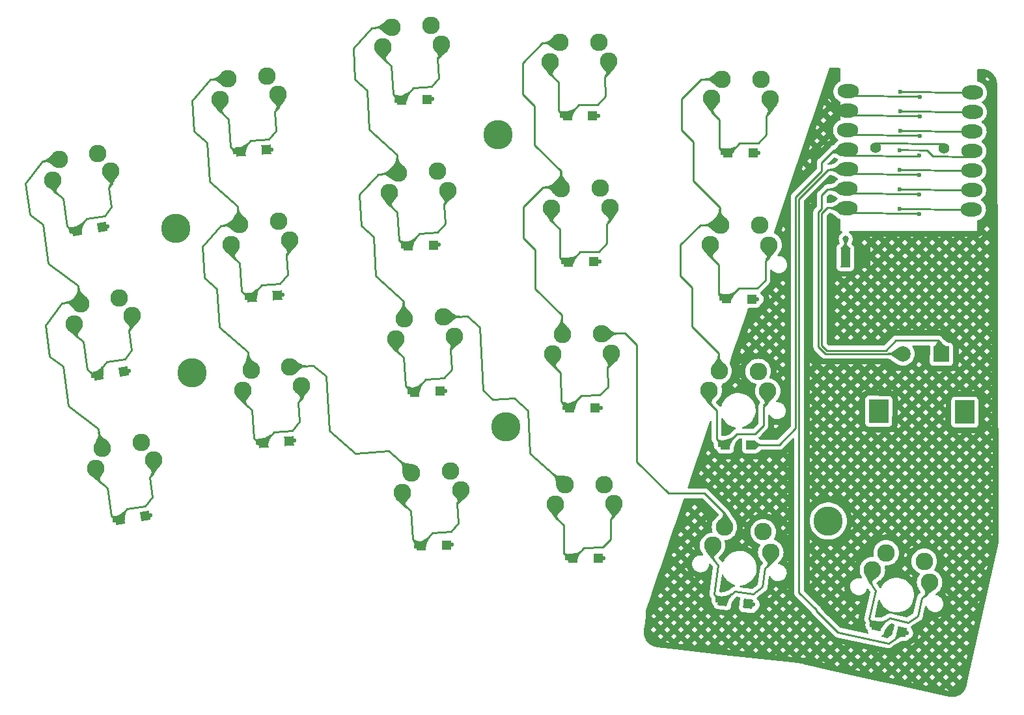
<source format=gbr>
%TF.GenerationSoftware,KiCad,Pcbnew,7.0.7*%
%TF.CreationDate,2023-10-01T20:36:35+02:00*%
%TF.ProjectId,goose_reversible_pcb_routed,676f6f73-655f-4726-9576-65727369626c,v1.0.0*%
%TF.SameCoordinates,Original*%
%TF.FileFunction,Copper,L2,Bot*%
%TF.FilePolarity,Positive*%
%FSLAX46Y46*%
G04 Gerber Fmt 4.6, Leading zero omitted, Abs format (unit mm)*
G04 Created by KiCad (PCBNEW 7.0.7) date 2023-10-01 20:36:35*
%MOMM*%
%LPD*%
G01*
G04 APERTURE LIST*
G04 Aperture macros list*
%AMHorizOval*
0 Thick line with rounded ends*
0 $1 width*
0 $2 $3 position (X,Y) of the first rounded end (center of the circle)*
0 $4 $5 position (X,Y) of the second rounded end (center of the circle)*
0 Add line between two ends*
20,1,$1,$2,$3,$4,$5,0*
0 Add two circle primitives to create the rounded ends*
1,1,$1,$2,$3*
1,1,$1,$4,$5*%
%AMRotRect*
0 Rectangle, with rotation*
0 The origin of the aperture is its center*
0 $1 length*
0 $2 width*
0 $3 Rotation angle, in degrees counterclockwise*
0 Add horizontal line*
21,1,$1,$2,0,0,$3*%
G04 Aperture macros list end*
%TA.AperFunction,ComponentPad*%
%ADD10C,2.286000*%
%TD*%
%TA.AperFunction,ComponentPad*%
%ADD11C,3.800000*%
%TD*%
%TA.AperFunction,SMDPad,CuDef*%
%ADD12RotRect,1.250000X2.500000X359.500000*%
%TD*%
%TA.AperFunction,ComponentPad*%
%ADD13RotRect,2.000000X2.000000X269.500000*%
%TD*%
%TA.AperFunction,ComponentPad*%
%ADD14C,2.000000*%
%TD*%
%TA.AperFunction,ComponentPad*%
%ADD15RotRect,3.000000X2.500000X269.500000*%
%TD*%
%TA.AperFunction,ComponentPad*%
%ADD16C,0.600000*%
%TD*%
%TA.AperFunction,SMDPad,CuDef*%
%ADD17RotRect,9.000000X0.250000X359.500000*%
%TD*%
%TA.AperFunction,SMDPad,CuDef*%
%ADD18HorizOval,1.800000X0.474982X-0.004145X-0.474982X0.004145X0*%
%TD*%
%TA.AperFunction,SMDPad,CuDef*%
%ADD19RotRect,3.498500X0.242450X359.500000*%
%TD*%
%TA.AperFunction,SMDPad,CuDef*%
%ADD20RotRect,1.181750X0.250000X314.500000*%
%TD*%
%TA.AperFunction,SMDPad,CuDef*%
%ADD21RotRect,4.622352X0.249950X359.500000*%
%TD*%
%TA.AperFunction,SMDPad,CuDef*%
%ADD22HorizOval,1.800000X-0.474982X0.004145X0.474982X-0.004145X0*%
%TD*%
%TA.AperFunction,ComponentPad*%
%ADD23C,1.397000*%
%TD*%
%TA.AperFunction,SMDPad,CuDef*%
%ADD24RotRect,1.200000X1.200000X180.500000*%
%TD*%
%TA.AperFunction,SMDPad,CuDef*%
%ADD25RotRect,1.200000X1.200000X182.500000*%
%TD*%
%TA.AperFunction,SMDPad,CuDef*%
%ADD26RotRect,1.200000X1.200000X173.500000*%
%TD*%
%TA.AperFunction,SMDPad,CuDef*%
%ADD27RotRect,1.200000X1.200000X179.500000*%
%TD*%
%TA.AperFunction,SMDPad,CuDef*%
%ADD28RotRect,1.200000X1.200000X184.500000*%
%TD*%
%TA.AperFunction,SMDPad,CuDef*%
%ADD29RotRect,1.200000X1.200000X188.500000*%
%TD*%
%TA.AperFunction,SMDPad,CuDef*%
%ADD30RotRect,1.200000X1.200000X167.500000*%
%TD*%
%TA.AperFunction,ViaPad*%
%ADD31C,0.800000*%
%TD*%
%TA.AperFunction,Conductor*%
%ADD32C,0.250000*%
%TD*%
G04 APERTURE END LIST*
D10*
%TO.P,S5,1*%
%TO.N,C1*%
X191488365Y-134521500D03*
X196552705Y-134122928D03*
%TO.P,S5,2*%
%TO.N,C1_R1*%
X190421566Y-137153313D03*
X198018076Y-136555455D03*
%TD*%
%TO.P,S7,1*%
%TO.N,C2*%
X212945948Y-146790213D03*
X218021113Y-146568627D03*
%TO.P,S7,2*%
%TO.N,C2_R2*%
X211787950Y-149383192D03*
X219400697Y-149050813D03*
%TD*%
%TO.P,S14,1*%
%TO.N,C4*%
X254029782Y-134590292D03*
X259109588Y-134634623D03*
%TO.P,S14,2*%
%TO.N,C4_R1*%
X252737664Y-137119113D03*
X260357374Y-137185609D03*
%TD*%
%TO.P,S1,1*%
%TO.N,C0*%
X173653954Y-163595460D03*
X178678154Y-162844589D03*
%TO.P,S1,2*%
%TO.N,C0_R2*%
X172773340Y-166295279D03*
X180309641Y-165168971D03*
%TD*%
D11*
%TO.P,H5,*%
%TO.N,*%
X268055993Y-173108658D03*
%TD*%
D10*
%TO.P,S9,1*%
%TO.N,C2*%
X211288399Y-108826377D03*
X216363564Y-108604791D03*
%TO.P,S9,2*%
%TO.N,C2_R0*%
X210130401Y-111419356D03*
X217743148Y-111086977D03*
%TD*%
D12*
%TO.P,PAD1,1*%
%TO.N,BAT+*%
X270283558Y-138812287D03*
%TO.P,PAD1,2*%
%TO.N,GND*%
X272783462Y-138834103D03*
%TD*%
D10*
%TO.P,S4,1*%
%TO.N,C1*%
X192979090Y-153462918D03*
X198043430Y-153064346D03*
%TO.P,S4,2*%
%TO.N,C1_R2*%
X191912291Y-156094731D03*
X199508801Y-155496873D03*
%TD*%
%TO.P,S10,1*%
%TO.N,C3*%
X233482455Y-148810806D03*
X238562261Y-148766475D03*
%TO.P,S10,2*%
%TO.N,C3_R2*%
X232234669Y-151361792D03*
X239854379Y-151295296D03*
%TD*%
D11*
%TO.P,H3,*%
%TO.N,*%
X225100734Y-122827583D03*
%TD*%
D10*
%TO.P,S16,1*%
%TO.N,C1*%
X213820512Y-166821135D03*
X218895677Y-166599549D03*
%TO.P,S16,2*%
%TO.N,C1_R3*%
X212662514Y-169414114D03*
X220275261Y-169081735D03*
%TD*%
%TO.P,S18,1*%
%TO.N,C3*%
X254555695Y-173910512D03*
X259603040Y-174485584D03*
%TO.P,S18,2*%
%TO.N,C3_R3*%
X253006322Y-176290416D03*
X260577340Y-177153025D03*
%TD*%
D13*
%TO.P,ROT1,A*%
%TO.N,ENCA*%
X282783358Y-151399069D03*
D14*
%TO.P,ROT1,B*%
%TO.N,ENCB*%
X277783548Y-151355436D03*
%TO.P,ROT1,C*%
%TO.N,GND*%
X280283453Y-151377253D03*
D15*
%TO.P,ROT1,MP*%
%TO.N,N/C*%
X285817791Y-158925836D03*
X274618217Y-158828098D03*
%TD*%
D10*
%TO.P,S12,1*%
%TO.N,C3*%
X233150864Y-110812248D03*
X238230670Y-110767917D03*
%TO.P,S12,2*%
%TO.N,C3_R0*%
X231903078Y-113363234D03*
X239522788Y-113296738D03*
%TD*%
D16*
%TO.P,MCU1,1*%
%TO.N,C0*%
X277451970Y-117254025D03*
D17*
X281769805Y-117291707D03*
D18*
X286812315Y-117335712D03*
D16*
%TO.P,MCU1,2*%
%TO.N,C1*%
X277429804Y-119793929D03*
D17*
X281747640Y-119831610D03*
D18*
X286790150Y-119875615D03*
D16*
%TO.P,MCU1,3*%
%TO.N,C2*%
X277407639Y-122333832D03*
D17*
X281725474Y-122371513D03*
D18*
X286767984Y-122415518D03*
D16*
%TO.P,MCU1,4*%
%TO.N,C3*%
X277385473Y-124873735D03*
D19*
X279216077Y-124898486D03*
D20*
X281289388Y-125301569D03*
D21*
X283926560Y-125705823D03*
D18*
X286745819Y-124955422D03*
D16*
%TO.P,MCU1,5*%
%TO.N,C4*%
X277363308Y-127413639D03*
D17*
X281681144Y-127451320D03*
D18*
X286723654Y-127495325D03*
D16*
%TO.P,MCU1,6*%
%TO.N,R0*%
X277341143Y-129953542D03*
D17*
X281658978Y-129991223D03*
D18*
X286701488Y-130035228D03*
D16*
%TO.P,MCU1,7*%
%TO.N,R1*%
X277318977Y-132493445D03*
D17*
X281636813Y-132531126D03*
D18*
X286679323Y-132575132D03*
D22*
%TO.P,MCU1,8*%
%TO.N,ENCA*%
X270489939Y-132433849D03*
D17*
X275408508Y-133111797D03*
D16*
X279853339Y-133150586D03*
D22*
%TO.P,MCU1,9*%
%TO.N,ENCB*%
X270512105Y-129893946D03*
D17*
X275430674Y-130571894D03*
D16*
X279875504Y-130610683D03*
D22*
%TO.P,MCU1,10*%
%TO.N,R3*%
X270534270Y-127354043D03*
D17*
X275452839Y-128031990D03*
D16*
X279897670Y-128070780D03*
D22*
%TO.P,MCU1,11*%
%TO.N,R2*%
X270556435Y-124814139D03*
D17*
X275411285Y-125631536D03*
D16*
X279919835Y-125530877D03*
D22*
%TO.P,MCU1,12*%
%TO.N,3V3*%
X270578601Y-122274236D03*
D17*
X275497170Y-122952184D03*
D16*
X279942001Y-122990973D03*
D22*
%TO.P,MCU1,13*%
%TO.N,GND*%
X270600766Y-119734333D03*
D17*
X275519335Y-120412281D03*
D16*
X279964166Y-120451070D03*
D22*
%TO.P,MCU1,14*%
%TO.N,5V*%
X270622932Y-117194429D03*
D17*
X275541501Y-117872377D03*
D16*
X279986331Y-117911167D03*
D23*
%TO.P,MCU1,19*%
%TO.N,BAT+*%
X274213361Y-124529041D03*
D17*
X278663183Y-123995852D03*
D23*
X283098724Y-124606582D03*
%TD*%
D11*
%TO.P,H2,*%
%TO.N,*%
X185338599Y-153852921D03*
%TD*%
D10*
%TO.P,S15,1*%
%TO.N,C4*%
X254195595Y-115591018D03*
X259275401Y-115635349D03*
%TO.P,S15,2*%
%TO.N,C4_R0*%
X252903477Y-118119839D03*
X260523187Y-118186335D03*
%TD*%
%TO.P,S13,1*%
%TO.N,C4*%
X253863985Y-153589565D03*
X258943791Y-153633896D03*
%TO.P,S13,2*%
%TO.N,C4_R2*%
X252571867Y-156118386D03*
X260191577Y-156184882D03*
%TD*%
%TO.P,S6,1*%
%TO.N,C1*%
X189997641Y-115580063D03*
X195061981Y-115181491D03*
%TO.P,S6,2*%
%TO.N,C1_R0*%
X188930842Y-118211876D03*
X196527352Y-117614018D03*
%TD*%
%TO.P,S11,1*%
%TO.N,C3*%
X233316646Y-129811524D03*
X238396452Y-129767193D03*
%TO.P,S11,2*%
%TO.N,C3_R1*%
X232068860Y-132362510D03*
X239688570Y-132296014D03*
%TD*%
%TO.P,S3,1*%
%TO.N,C0*%
X168037193Y-126012858D03*
X173061393Y-125261987D03*
%TO.P,S3,2*%
%TO.N,C0_R0*%
X167156579Y-128712677D03*
X174692880Y-127586369D03*
%TD*%
D11*
%TO.P,H4,*%
%TO.N,*%
X226095311Y-160808777D03*
%TD*%
D10*
%TO.P,S17,1*%
%TO.N,C2*%
X233836149Y-168381443D03*
X238915955Y-168337112D03*
%TO.P,S17,2*%
%TO.N,C2_R3*%
X232588363Y-170932429D03*
X240208073Y-170865933D03*
%TD*%
%TO.P,S2,1*%
%TO.N,C0*%
X170845565Y-144804159D03*
X175869765Y-144053288D03*
%TO.P,S2,2*%
%TO.N,C0_R1*%
X169964951Y-147503978D03*
X177501252Y-146377670D03*
%TD*%
D11*
%TO.P,H1,*%
%TO.N,*%
X183189053Y-134986551D03*
%TD*%
D10*
%TO.P,S8,1*%
%TO.N,C2*%
X212117173Y-127808301D03*
X217192338Y-127586715D03*
%TO.P,S8,2*%
%TO.N,C2_R1*%
X210959175Y-130401280D03*
X218571922Y-130068901D03*
%TD*%
%TO.P,S19,1*%
%TO.N,C4*%
X275586639Y-177243148D03*
X280546223Y-178342661D03*
%TO.P,S19,2*%
%TO.N,C4_R3*%
X273796987Y-179448061D03*
X281236362Y-181097331D03*
%TD*%
D16*
%TO.P,Di17,1*%
%TO.N,R3*%
X238809566Y-177918415D03*
D24*
X238109592Y-177924523D03*
%TO.P,Di17,2*%
%TO.N,C2_R3*%
X234809718Y-177953321D03*
D16*
X234109744Y-177959429D03*
%TD*%
%TO.P,Di8,1*%
%TO.N,R1*%
X217420399Y-137165878D03*
D25*
X216721066Y-137196412D03*
%TO.P,Di8,2*%
%TO.N,C2_R1*%
X213424206Y-137340356D03*
D16*
X212724873Y-137370890D03*
%TD*%
%TO.P,Di18,1*%
%TO.N,R3*%
X258329773Y-183982500D03*
D26*
X257634273Y-183903257D03*
%TO.P,Di18,2*%
%TO.N,C3_R3*%
X254355485Y-183529687D03*
D16*
X253659985Y-183450444D03*
%TD*%
%TO.P,Di11,1*%
%TO.N,R1*%
X238290069Y-139348487D03*
D24*
X237590095Y-139354595D03*
%TO.P,Di11,2*%
%TO.N,C3_R1*%
X234290221Y-139383393D03*
D16*
X233590247Y-139389501D03*
%TD*%
%TO.P,Di15,1*%
%TO.N,R0*%
X259001795Y-125213321D03*
D27*
X258301821Y-125207213D03*
%TO.P,Di15,2*%
%TO.N,C4_R0*%
X255001947Y-125178415D03*
D16*
X254301973Y-125172307D03*
%TD*%
%TO.P,Di13,1*%
%TO.N,R2*%
X258670195Y-163211878D03*
D27*
X257970221Y-163205770D03*
%TO.P,Di13,2*%
%TO.N,C4_R2*%
X254670347Y-163176972D03*
D16*
X253970373Y-163170864D03*
%TD*%
%TO.P,Di9,1*%
%TO.N,R0*%
X216591613Y-118183970D03*
D25*
X215892280Y-118214504D03*
%TO.P,Di9,2*%
%TO.N,C2_R0*%
X212595420Y-118358448D03*
D16*
X211896087Y-118388982D03*
%TD*%
%TO.P,Di10,1*%
%TO.N,R2*%
X238455874Y-158347771D03*
D24*
X237755900Y-158353879D03*
%TO.P,Di10,2*%
%TO.N,C3_R2*%
X234456026Y-158382677D03*
D16*
X233756052Y-158388785D03*
%TD*%
%TO.P,Di5,1*%
%TO.N,R1*%
X197114919Y-143688293D03*
D28*
X196417077Y-143743214D03*
%TO.P,Di5,2*%
%TO.N,C1_R1*%
X193127249Y-144002130D03*
D16*
X192429407Y-144057051D03*
%TD*%
%TO.P,Di6,1*%
%TO.N,R0*%
X195624206Y-124746856D03*
D28*
X194926364Y-124801777D03*
%TO.P,Di6,2*%
%TO.N,C1_R0*%
X191636536Y-125060693D03*
D16*
X190938694Y-125115614D03*
%TD*%
%TO.P,Di2,1*%
%TO.N,R1*%
X177097875Y-153556138D03*
D29*
X176405564Y-153659604D03*
%TO.P,Di2,2*%
%TO.N,C0_R1*%
X173141812Y-154147376D03*
D16*
X172449501Y-154250842D03*
%TD*%
%TO.P,Di3,1*%
%TO.N,R0*%
X174289495Y-134764836D03*
D29*
X173597184Y-134868302D03*
%TO.P,Di3,2*%
%TO.N,C0_R0*%
X170333432Y-135356074D03*
D16*
X169641121Y-135459540D03*
%TD*%
%TO.P,Di12,1*%
%TO.N,R0*%
X238124267Y-120349217D03*
D24*
X237424293Y-120355325D03*
%TO.P,Di12,2*%
%TO.N,C3_R0*%
X234124419Y-120384123D03*
D16*
X233424445Y-120390231D03*
%TD*%
%TO.P,Di14,1*%
%TO.N,R1*%
X258836002Y-144212596D03*
D27*
X258136028Y-144206488D03*
%TO.P,Di14,2*%
%TO.N,C4_R1*%
X254836154Y-144177690D03*
D16*
X254136180Y-144171582D03*
%TD*%
%TO.P,Di19,1*%
%TO.N,R3*%
X278287221Y-187654447D03*
D30*
X277603813Y-187502939D03*
%TO.P,Di19,2*%
%TO.N,C4_R3*%
X274382037Y-186788689D03*
D16*
X273698629Y-186637181D03*
%TD*%
%TO.P,Di4,1*%
%TO.N,R2*%
X198605663Y-162629719D03*
D28*
X197907821Y-162684640D03*
%TO.P,Di4,2*%
%TO.N,C1_R2*%
X194617993Y-162943556D03*
D16*
X193920151Y-162998477D03*
%TD*%
%TO.P,Di16,1*%
%TO.N,R3*%
X219123732Y-176178710D03*
D25*
X218424399Y-176209244D03*
%TO.P,Di16,2*%
%TO.N,C1_R3*%
X215127539Y-176353188D03*
D16*
X214428206Y-176383722D03*
%TD*%
%TO.P,Di7,1*%
%TO.N,R2*%
X218249170Y-156147803D03*
D25*
X217549837Y-156178337D03*
%TO.P,Di7,2*%
%TO.N,C2_R2*%
X214252977Y-156322281D03*
D16*
X213553644Y-156352815D03*
%TD*%
%TO.P,Di1,1*%
%TO.N,R2*%
X179906256Y-172347444D03*
D29*
X179213945Y-172450910D03*
%TO.P,Di1,2*%
%TO.N,C0_R2*%
X175950193Y-172938682D03*
D16*
X175257882Y-173042148D03*
%TD*%
D31*
%TO.N,BAT+*%
X270325844Y-136389582D03*
%TD*%
D32*
%TO.N,C0*%
X173136606Y-161105721D02*
X173440440Y-163267592D01*
X170520714Y-142492643D02*
X170845565Y-144804160D01*
X166792626Y-151693580D02*
X168513885Y-152990663D01*
X168513885Y-152990663D02*
X169241924Y-158170864D01*
X163632155Y-129205715D02*
X164197759Y-133230170D01*
X165801346Y-126327084D02*
X163632155Y-129205715D01*
X170632061Y-144476301D02*
X168396210Y-144790517D01*
X166626021Y-139557784D02*
X170520714Y-142492643D01*
X164197759Y-133230170D02*
X165919022Y-134527223D01*
X166227016Y-147669146D02*
X166792626Y-151693580D01*
X165919022Y-134527223D02*
X166626021Y-139557784D01*
X168037196Y-126012860D02*
X165801346Y-126327084D01*
X168396210Y-144790517D02*
X166227016Y-147669146D01*
X169241924Y-158170864D02*
X173136606Y-161105721D01*
%TO.N,C0_R2*%
X180218704Y-166904675D02*
X179784273Y-167481205D01*
X179784273Y-167481205D02*
X180132493Y-169958967D01*
X180132493Y-169958967D02*
X179235537Y-171149265D01*
X179998009Y-165334337D02*
X180218704Y-166904675D01*
X179235537Y-171149265D02*
X176860007Y-171483132D01*
X173174228Y-167899960D02*
X174318632Y-168762342D01*
X174318632Y-168762342D02*
X174837600Y-172455023D01*
X176860007Y-171483132D02*
X175638566Y-173104053D01*
X174837600Y-172455023D02*
X175693850Y-173100248D01*
X172962054Y-166390333D02*
X173174228Y-167899960D01*
%TO.N,C0_R1*%
X177116432Y-148362440D02*
X177464650Y-150840193D01*
X171150442Y-149713875D02*
X171669434Y-153406572D01*
X169793868Y-147341878D02*
X170006026Y-148851503D01*
X177330171Y-146215580D02*
X177550876Y-147785921D01*
X174192180Y-152364362D02*
X172970729Y-153985277D01*
X177464650Y-150840193D02*
X176567699Y-152030500D01*
X177550876Y-147785921D02*
X177116432Y-148362440D01*
X171669434Y-153406572D02*
X172525669Y-154051792D01*
X170006026Y-148851503D02*
X171150442Y-149713875D01*
X176567699Y-152030500D02*
X174192180Y-152364362D01*
%TO.N,C0_R0*%
X171554888Y-133735161D02*
X170333433Y-135356084D01*
X174692880Y-127586373D02*
X174913574Y-129156709D01*
X174479142Y-129733240D02*
X174827361Y-132211002D01*
X174913574Y-129156709D02*
X174479142Y-129733240D01*
X169032133Y-134777375D02*
X169888372Y-135422593D01*
X167156574Y-128712674D02*
X167368742Y-130222316D01*
X174827361Y-132211002D02*
X173930407Y-133401298D01*
X168513156Y-131084687D02*
X169032133Y-134777375D01*
X167368742Y-130222316D02*
X168513156Y-131084687D01*
X173930407Y-133401298D02*
X171554888Y-133735161D01*
%TO.N,C1*%
X188902219Y-147922248D02*
X192582706Y-151121641D01*
X202715874Y-154271339D02*
X203211991Y-161366020D01*
X187673635Y-115662650D02*
X185308908Y-118382950D01*
X186921262Y-141440650D02*
X188547858Y-142854619D01*
X189925951Y-115505155D02*
X187673635Y-115662650D01*
X191254806Y-134508753D02*
X189002491Y-134666244D01*
X186637767Y-137386545D02*
X186921262Y-141440650D01*
X185592398Y-122437042D02*
X187219006Y-123851025D01*
X185308908Y-118382950D02*
X185592398Y-122437042D01*
X210908199Y-164010611D02*
X213799751Y-166524182D01*
X201082883Y-152851810D02*
X202715874Y-154271339D01*
X198043418Y-153064351D02*
X201082883Y-152851810D01*
X206600723Y-164311815D02*
X210908199Y-164010611D01*
X187219006Y-123851025D02*
X187573369Y-128918649D01*
X189002491Y-134666244D02*
X186637767Y-137386545D01*
X203211991Y-161366020D02*
X206600723Y-164311815D01*
X188547858Y-142854619D02*
X188902219Y-147922248D01*
X187573369Y-128918649D02*
X191253842Y-132118047D01*
X191253842Y-132118047D02*
X191416663Y-134446579D01*
X192582706Y-151121641D02*
X192745525Y-153450179D01*
%TO.N,C1_R2*%
X199620060Y-157151434D02*
X199146471Y-157696249D01*
X192019280Y-157688143D02*
X193100749Y-158628249D01*
X191912941Y-156167381D02*
X192019280Y-157688143D01*
X193100749Y-158628249D02*
X193360865Y-162348144D01*
X199509442Y-155569528D02*
X199620060Y-157151434D01*
X199146471Y-157696249D02*
X199320998Y-160192283D01*
X198343200Y-161317100D02*
X195950163Y-161484445D01*
X199320998Y-160192283D02*
X198343200Y-161317100D01*
X195950163Y-161484445D02*
X194618634Y-163016203D01*
X193360865Y-162348144D02*
X194170025Y-163051519D01*
%TO.N,C1_R1*%
X197553588Y-138558351D02*
X197728121Y-141054370D01*
X197916569Y-136431627D02*
X198027184Y-138013537D01*
X194357298Y-142346526D02*
X193025750Y-143878316D01*
X196750321Y-142179208D02*
X194357298Y-142346526D01*
X197728121Y-141054370D02*
X196750321Y-142179208D01*
X191767996Y-143210237D02*
X192577135Y-143913613D01*
X198027184Y-138013537D02*
X197553588Y-138558351D01*
X190320058Y-137029486D02*
X190426392Y-138550240D01*
X191507871Y-139490353D02*
X191767996Y-143210237D01*
X190426392Y-138550240D02*
X191507871Y-139490353D01*
%TO.N,C1_R0*%
X196101020Y-119820480D02*
X196275556Y-122316499D01*
X196275556Y-122316499D02*
X195297762Y-123441339D01*
X190315428Y-124472372D02*
X191124576Y-125175744D01*
X195297762Y-123441339D02*
X192904742Y-123608676D01*
X188867498Y-118291622D02*
X188973846Y-119812379D01*
X196464015Y-117693760D02*
X196574625Y-119275671D01*
X190055310Y-120752476D02*
X190315428Y-124472372D01*
X192904742Y-123608676D02*
X191573194Y-125140436D01*
X188973846Y-119812379D02*
X190055310Y-120752476D01*
X196574625Y-119275671D02*
X196101020Y-119820480D01*
%TO.N,C2*%
X222762726Y-147896278D02*
X223194748Y-156139974D01*
X218112036Y-146607929D02*
X221154747Y-146448457D01*
X211766203Y-127856458D02*
X209511473Y-127974629D01*
X207099639Y-130653233D02*
X207312342Y-134711669D01*
X207312342Y-134711669D02*
X208914010Y-136153811D01*
X221154747Y-146448457D02*
X222762726Y-147896278D01*
X206498784Y-115636009D02*
X208100455Y-117078157D01*
X224462748Y-157281674D02*
X227252905Y-157135447D01*
X209179879Y-141226852D02*
X212803962Y-144489993D01*
X206286104Y-111577580D02*
X206498784Y-115636009D01*
X228988055Y-158697779D02*
X229280593Y-164279601D01*
X211990393Y-125414331D02*
X212112567Y-127745351D01*
X210952643Y-108780806D02*
X208697926Y-108898970D01*
X223194748Y-156139974D02*
X224462748Y-157281674D01*
X227252905Y-157135447D02*
X228988055Y-158697779D01*
X212803962Y-144489993D02*
X212926112Y-146821011D01*
X229280593Y-164279601D02*
X233836154Y-168381454D01*
X208100455Y-117078157D02*
X208366322Y-122151204D01*
X209511473Y-127974629D02*
X207099639Y-130653233D01*
X208914010Y-136153811D02*
X209179879Y-141226852D01*
X208697926Y-108898970D02*
X206286104Y-111577580D01*
X208366322Y-122151204D02*
X211990393Y-125414331D01*
%TO.N,C2_R2*%
X219364599Y-150345612D02*
X218890986Y-150890417D01*
X219253986Y-148763697D02*
X219364599Y-150345612D01*
X218087731Y-154511268D02*
X215694712Y-154678609D01*
X219065532Y-153386450D02*
X218087731Y-154511268D01*
X218890986Y-150890417D02*
X219065532Y-153386450D01*
X212845288Y-151822409D02*
X213105398Y-155542305D01*
X211763816Y-150882307D02*
X212845288Y-151822409D01*
X215694712Y-154678609D02*
X214363170Y-156210374D01*
X211657469Y-149361552D02*
X211763816Y-150882307D01*
X213105398Y-155542305D02*
X213914549Y-156245684D01*
%TO.N,C2_R1*%
X218231413Y-134441336D02*
X217253618Y-135566165D01*
X212011174Y-132877302D02*
X212271291Y-136597198D01*
X212271291Y-136597198D02*
X213080427Y-137300579D01*
X217253618Y-135566165D02*
X214860589Y-135733494D01*
X210823353Y-130416444D02*
X210929694Y-131937203D01*
X214860589Y-135733494D02*
X213529038Y-137265264D01*
X210929694Y-131937203D02*
X212011174Y-132877302D01*
X218056883Y-131945311D02*
X218231413Y-134441336D01*
X218419866Y-129818591D02*
X218530475Y-131400494D01*
X218530475Y-131400494D02*
X218056883Y-131945311D01*
%TO.N,C2_R0*%
X211474658Y-117577695D02*
X212283810Y-118281064D01*
X217733853Y-112380990D02*
X217260246Y-112925809D01*
X217623234Y-110799083D02*
X217733853Y-112380990D01*
X217434791Y-115421823D02*
X216457001Y-116546663D01*
X211214553Y-113857803D02*
X211474658Y-117577695D01*
X210026727Y-111396935D02*
X210133059Y-112917698D01*
X216457001Y-116546663D02*
X214063984Y-116713995D01*
X214063984Y-116713995D02*
X212732422Y-118245759D01*
X210133059Y-112917698D02*
X211214553Y-113857803D01*
X217260246Y-112925809D02*
X217434791Y-115421823D01*
%TO.N,C3*%
X233405399Y-146317347D02*
X233405399Y-148651567D01*
X241610862Y-148673765D02*
X243167328Y-150176824D01*
X228325404Y-117536571D02*
X229849414Y-119060566D01*
X230981790Y-129652294D02*
X228433076Y-132201002D01*
X228325411Y-113472564D02*
X228325404Y-117536571D01*
X233239593Y-129652301D02*
X230981790Y-129652294D01*
X238564454Y-148726947D02*
X241610862Y-148673765D01*
X243167328Y-150176824D02*
X243167335Y-165398494D01*
X228433076Y-132201002D02*
X228433070Y-136265017D01*
X233131934Y-110923860D02*
X230874122Y-110923854D01*
X254555693Y-172072575D02*
X254555703Y-173910513D01*
X229849405Y-124140579D02*
X233297730Y-127588904D01*
X243167335Y-165398494D02*
X247248398Y-169479570D01*
X229957075Y-137789015D02*
X229957070Y-142869010D01*
X247248398Y-169479570D02*
X251962699Y-169479571D01*
X229849414Y-119060566D02*
X229849405Y-124140579D01*
X230874122Y-110923854D02*
X228325411Y-113472564D01*
X228433070Y-136265017D02*
X229957075Y-137789015D01*
X229957070Y-142869010D02*
X233405399Y-146317347D01*
X233297730Y-127588904D02*
X233297733Y-129923129D01*
X251962699Y-169479571D02*
X254555693Y-172072575D01*
%TO.N,C3_R2*%
X233310931Y-157500774D02*
X234082160Y-158245528D01*
X232188472Y-151252707D02*
X232215068Y-152776951D01*
X235941910Y-156773774D02*
X234532015Y-158233757D01*
X239833537Y-152638765D02*
X239332063Y-153158050D01*
X239375732Y-155659783D02*
X238340399Y-156731902D01*
X232215068Y-152776951D02*
X233245870Y-153772370D01*
X238340399Y-156731902D02*
X235941910Y-156773774D01*
X239805860Y-151053240D02*
X239833537Y-152638765D01*
X239332063Y-153158050D02*
X239375732Y-155659783D01*
X233245870Y-153772370D02*
X233310931Y-157500774D01*
%TO.N,C3_R1*%
X233183931Y-138831777D02*
X233955164Y-139576530D01*
X232088074Y-134107946D02*
X233118862Y-135103362D01*
X239678852Y-132384246D02*
X239706523Y-133969765D01*
X238213409Y-138062908D02*
X235814910Y-138104771D01*
X239248729Y-136990792D02*
X238213409Y-138062908D01*
X233118862Y-135103362D02*
X233183931Y-138831777D01*
X239706523Y-133969765D02*
X239205061Y-134489059D01*
X232061470Y-132583708D02*
X232088074Y-134107946D01*
X239205061Y-134489059D02*
X239248729Y-136990792D01*
X235814910Y-138104771D02*
X234405011Y-139564749D01*
%TO.N,C3_R0*%
X239526771Y-114819500D02*
X239025297Y-115338789D01*
X233004183Y-119681504D02*
X233775415Y-120426266D01*
X239068974Y-117840521D02*
X238033650Y-118912633D01*
X235635150Y-118954503D02*
X234225260Y-120414479D01*
X239499094Y-113233978D02*
X239526771Y-114819500D01*
X231908319Y-114957677D02*
X232939102Y-115953097D01*
X238033650Y-118912633D02*
X235635150Y-118954503D01*
X232939102Y-115953097D02*
X233004183Y-119681504D01*
X231881702Y-113433438D02*
X231908319Y-114957677D01*
X239025297Y-115338789D02*
X239068974Y-117840521D01*
%TO.N,C4*%
X253782228Y-115609022D02*
X251524426Y-115609021D01*
X253821041Y-151275848D02*
X253821039Y-153610071D01*
X248848701Y-141223512D02*
X250372710Y-142747506D01*
X248975704Y-122221740D02*
X250499714Y-123745736D01*
X253948037Y-132274074D02*
X253948036Y-134608300D01*
X253655233Y-134610802D02*
X251397422Y-134610802D01*
X251524426Y-115609021D02*
X248975713Y-118157733D01*
X250372710Y-142747506D02*
X250372708Y-147827509D01*
X250499711Y-128825739D02*
X253948037Y-132274074D01*
X250372708Y-147827509D02*
X253821041Y-151275848D01*
X251397422Y-134610802D02*
X248848709Y-137159512D01*
X248848709Y-137159512D02*
X248848701Y-141223512D01*
X250499714Y-123745736D02*
X250499711Y-128825739D01*
X248975713Y-118157733D02*
X248975704Y-122221740D01*
%TO.N,C4_R2*%
X258576470Y-161738069D02*
X256177600Y-161738077D01*
X252521097Y-157676821D02*
X253534352Y-158690077D01*
X259630355Y-158182069D02*
X259630352Y-160684184D01*
X260140799Y-156085857D02*
X260140807Y-157671622D01*
X260140807Y-157671622D02*
X259630355Y-158182069D01*
X253534352Y-158690077D02*
X253534350Y-162419045D01*
X252521092Y-156152348D02*
X252521097Y-157676821D01*
X259630352Y-160684184D02*
X258576470Y-161738069D01*
X256177600Y-161738077D02*
X254742443Y-163173225D01*
X253534350Y-162419045D02*
X254292472Y-163177151D01*
%TO.N,C4_R1*%
X253788351Y-143496051D02*
X254546461Y-144254152D01*
X252775092Y-138753825D02*
X253788353Y-139767075D01*
X259884349Y-141761188D02*
X258830467Y-142815072D01*
X260394802Y-137162850D02*
X260394799Y-138748615D01*
X253788353Y-139767075D02*
X253788351Y-143496051D01*
X260394799Y-138748615D02*
X259884354Y-139259072D01*
X256431602Y-142815074D02*
X254996444Y-144250227D01*
X258830467Y-142815072D02*
X256431602Y-142815074D01*
X259884354Y-139259072D02*
X259884349Y-141761188D01*
X252775091Y-137229339D02*
X252775092Y-138753825D01*
%TO.N,C4_R0*%
X260521805Y-119825614D02*
X260011340Y-120336079D01*
X253915346Y-124573049D02*
X254673461Y-125331149D01*
X260011340Y-120336079D02*
X260011349Y-122838194D01*
X252902087Y-119830815D02*
X253915356Y-120844072D01*
X252902098Y-118306337D02*
X252902087Y-119830815D01*
X260011349Y-122838194D02*
X258957464Y-123892071D01*
X258957464Y-123892071D02*
X256558607Y-123892065D01*
X260521801Y-118239849D02*
X260521805Y-119825614D01*
X253915356Y-120844072D02*
X253915346Y-124573049D01*
X256558607Y-123892065D02*
X255123446Y-125327222D01*
%TO.N,C1_R3*%
X220155070Y-168745345D02*
X220265684Y-170327247D01*
X219966635Y-173368098D02*
X218988830Y-174492919D01*
X214006501Y-175523951D02*
X214815655Y-176227330D01*
X212664910Y-170863958D02*
X213746377Y-171804069D01*
X216595808Y-174660254D02*
X215264271Y-176192015D01*
X212558571Y-169343205D02*
X212664910Y-170863958D01*
X219792095Y-170872067D02*
X219966635Y-173368098D01*
X220265684Y-170327247D02*
X219792095Y-170872067D01*
X218988830Y-174492919D02*
X216595808Y-174660254D01*
X213746377Y-171804069D02*
X214006501Y-175523951D01*
%TO.N,C2_R3*%
X233691936Y-177312772D02*
X234463174Y-178057532D01*
X233626864Y-173584359D02*
X233691936Y-177312772D01*
X236322907Y-176585771D02*
X234913017Y-178045763D01*
X232596072Y-172588951D02*
X233626864Y-173584359D01*
X240214529Y-172450771D02*
X239713064Y-172970056D01*
X238721401Y-176543904D02*
X236322907Y-176585771D01*
X239756727Y-175471793D02*
X238721401Y-176543904D01*
X240186855Y-170865240D02*
X240214529Y-172450771D01*
X239713064Y-172970056D02*
X239756727Y-175471793D01*
X232569467Y-171064708D02*
X232596072Y-172588951D01*
%TO.N,C3_R3*%
X260425852Y-178796827D02*
X259849315Y-179231279D01*
X255935275Y-182272139D02*
X254314349Y-183493591D01*
X258310797Y-182606003D02*
X255935275Y-182272139D01*
X259501090Y-181709043D02*
X258310797Y-182606003D01*
X253741945Y-178885940D02*
X253222972Y-182578620D01*
X253091736Y-176231879D02*
X252879559Y-177741530D01*
X252879559Y-177741530D02*
X253741945Y-178885940D01*
X253222972Y-182578620D02*
X253868196Y-183434855D01*
X259849315Y-179231279D02*
X259501090Y-181709043D01*
X260646545Y-177226494D02*
X260425852Y-178796827D01*
%TO.N,C4_R3*%
X280259841Y-183075623D02*
X279696983Y-185513601D01*
X273446448Y-180984075D02*
X274205802Y-182199310D01*
X273789382Y-179498680D02*
X273446448Y-180984075D01*
X274205802Y-182199310D02*
X273366966Y-185832697D01*
X273366966Y-185832697D02*
X273935107Y-186741913D01*
X279696983Y-185513601D02*
X278433049Y-186303412D01*
X281228749Y-181147953D02*
X280872035Y-182693069D01*
X280872035Y-182693069D02*
X280259841Y-183075623D01*
X278433049Y-186303412D02*
X276095663Y-185763783D01*
X276095663Y-185763783D02*
X274374448Y-186839305D01*
%TO.N,R2*%
X267208000Y-127574500D02*
X267208000Y-126434292D01*
X263802864Y-130979636D02*
X267208000Y-127574500D01*
X268824010Y-124818282D02*
X271031418Y-124818281D01*
X263802862Y-161049136D02*
X263802864Y-130979636D01*
X258420206Y-163209699D02*
X261642302Y-163209699D01*
X261642302Y-163209699D02*
X263802862Y-161049136D01*
X267208000Y-126434292D02*
X268824010Y-124818282D01*
%TO.N,R3*%
X268026739Y-127392161D02*
X270975282Y-127392161D01*
X275883878Y-189002580D02*
X269335104Y-187610597D01*
X266504130Y-184669161D02*
X264252864Y-182417891D01*
X264252865Y-131166035D02*
X265936734Y-129482160D01*
X264252864Y-182417891D02*
X264252865Y-131166035D01*
X266504132Y-184779621D02*
X266504130Y-184669161D01*
X265936734Y-129482160D02*
X265936740Y-129482160D01*
X269335104Y-187610597D02*
X266504132Y-184779621D01*
X278043146Y-187600336D02*
X275883878Y-189002580D01*
X265936740Y-129482160D02*
X268026739Y-127392161D01*
%TO.N,ENCA*%
X282367970Y-149606000D02*
X276860000Y-149606000D01*
X282783358Y-151399069D02*
X282783359Y-150021389D01*
X275560564Y-150905436D02*
X267872436Y-150905436D01*
X267208000Y-150241000D02*
X267208000Y-133096000D01*
X282783359Y-150021389D02*
X282367970Y-149606000D01*
X267958837Y-132345163D02*
X270872089Y-132345163D01*
X267208000Y-133096000D02*
X267958837Y-132345163D01*
X267872436Y-150905436D02*
X267208000Y-150241000D01*
X276860000Y-149606000D02*
X275560564Y-150905436D01*
%TO.N,ENCB*%
X267208000Y-130683000D02*
X267958838Y-129932162D01*
X267208000Y-132459604D02*
X267208000Y-130683000D01*
X266758000Y-150427396D02*
X266758000Y-132909604D01*
X266758000Y-132909604D02*
X267208000Y-132459604D01*
X267958838Y-129932162D02*
X270953019Y-129932162D01*
X277783547Y-151355436D02*
X267686040Y-151355436D01*
X267686040Y-151355436D02*
X266758000Y-150427396D01*
%TO.N,BAT+*%
X270283558Y-136431868D02*
X270325844Y-136389582D01*
X270283558Y-138812287D02*
X270283558Y-136431868D01*
%TD*%
%TA.AperFunction,Conductor*%
%TO.N,GND*%
G36*
X288093509Y-114292276D02*
G01*
X288096183Y-114292299D01*
X288100136Y-114292459D01*
X288245525Y-114303190D01*
X288343275Y-114310405D01*
X288351253Y-114311518D01*
X288587943Y-114360369D01*
X288595702Y-114362503D01*
X288824094Y-114441601D01*
X288831496Y-114444716D01*
X289047722Y-114552726D01*
X289054673Y-114556781D01*
X289144434Y-114617289D01*
X289255084Y-114691878D01*
X289261456Y-114696803D01*
X289442686Y-114856718D01*
X289448361Y-114862423D01*
X289607347Y-115044449D01*
X289612241Y-115050847D01*
X289746319Y-115251935D01*
X289750343Y-115258912D01*
X289857248Y-115475664D01*
X289860334Y-115483103D01*
X289938273Y-115711882D01*
X289940371Y-115719660D01*
X289988024Y-115956604D01*
X289989096Y-115964587D01*
X290003127Y-116168786D01*
X290003272Y-116172652D01*
X290009355Y-117151923D01*
X290222393Y-175526828D01*
X290217732Y-175666721D01*
X290217410Y-175671295D01*
X290202674Y-175808162D01*
X290202015Y-175812700D01*
X290184531Y-175908128D01*
X290176821Y-175950210D01*
X286189182Y-193937271D01*
X286064863Y-194498036D01*
X286063855Y-194501966D01*
X285995122Y-194737793D01*
X285992345Y-194745422D01*
X285894239Y-194968399D01*
X285890490Y-194975601D01*
X285764117Y-195183863D01*
X285759461Y-195190514D01*
X285606993Y-195380494D01*
X285601507Y-195386481D01*
X285425535Y-195554943D01*
X285419316Y-195560161D01*
X285222867Y-195704210D01*
X285216020Y-195708572D01*
X285002446Y-195825749D01*
X284995088Y-195829181D01*
X284768051Y-195917475D01*
X284760309Y-195919917D01*
X284523685Y-195977824D01*
X284515689Y-195979234D01*
X284273535Y-196005759D01*
X284265424Y-196006113D01*
X284021871Y-196000804D01*
X284013783Y-196000097D01*
X283918527Y-195985438D01*
X283772087Y-195962903D01*
X283768110Y-195962157D01*
X279672734Y-195054233D01*
X283128668Y-195054233D01*
X283709774Y-195183061D01*
X283716714Y-195176122D01*
X283361746Y-194821154D01*
X283128668Y-195054233D01*
X279672734Y-195054233D01*
X276235605Y-194292239D01*
X280355129Y-194292239D01*
X280544148Y-194481258D01*
X280815817Y-194541485D01*
X281065063Y-194292239D01*
X282122896Y-194292239D01*
X282477864Y-194647207D01*
X282832832Y-194292239D01*
X283890663Y-194292239D01*
X284245631Y-194647207D01*
X284600599Y-194292239D01*
X284245631Y-193937271D01*
X283890663Y-194292239D01*
X282832832Y-194292239D01*
X282477864Y-193937271D01*
X282122896Y-194292239D01*
X281065063Y-194292239D01*
X281065064Y-194292238D01*
X280710097Y-193937271D01*
X280355129Y-194292239D01*
X276235605Y-194292239D01*
X275331800Y-194091870D01*
X278787730Y-194091870D01*
X279185001Y-194179942D01*
X278942329Y-193937270D01*
X278787730Y-194091870D01*
X275331800Y-194091870D01*
X272248667Y-193408355D01*
X275935711Y-193408355D01*
X276001541Y-193474186D01*
X276474879Y-193579123D01*
X276645647Y-193408355D01*
X277703478Y-193408355D01*
X278058446Y-193763324D01*
X278413414Y-193408356D01*
X279471245Y-193408356D01*
X279826213Y-193763324D01*
X280181179Y-193408356D01*
X281239012Y-193408356D01*
X281593980Y-193763324D01*
X281948948Y-193408356D01*
X283006779Y-193408356D01*
X283361747Y-193763324D01*
X283716715Y-193408356D01*
X284774546Y-193408356D01*
X285129514Y-193763324D01*
X285484482Y-193408356D01*
X285129514Y-193053388D01*
X284774546Y-193408356D01*
X283716715Y-193408356D01*
X283361747Y-193053388D01*
X283006779Y-193408356D01*
X281948948Y-193408356D01*
X281593980Y-193053388D01*
X281239012Y-193408356D01*
X280181179Y-193408356D01*
X280181180Y-193408355D01*
X279826213Y-193053388D01*
X279471245Y-193408356D01*
X278413414Y-193408356D01*
X278058446Y-193053388D01*
X277703478Y-193408355D01*
X276645647Y-193408355D01*
X276290679Y-193053387D01*
X275935711Y-193408355D01*
X272248667Y-193408355D01*
X268096903Y-192487930D01*
X271552835Y-192487930D01*
X272133942Y-192616758D01*
X272226228Y-192524472D01*
X273284060Y-192524472D01*
X273639029Y-192879440D01*
X273993997Y-192524472D01*
X275051827Y-192524472D01*
X275406796Y-192879440D01*
X275761764Y-192524472D01*
X276819594Y-192524472D01*
X277174563Y-192879440D01*
X277529531Y-192524472D01*
X278587361Y-192524472D01*
X278942330Y-192879440D01*
X279297298Y-192524472D01*
X280355128Y-192524472D01*
X280710097Y-192879440D01*
X281065065Y-192524472D01*
X282122895Y-192524472D01*
X282477864Y-192879440D01*
X282832832Y-192524472D01*
X283890662Y-192524472D01*
X284245631Y-192879440D01*
X284600599Y-192524472D01*
X284245631Y-192169504D01*
X283890662Y-192524472D01*
X282832832Y-192524472D01*
X282477864Y-192169504D01*
X282122895Y-192524472D01*
X281065065Y-192524472D01*
X280710097Y-192169504D01*
X280355128Y-192524472D01*
X279297298Y-192524472D01*
X278942329Y-192169504D01*
X278587361Y-192524472D01*
X277529531Y-192524472D01*
X277174562Y-192169504D01*
X276819594Y-192524472D01*
X275761764Y-192524472D01*
X275406796Y-192169504D01*
X275051827Y-192524472D01*
X273993997Y-192524472D01*
X273639029Y-192169504D01*
X273284060Y-192524472D01*
X272226228Y-192524472D01*
X272226229Y-192524471D01*
X271871262Y-192169504D01*
X271552835Y-192487930D01*
X268096903Y-192487930D01*
X265219367Y-191849995D01*
X265066408Y-191809305D01*
X265061458Y-191807764D01*
X264914885Y-191755318D01*
X264910079Y-191753368D01*
X264787893Y-191697738D01*
X264763071Y-191682113D01*
X264753065Y-191678091D01*
X264744125Y-191676695D01*
X264743115Y-191676858D01*
X264714111Y-191678073D01*
X264709916Y-191677756D01*
X264707946Y-191677607D01*
X264686193Y-191675627D01*
X264678919Y-191674966D01*
X264650028Y-191671895D01*
X264645141Y-191671338D01*
X263365728Y-191525567D01*
X267211898Y-191525567D01*
X267793004Y-191654395D01*
X267806811Y-191640589D01*
X268864644Y-191640589D01*
X269187632Y-191963577D01*
X269239984Y-191975183D01*
X269574578Y-191640589D01*
X270632410Y-191640589D01*
X270987378Y-191995557D01*
X271342347Y-191640589D01*
X271342346Y-191640588D01*
X272400177Y-191640588D01*
X272755145Y-191995557D01*
X273110114Y-191640589D01*
X274167944Y-191640589D01*
X274522912Y-191995557D01*
X274877880Y-191640589D01*
X275935711Y-191640589D01*
X276290679Y-191995557D01*
X276645647Y-191640589D01*
X277703478Y-191640589D01*
X278058446Y-191995557D01*
X278413414Y-191640589D01*
X279471245Y-191640589D01*
X279826213Y-191995557D01*
X280181181Y-191640589D01*
X281239012Y-191640589D01*
X281593980Y-191995557D01*
X281948948Y-191640589D01*
X283006779Y-191640589D01*
X283361747Y-191995557D01*
X283716715Y-191640589D01*
X284774546Y-191640589D01*
X285129514Y-191995557D01*
X285484482Y-191640589D01*
X285129514Y-191285621D01*
X284774546Y-191640589D01*
X283716715Y-191640589D01*
X283361747Y-191285621D01*
X283006779Y-191640589D01*
X281948948Y-191640589D01*
X281593980Y-191285621D01*
X281239012Y-191640589D01*
X280181181Y-191640589D01*
X279826213Y-191285621D01*
X279471245Y-191640589D01*
X278413414Y-191640589D01*
X278058445Y-191285620D01*
X277703478Y-191640589D01*
X276645647Y-191640589D01*
X276290679Y-191285620D01*
X275935711Y-191640589D01*
X274877880Y-191640589D01*
X274522912Y-191285620D01*
X274167944Y-191640589D01*
X273110114Y-191640589D01*
X272755145Y-191285620D01*
X272400177Y-191640588D01*
X271342346Y-191640588D01*
X270987378Y-191285620D01*
X270632410Y-191640589D01*
X269574578Y-191640589D01*
X269574579Y-191640588D01*
X269219612Y-191285621D01*
X268864644Y-191640589D01*
X267806811Y-191640589D01*
X267806812Y-191640588D01*
X267451844Y-191285620D01*
X267211898Y-191525567D01*
X263365728Y-191525567D01*
X256125898Y-190700691D01*
X262733472Y-190700691D01*
X263370794Y-190773305D01*
X263387395Y-190756705D01*
X264445225Y-190756705D01*
X264602117Y-190913597D01*
X264721485Y-190927197D01*
X264781861Y-190927068D01*
X264801257Y-190928553D01*
X264868299Y-190939021D01*
X264871211Y-190939220D01*
X264890448Y-190942060D01*
X264896211Y-190943379D01*
X264917819Y-190946754D01*
X264936749Y-190951255D01*
X264951807Y-190956111D01*
X264955019Y-190956847D01*
X265155162Y-190756705D01*
X266212992Y-190756705D01*
X266567960Y-191111673D01*
X266922929Y-190756705D01*
X267980759Y-190756705D01*
X268335727Y-191111673D01*
X268690696Y-190756705D01*
X269748526Y-190756705D01*
X270103494Y-191111673D01*
X270458463Y-190756705D01*
X271516293Y-190756705D01*
X271871262Y-191111673D01*
X272226230Y-190756705D01*
X273284060Y-190756705D01*
X273639029Y-191111673D01*
X273993997Y-190756705D01*
X275051827Y-190756705D01*
X275406796Y-191111673D01*
X275761764Y-190756705D01*
X276819594Y-190756705D01*
X277174563Y-191111673D01*
X277529531Y-190756705D01*
X278587361Y-190756705D01*
X278942330Y-191111673D01*
X279297298Y-190756705D01*
X280355128Y-190756705D01*
X280710097Y-191111673D01*
X281065065Y-190756705D01*
X282122895Y-190756705D01*
X282477864Y-191111673D01*
X282832832Y-190756705D01*
X283890662Y-190756705D01*
X284245631Y-191111673D01*
X284600599Y-190756705D01*
X285658429Y-190756705D01*
X286013397Y-191111673D01*
X286054281Y-191070787D01*
X286168493Y-190556832D01*
X286013397Y-190401737D01*
X285658429Y-190756705D01*
X284600599Y-190756705D01*
X284245631Y-190401737D01*
X283890662Y-190756705D01*
X282832832Y-190756705D01*
X282477864Y-190401737D01*
X282122895Y-190756705D01*
X281065065Y-190756705D01*
X280710097Y-190401737D01*
X280355128Y-190756705D01*
X279297298Y-190756705D01*
X278942329Y-190401736D01*
X278587361Y-190756705D01*
X277529531Y-190756705D01*
X277174563Y-190401737D01*
X276819594Y-190756705D01*
X275761764Y-190756705D01*
X275406796Y-190401737D01*
X275051827Y-190756705D01*
X273993997Y-190756705D01*
X273639029Y-190401737D01*
X273284060Y-190756705D01*
X272226230Y-190756705D01*
X271871262Y-190401737D01*
X271516293Y-190756705D01*
X270458463Y-190756705D01*
X270103494Y-190401736D01*
X269748526Y-190756705D01*
X268690696Y-190756705D01*
X268335728Y-190401737D01*
X267980759Y-190756705D01*
X266922929Y-190756705D01*
X266567961Y-190401737D01*
X266212992Y-190756705D01*
X265155162Y-190756705D01*
X264800194Y-190401737D01*
X264445225Y-190756705D01*
X263387395Y-190756705D01*
X263032426Y-190401737D01*
X262733472Y-190700691D01*
X256125898Y-190700691D01*
X254538943Y-190519880D01*
X261146516Y-190519880D01*
X261413186Y-190550263D01*
X261264659Y-190401736D01*
X261146516Y-190519880D01*
X254538943Y-190519880D01*
X248859790Y-189872821D01*
X256490275Y-189872821D01*
X256621805Y-190004352D01*
X257022971Y-190050060D01*
X257200209Y-189872822D01*
X258258041Y-189872822D01*
X258613009Y-190227789D01*
X258967976Y-189872822D01*
X260025809Y-189872822D01*
X260380777Y-190227790D01*
X260735745Y-189872822D01*
X261793576Y-189872822D01*
X262148544Y-190227790D01*
X262503512Y-189872822D01*
X263561343Y-189872822D01*
X263916311Y-190227790D01*
X264271279Y-189872822D01*
X265329110Y-189872822D01*
X265684078Y-190227789D01*
X266039046Y-189872822D01*
X267096877Y-189872822D01*
X267451845Y-190227789D01*
X267806813Y-189872822D01*
X268864644Y-189872822D01*
X269219612Y-190227790D01*
X269574580Y-189872822D01*
X270632410Y-189872822D01*
X270987378Y-190227790D01*
X271342347Y-189872822D01*
X271342346Y-189872821D01*
X272400176Y-189872821D01*
X272755145Y-190227790D01*
X272884844Y-190098091D01*
X274393213Y-190098091D01*
X274522911Y-190227789D01*
X274607138Y-190143562D01*
X274393213Y-190098091D01*
X272884844Y-190098091D01*
X273110114Y-189872822D01*
X273110113Y-189872821D01*
X277703477Y-189872821D01*
X278058446Y-190227790D01*
X278413414Y-189872822D01*
X279471245Y-189872822D01*
X279826213Y-190227790D01*
X280181181Y-189872822D01*
X281239012Y-189872822D01*
X281593980Y-190227790D01*
X281948948Y-189872822D01*
X283006779Y-189872822D01*
X283361747Y-190227789D01*
X283716715Y-189872822D01*
X284774546Y-189872822D01*
X285129514Y-190227789D01*
X285484482Y-189872822D01*
X285129514Y-189517854D01*
X284774546Y-189872822D01*
X283716715Y-189872822D01*
X283361747Y-189517854D01*
X283006779Y-189872822D01*
X281948948Y-189872822D01*
X281593980Y-189517854D01*
X281239012Y-189872822D01*
X280181181Y-189872822D01*
X279826213Y-189517854D01*
X279471245Y-189872822D01*
X278413414Y-189872822D01*
X278058445Y-189517853D01*
X277703477Y-189872821D01*
X273110113Y-189872821D01*
X273049841Y-189812549D01*
X272563767Y-189709230D01*
X272400176Y-189872821D01*
X271342346Y-189872821D01*
X270987378Y-189517853D01*
X270632410Y-189872822D01*
X269574580Y-189872822D01*
X269219612Y-189517854D01*
X268864644Y-189872822D01*
X267806813Y-189872822D01*
X267451845Y-189517854D01*
X267096877Y-189872822D01*
X266039046Y-189872822D01*
X265684078Y-189517854D01*
X265329110Y-189872822D01*
X264271279Y-189872822D01*
X263916310Y-189517854D01*
X263561343Y-189872822D01*
X262503512Y-189872822D01*
X262148544Y-189517854D01*
X261793576Y-189872822D01*
X260735745Y-189872822D01*
X260380777Y-189517854D01*
X260025809Y-189872822D01*
X258967976Y-189872822D01*
X258967977Y-189872821D01*
X258613010Y-189517854D01*
X258258041Y-189872822D01*
X257200209Y-189872822D01*
X257200210Y-189872821D01*
X256845243Y-189517854D01*
X256490275Y-189872821D01*
X248859790Y-189872821D01*
X248191115Y-189796635D01*
X254798694Y-189796635D01*
X255427952Y-189868330D01*
X255077476Y-189517854D01*
X254798694Y-189796635D01*
X248191115Y-189796635D01*
X246604160Y-189615824D01*
X253211738Y-189615824D01*
X253432874Y-189641019D01*
X253309708Y-189517853D01*
X253211738Y-189615824D01*
X246604160Y-189615824D01*
X245774061Y-189521246D01*
X245770047Y-189520655D01*
X245576544Y-189485667D01*
X245528357Y-189476954D01*
X245520482Y-189474991D01*
X245288463Y-189400725D01*
X245280909Y-189397749D01*
X245060584Y-189293839D01*
X245053483Y-189289903D01*
X244947582Y-189221787D01*
X244848602Y-189158122D01*
X244842084Y-189153298D01*
X244656149Y-188995896D01*
X244650309Y-188990256D01*
X244649112Y-188988938D01*
X248535323Y-188988938D01*
X248641493Y-189095108D01*
X249088193Y-189146004D01*
X249245259Y-188988938D01*
X250303090Y-188988938D01*
X250636571Y-189322419D01*
X250675149Y-189326815D01*
X251013026Y-188988938D01*
X252070857Y-188988938D01*
X252425825Y-189343907D01*
X252780794Y-188988938D01*
X253838624Y-188988938D01*
X254193592Y-189343907D01*
X254548561Y-188988938D01*
X255606390Y-188988938D01*
X255961359Y-189343907D01*
X256316327Y-188988938D01*
X257374157Y-188988938D01*
X257729126Y-189343907D01*
X258084094Y-188988938D01*
X259141924Y-188988938D01*
X259496893Y-189343907D01*
X259851861Y-188988938D01*
X260909691Y-188988938D01*
X261264660Y-189343907D01*
X261619628Y-188988938D01*
X262677458Y-188988938D01*
X263032426Y-189343907D01*
X263387395Y-188988938D01*
X264445225Y-188988938D01*
X264800194Y-189343907D01*
X265155162Y-188988938D01*
X266212992Y-188988938D01*
X266567961Y-189343906D01*
X266922929Y-188988938D01*
X267980759Y-188988938D01*
X268335728Y-189343907D01*
X268535896Y-189143738D01*
X269903326Y-189143738D01*
X270103494Y-189343906D01*
X270233485Y-189213915D01*
X269903326Y-189143738D01*
X268535896Y-189143738D01*
X268690696Y-188988938D01*
X268335727Y-188633970D01*
X267980759Y-188988938D01*
X266922929Y-188988938D01*
X266567961Y-188633970D01*
X266212992Y-188988938D01*
X265155162Y-188988938D01*
X264800193Y-188633970D01*
X264445225Y-188988938D01*
X263387395Y-188988938D01*
X263032427Y-188633970D01*
X262677458Y-188988938D01*
X261619628Y-188988938D01*
X261264660Y-188633970D01*
X260909691Y-188988938D01*
X259851861Y-188988938D01*
X259496893Y-188633970D01*
X259141924Y-188988938D01*
X258084094Y-188988938D01*
X257729126Y-188633970D01*
X257374157Y-188988938D01*
X256316327Y-188988938D01*
X255961359Y-188633970D01*
X255606390Y-188988938D01*
X254548561Y-188988938D01*
X254193592Y-188633970D01*
X253838624Y-188988938D01*
X252780794Y-188988938D01*
X252425825Y-188633970D01*
X252070857Y-188988938D01*
X251013026Y-188988938D01*
X250658059Y-188633970D01*
X250303090Y-188988938D01*
X249245259Y-188988938D01*
X248890292Y-188633970D01*
X248535323Y-188988938D01*
X244649112Y-188988938D01*
X244561585Y-188892579D01*
X246863915Y-188892579D01*
X247447640Y-188959086D01*
X247122524Y-188633970D01*
X246863915Y-188892579D01*
X244561585Y-188892579D01*
X244486518Y-188809938D01*
X244481464Y-188803584D01*
X244342612Y-188603432D01*
X244338431Y-188596473D01*
X244304766Y-188531110D01*
X244226884Y-188379893D01*
X244223655Y-188372465D01*
X244141335Y-188143183D01*
X244139100Y-188135386D01*
X244132514Y-188105054D01*
X245883673Y-188105054D01*
X246238641Y-188460023D01*
X246593609Y-188105055D01*
X246593608Y-188105054D01*
X247651440Y-188105054D01*
X248006408Y-188460023D01*
X248361376Y-188105055D01*
X249419207Y-188105055D01*
X249774174Y-188460023D01*
X250129142Y-188105055D01*
X251186974Y-188105055D01*
X251541942Y-188460023D01*
X251896909Y-188105055D01*
X252954741Y-188105055D01*
X253309709Y-188460023D01*
X253664677Y-188105055D01*
X253664676Y-188105054D01*
X254722508Y-188105054D01*
X255077476Y-188460023D01*
X255432444Y-188105055D01*
X255432443Y-188105054D01*
X256490275Y-188105054D01*
X256845243Y-188460023D01*
X257200211Y-188105055D01*
X258258042Y-188105055D01*
X258613009Y-188460023D01*
X258967977Y-188105055D01*
X260025809Y-188105055D01*
X260380777Y-188460023D01*
X260735744Y-188105055D01*
X261793576Y-188105055D01*
X262148544Y-188460023D01*
X262503512Y-188105055D01*
X263561343Y-188105055D01*
X263916310Y-188460023D01*
X264271279Y-188105055D01*
X264271278Y-188105054D01*
X265329110Y-188105054D01*
X265684078Y-188460023D01*
X266039046Y-188105055D01*
X267096877Y-188105055D01*
X267451845Y-188460023D01*
X267806813Y-188105054D01*
X267451845Y-187750087D01*
X267096877Y-188105055D01*
X266039046Y-188105055D01*
X265684078Y-187750087D01*
X265329110Y-188105054D01*
X264271278Y-188105054D01*
X263916311Y-187750087D01*
X263561343Y-188105055D01*
X262503512Y-188105055D01*
X262148544Y-187750087D01*
X261793576Y-188105055D01*
X260735744Y-188105055D01*
X260735745Y-188105054D01*
X260380777Y-187750087D01*
X260025809Y-188105055D01*
X258967977Y-188105055D01*
X258967978Y-188105054D01*
X258613010Y-187750087D01*
X258258042Y-188105055D01*
X257200211Y-188105055D01*
X256845243Y-187750087D01*
X256490275Y-188105054D01*
X255432443Y-188105054D01*
X255077476Y-187750087D01*
X254722508Y-188105054D01*
X253664676Y-188105054D01*
X253309709Y-187750087D01*
X252954741Y-188105055D01*
X251896909Y-188105055D01*
X251541942Y-187750087D01*
X251186974Y-188105055D01*
X250129142Y-188105055D01*
X250129143Y-188105054D01*
X249774175Y-187750087D01*
X249419207Y-188105055D01*
X248361376Y-188105055D01*
X248006408Y-187750087D01*
X247651440Y-188105054D01*
X246593608Y-188105054D01*
X246238641Y-187750087D01*
X245883673Y-188105054D01*
X244132514Y-188105054D01*
X244104571Y-187976357D01*
X244087410Y-187897318D01*
X244086212Y-187889306D01*
X244066039Y-187646518D01*
X244065898Y-187638431D01*
X244077672Y-187393318D01*
X244077998Y-187389288D01*
X244078215Y-187387383D01*
X244097153Y-187221171D01*
X244999789Y-187221171D01*
X245354758Y-187576140D01*
X245709726Y-187221171D01*
X246767556Y-187221171D01*
X247122525Y-187576140D01*
X247477493Y-187221171D01*
X248535323Y-187221171D01*
X248890292Y-187576140D01*
X249245260Y-187221171D01*
X250303090Y-187221171D01*
X250658058Y-187576140D01*
X251013027Y-187221171D01*
X252070857Y-187221171D01*
X252425825Y-187576140D01*
X252780794Y-187221171D01*
X253838624Y-187221171D01*
X254193592Y-187576140D01*
X254548561Y-187221171D01*
X255606390Y-187221171D01*
X255961359Y-187576140D01*
X256316327Y-187221171D01*
X257374157Y-187221171D01*
X257729126Y-187576140D01*
X258084094Y-187221171D01*
X259141924Y-187221171D01*
X259496893Y-187576140D01*
X259851861Y-187221171D01*
X260909691Y-187221171D01*
X261264660Y-187576140D01*
X261619628Y-187221171D01*
X262677458Y-187221171D01*
X263032426Y-187576140D01*
X263387395Y-187221171D01*
X264445225Y-187221171D01*
X264800194Y-187576140D01*
X265155162Y-187221171D01*
X266212992Y-187221171D01*
X266567961Y-187576140D01*
X266922929Y-187221171D01*
X266567960Y-186866203D01*
X266212992Y-187221171D01*
X265155162Y-187221171D01*
X264800193Y-186866203D01*
X264445225Y-187221171D01*
X263387395Y-187221171D01*
X263032426Y-186866203D01*
X262677458Y-187221171D01*
X261619628Y-187221171D01*
X261264660Y-186866203D01*
X260909691Y-187221171D01*
X259851861Y-187221171D01*
X259496892Y-186866203D01*
X259141924Y-187221171D01*
X258084094Y-187221171D01*
X257729126Y-186866203D01*
X257374157Y-187221171D01*
X256316327Y-187221171D01*
X255961359Y-186866203D01*
X255606390Y-187221171D01*
X254548561Y-187221171D01*
X254193592Y-186866203D01*
X253838624Y-187221171D01*
X252780794Y-187221171D01*
X252425825Y-186866203D01*
X252070857Y-187221171D01*
X251013027Y-187221171D01*
X250658059Y-186866203D01*
X250303090Y-187221171D01*
X249245260Y-187221171D01*
X248890292Y-186866203D01*
X248535323Y-187221171D01*
X247477493Y-187221171D01*
X247122525Y-186866203D01*
X246767556Y-187221171D01*
X245709726Y-187221171D01*
X245354758Y-186866203D01*
X244999789Y-187221171D01*
X244097153Y-187221171D01*
X244197860Y-186337288D01*
X245883673Y-186337288D01*
X246238641Y-186692256D01*
X246593609Y-186337288D01*
X247651439Y-186337288D01*
X248006408Y-186692256D01*
X248361376Y-186337288D01*
X249419207Y-186337288D01*
X249774175Y-186692256D01*
X250129143Y-186337288D01*
X251186974Y-186337288D01*
X251541942Y-186692256D01*
X251896909Y-186337288D01*
X252954741Y-186337288D01*
X253309709Y-186692256D01*
X253664677Y-186337288D01*
X254722508Y-186337288D01*
X255077476Y-186692256D01*
X255432444Y-186337288D01*
X256490274Y-186337288D01*
X256845243Y-186692256D01*
X257200211Y-186337288D01*
X258258042Y-186337288D01*
X258613010Y-186692256D01*
X258967978Y-186337288D01*
X260025809Y-186337288D01*
X260380777Y-186692256D01*
X260735744Y-186337288D01*
X261793576Y-186337288D01*
X262148544Y-186692256D01*
X262503512Y-186337288D01*
X263561343Y-186337288D01*
X263916310Y-186692256D01*
X264271278Y-186337288D01*
X265329110Y-186337288D01*
X265684078Y-186692256D01*
X266039046Y-186337288D01*
X265684078Y-185982320D01*
X265329110Y-186337288D01*
X264271278Y-186337288D01*
X263916310Y-185982320D01*
X263561343Y-186337288D01*
X262503512Y-186337288D01*
X262148544Y-185982320D01*
X261793576Y-186337288D01*
X260735744Y-186337288D01*
X260380777Y-185982320D01*
X260025809Y-186337288D01*
X258967978Y-186337288D01*
X258613010Y-185982319D01*
X258258042Y-186337288D01*
X257200211Y-186337288D01*
X256845243Y-185982319D01*
X256490274Y-186337288D01*
X255432444Y-186337288D01*
X255077476Y-185982320D01*
X254722508Y-186337288D01*
X253664677Y-186337288D01*
X253309709Y-185982320D01*
X252954741Y-186337288D01*
X251896909Y-186337288D01*
X251541942Y-185982320D01*
X251186974Y-186337288D01*
X250129143Y-186337288D01*
X249774174Y-185982320D01*
X249419207Y-186337288D01*
X248361376Y-186337288D01*
X248006408Y-185982319D01*
X247651439Y-186337288D01*
X246593609Y-186337288D01*
X246238641Y-185982320D01*
X245883673Y-186337288D01*
X244197860Y-186337288D01*
X244293287Y-185499739D01*
X245046124Y-185499739D01*
X245354757Y-185808373D01*
X245709726Y-185453405D01*
X246767557Y-185453405D01*
X247122525Y-185808373D01*
X247477493Y-185453405D01*
X248535324Y-185453405D01*
X248890292Y-185808373D01*
X249245260Y-185453405D01*
X250303091Y-185453405D01*
X250658059Y-185808373D01*
X251013027Y-185453405D01*
X252070857Y-185453405D01*
X252425825Y-185808373D01*
X252780794Y-185453405D01*
X252780793Y-185453404D01*
X253838624Y-185453404D01*
X254193592Y-185808373D01*
X254548560Y-185453405D01*
X254548559Y-185453404D01*
X255606390Y-185453404D01*
X255961359Y-185808373D01*
X256281373Y-185488358D01*
X256271441Y-185482380D01*
X256267733Y-185479964D01*
X256229991Y-185453405D01*
X259141925Y-185453405D01*
X259496893Y-185808373D01*
X259851861Y-185453405D01*
X260909691Y-185453405D01*
X261264659Y-185808373D01*
X261619628Y-185453405D01*
X262677459Y-185453405D01*
X263032426Y-185808373D01*
X263387394Y-185453405D01*
X264445226Y-185453405D01*
X264800194Y-185808373D01*
X265155161Y-185453405D01*
X264800194Y-185098437D01*
X264445226Y-185453405D01*
X263387394Y-185453405D01*
X263032426Y-185098437D01*
X262677459Y-185453405D01*
X261619628Y-185453405D01*
X261264660Y-185098437D01*
X260909691Y-185453405D01*
X259851861Y-185453405D01*
X259496893Y-185098437D01*
X259141925Y-185453405D01*
X256229991Y-185453405D01*
X256220400Y-185446656D01*
X256216871Y-185443979D01*
X256185768Y-185418588D01*
X256182440Y-185415667D01*
X256033935Y-185275636D01*
X256030824Y-185272485D01*
X256003646Y-185242919D01*
X256000766Y-185239552D01*
X255964739Y-185194253D01*
X255962109Y-185190694D01*
X255939435Y-185157588D01*
X255937066Y-185153850D01*
X255925582Y-185134212D01*
X255606390Y-185453404D01*
X254548559Y-185453404D01*
X254511081Y-185415925D01*
X253941050Y-185350978D01*
X253838624Y-185453404D01*
X252780793Y-185453404D01*
X252425825Y-185098436D01*
X252070857Y-185453405D01*
X251013027Y-185453405D01*
X250658058Y-185098437D01*
X250303091Y-185453405D01*
X249245260Y-185453405D01*
X248890292Y-185098437D01*
X248535324Y-185453405D01*
X247477493Y-185453405D01*
X247122525Y-185098437D01*
X246767557Y-185453405D01*
X245709726Y-185453405D01*
X245354757Y-185098436D01*
X245058040Y-185395153D01*
X245046124Y-185499739D01*
X244293287Y-185499739D01*
X244359371Y-184919733D01*
X244365274Y-184901569D01*
X244368194Y-184884125D01*
X244366957Y-184877450D01*
X244366460Y-184874770D01*
X244365537Y-184867248D01*
X244365471Y-184866193D01*
X244365473Y-184866184D01*
X244363197Y-184856707D01*
X244362526Y-184853544D01*
X244362165Y-184851594D01*
X244358179Y-184830086D01*
X244358178Y-184830085D01*
X244358127Y-184829810D01*
X244357999Y-184829616D01*
X244356279Y-184826862D01*
X244355140Y-184824927D01*
X244338089Y-184757170D01*
X244344525Y-184722302D01*
X244396181Y-184569521D01*
X245883673Y-184569521D01*
X246238641Y-184924489D01*
X246593608Y-184569521D01*
X247651440Y-184569521D01*
X248006408Y-184924489D01*
X248361376Y-184569521D01*
X248361375Y-184569520D01*
X249419207Y-184569520D01*
X249774175Y-184924489D01*
X250129143Y-184569521D01*
X250129142Y-184569520D01*
X251186974Y-184569520D01*
X251541942Y-184924489D01*
X251896910Y-184569521D01*
X251541942Y-184214553D01*
X251186974Y-184569520D01*
X250129142Y-184569520D01*
X249774174Y-184214553D01*
X249419207Y-184569520D01*
X248361375Y-184569520D01*
X248006408Y-184214553D01*
X247651440Y-184569521D01*
X246593608Y-184569521D01*
X246593609Y-184569520D01*
X246238641Y-184214553D01*
X245883673Y-184569521D01*
X244396181Y-184569521D01*
X244647981Y-183824778D01*
X245570585Y-183824778D01*
X245709726Y-183685638D01*
X246767557Y-183685638D01*
X247122525Y-184040606D01*
X247477492Y-183685638D01*
X248535324Y-183685638D01*
X248890292Y-184040606D01*
X249245260Y-183685638D01*
X250303091Y-183685638D01*
X250658059Y-184040606D01*
X251013027Y-183685638D01*
X250658059Y-183330670D01*
X250303091Y-183685638D01*
X249245260Y-183685638D01*
X248890292Y-183330670D01*
X248535324Y-183685638D01*
X247477492Y-183685638D01*
X247122525Y-183330670D01*
X246767557Y-183685638D01*
X245709726Y-183685638D01*
X245640899Y-183616811D01*
X245570585Y-183824778D01*
X244647981Y-183824778D01*
X244985582Y-182826266D01*
X245908185Y-182826266D01*
X246238641Y-183156722D01*
X246593608Y-182801754D01*
X247651440Y-182801754D01*
X248006408Y-183156722D01*
X248361376Y-182801754D01*
X249419207Y-182801754D01*
X249774175Y-183156722D01*
X250129143Y-182801754D01*
X251186973Y-182801754D01*
X251541941Y-183156721D01*
X251863647Y-182835015D01*
X251855402Y-182800929D01*
X251854606Y-182797118D01*
X251848477Y-182762363D01*
X251847922Y-182758510D01*
X251847195Y-182752039D01*
X251541942Y-182446786D01*
X251186973Y-182801754D01*
X250129143Y-182801754D01*
X249774175Y-182446786D01*
X249419207Y-182801754D01*
X248361376Y-182801754D01*
X248006408Y-182446786D01*
X247651440Y-182801754D01*
X246593608Y-182801754D01*
X246238640Y-182446785D01*
X245933228Y-182752197D01*
X245908185Y-182826266D01*
X244985582Y-182826266D01*
X245292714Y-181917871D01*
X246767557Y-181917871D01*
X247122525Y-182272838D01*
X247477492Y-181917871D01*
X248535324Y-181917871D01*
X248890292Y-182272838D01*
X249245260Y-181917871D01*
X250303091Y-181917871D01*
X250658059Y-182272838D01*
X251013027Y-181917871D01*
X250658059Y-181562903D01*
X250303091Y-181917871D01*
X249245260Y-181917871D01*
X248890292Y-181562903D01*
X248535324Y-181917871D01*
X247477492Y-181917871D01*
X247122525Y-181562903D01*
X246767557Y-181917871D01*
X245292714Y-181917871D01*
X245591559Y-181033987D01*
X247651440Y-181033987D01*
X248006408Y-181388954D01*
X248361376Y-181033987D01*
X249419207Y-181033987D01*
X249774175Y-181388954D01*
X250129143Y-181033987D01*
X251186974Y-181033987D01*
X251541942Y-181388955D01*
X251896910Y-181033987D01*
X251541942Y-180679019D01*
X251186974Y-181033987D01*
X250129143Y-181033987D01*
X249774175Y-180679019D01*
X249419207Y-181033987D01*
X248361376Y-181033987D01*
X248006408Y-180679019D01*
X247651440Y-181033987D01*
X245591559Y-181033987D01*
X245878919Y-180184069D01*
X246801522Y-180184069D01*
X247122525Y-180505071D01*
X247477493Y-180150104D01*
X247477492Y-180150103D01*
X248535324Y-180150103D01*
X248890292Y-180505071D01*
X249245260Y-180150103D01*
X250303090Y-180150103D01*
X250658058Y-180505071D01*
X250774087Y-180389042D01*
X250654056Y-180340988D01*
X250651343Y-180339827D01*
X250627009Y-180328714D01*
X250624354Y-180327424D01*
X250590073Y-180309751D01*
X250587481Y-180308336D01*
X250564308Y-180294956D01*
X250561789Y-180293421D01*
X250352395Y-180158852D01*
X250349952Y-180157199D01*
X250328162Y-180141683D01*
X250325799Y-180139914D01*
X250318791Y-180134403D01*
X250303090Y-180150103D01*
X249245260Y-180150103D01*
X248890292Y-179795136D01*
X248535324Y-180150103D01*
X247477492Y-180150103D01*
X247122524Y-179795135D01*
X246836222Y-180081437D01*
X246801522Y-180184069D01*
X245878919Y-180184069D01*
X246189247Y-179266219D01*
X247651440Y-179266219D01*
X248006408Y-179621188D01*
X248361376Y-179266220D01*
X248361375Y-179266219D01*
X249419206Y-179266219D01*
X249774174Y-179621187D01*
X249832171Y-179563191D01*
X249827667Y-179554455D01*
X249826377Y-179551798D01*
X249722977Y-179325380D01*
X249721816Y-179322669D01*
X249711872Y-179297832D01*
X249710839Y-179295065D01*
X249698225Y-179258616D01*
X249697326Y-179255805D01*
X249689788Y-179230132D01*
X249689024Y-179227281D01*
X249643948Y-179041477D01*
X249419206Y-179266219D01*
X248361375Y-179266219D01*
X248006408Y-178911252D01*
X247651440Y-179266219D01*
X246189247Y-179266219D01*
X246488091Y-178382337D01*
X248535323Y-178382337D01*
X248890292Y-178737305D01*
X249245260Y-178382337D01*
X248890292Y-178027368D01*
X248535323Y-178382337D01*
X246488091Y-178382337D01*
X246772255Y-177541872D01*
X247694859Y-177541872D01*
X248006408Y-177853421D01*
X248361376Y-177498453D01*
X249419207Y-177498453D01*
X249774174Y-177853420D01*
X249818916Y-177808677D01*
X249917549Y-177637840D01*
X249919086Y-177635319D01*
X249933549Y-177612815D01*
X249935202Y-177610372D01*
X249957575Y-177578954D01*
X249959343Y-177576592D01*
X249975884Y-177555557D01*
X249977764Y-177553280D01*
X250073493Y-177442803D01*
X249774175Y-177143484D01*
X249419207Y-177498453D01*
X248361376Y-177498453D01*
X248006407Y-177143484D01*
X247739217Y-177410674D01*
X247694859Y-177541872D01*
X246772255Y-177541872D01*
X247085780Y-176614570D01*
X248535324Y-176614570D01*
X248890292Y-176969538D01*
X249245260Y-176614570D01*
X250303091Y-176614570D01*
X250658058Y-176969537D01*
X250693236Y-176934359D01*
X250638779Y-176707524D01*
X250633997Y-176683482D01*
X250628639Y-176649650D01*
X250625761Y-176625321D01*
X250602677Y-176332032D01*
X250602032Y-176315628D01*
X250303091Y-176614570D01*
X249245260Y-176614570D01*
X248890292Y-176259602D01*
X248535324Y-176614570D01*
X247085780Y-176614570D01*
X247304817Y-175966730D01*
X247384624Y-175730686D01*
X249419207Y-175730686D01*
X249774175Y-176085654D01*
X250129143Y-175730686D01*
X249774174Y-175375718D01*
X249419207Y-175730686D01*
X247384624Y-175730686D01*
X247665593Y-174899673D01*
X248588194Y-174899673D01*
X248890292Y-175201771D01*
X249245260Y-174846803D01*
X250303091Y-174846803D01*
X250658059Y-175201771D01*
X251013027Y-174846803D01*
X250658059Y-174491835D01*
X250303091Y-174846803D01*
X249245260Y-174846803D01*
X248890291Y-174491834D01*
X248642209Y-174739916D01*
X248588194Y-174899673D01*
X247665593Y-174899673D01*
X247982313Y-173962919D01*
X249419206Y-173962919D01*
X249774175Y-174317887D01*
X250129143Y-173962919D01*
X251186973Y-173962919D01*
X251541942Y-174317887D01*
X251896910Y-173962919D01*
X251541942Y-173607950D01*
X251186973Y-173962919D01*
X250129143Y-173962919D01*
X249774175Y-173607951D01*
X249419206Y-173962919D01*
X247982313Y-173962919D01*
X248281157Y-173079036D01*
X250303091Y-173079036D01*
X250658059Y-173434004D01*
X251013027Y-173079036D01*
X251013026Y-173079035D01*
X252070857Y-173079035D01*
X252245664Y-173253842D01*
X252256832Y-173207327D01*
X252263484Y-173183739D01*
X252274068Y-173151163D01*
X252282551Y-173128169D01*
X252395139Y-172856356D01*
X252405403Y-172834092D01*
X252420956Y-172803571D01*
X252432927Y-172782196D01*
X252452315Y-172750557D01*
X252425825Y-172724067D01*
X252070857Y-173079035D01*
X251013026Y-173079035D01*
X250658059Y-172724068D01*
X250303091Y-173079036D01*
X248281157Y-173079036D01*
X248558929Y-172257477D01*
X249481532Y-172257477D01*
X249774175Y-172550120D01*
X250129143Y-172195152D01*
X251186973Y-172195152D01*
X251541942Y-172550120D01*
X251896910Y-172195152D01*
X251541942Y-171840184D01*
X251186973Y-172195152D01*
X250129143Y-172195152D01*
X249774174Y-171840183D01*
X249545206Y-172069151D01*
X249481532Y-172257477D01*
X248558929Y-172257477D01*
X248878845Y-171311269D01*
X250303091Y-171311269D01*
X250658058Y-171666237D01*
X251013027Y-171311268D01*
X250658059Y-170956301D01*
X250303091Y-171311269D01*
X248878845Y-171311269D01*
X249255465Y-170197352D01*
X249295584Y-170140151D01*
X249360261Y-170113719D01*
X249372932Y-170113070D01*
X251648931Y-170113070D01*
X251715970Y-170132755D01*
X251736611Y-170149388D01*
X252400728Y-170813508D01*
X253788904Y-172201689D01*
X253822389Y-172263012D01*
X253817405Y-172332704D01*
X253788323Y-172377629D01*
X253711468Y-172453475D01*
X253601689Y-172555352D01*
X253585852Y-172567365D01*
X253585900Y-172567431D01*
X253582761Y-172569710D01*
X253582142Y-172570181D01*
X253581966Y-172570288D01*
X253581962Y-172570291D01*
X253384297Y-172739114D01*
X253215469Y-172936785D01*
X253215468Y-172936788D01*
X253079646Y-173158427D01*
X252980167Y-173398592D01*
X252919484Y-173651358D01*
X252899088Y-173910512D01*
X252919484Y-174169665D01*
X252980168Y-174422433D01*
X252980168Y-174422435D01*
X253000471Y-174471450D01*
X253007940Y-174540919D01*
X252976665Y-174603398D01*
X252916575Y-174639050D01*
X252895640Y-174642520D01*
X252884486Y-174643397D01*
X252747172Y-174654205D01*
X252747167Y-174654206D01*
X252747168Y-174654206D01*
X252494402Y-174714888D01*
X252254237Y-174814367D01*
X252032598Y-174950189D01*
X252032595Y-174950190D01*
X251834924Y-175119018D01*
X251666096Y-175316689D01*
X251666095Y-175316692D01*
X251530273Y-175538331D01*
X251430794Y-175778496D01*
X251370111Y-176031262D01*
X251349715Y-176290416D01*
X251370111Y-176549569D01*
X251430794Y-176802335D01*
X251530273Y-177042500D01*
X251666095Y-177264139D01*
X251666096Y-177264141D01*
X251666097Y-177264142D01*
X251666099Y-177264145D01*
X251705251Y-177309986D01*
X251720732Y-177328112D01*
X251731914Y-177343439D01*
X251744316Y-177363500D01*
X251760638Y-177383017D01*
X251788546Y-177447071D01*
X251777393Y-177516045D01*
X251730721Y-177568040D01*
X251663347Y-177586548D01*
X251642051Y-177584326D01*
X251562122Y-177568921D01*
X251562121Y-177568921D01*
X251404482Y-177568921D01*
X251247560Y-177583905D01*
X251247561Y-177583905D01*
X251247557Y-177583906D01*
X251045741Y-177643164D01*
X250858781Y-177739549D01*
X250693440Y-177869573D01*
X250693439Y-177869574D01*
X250555699Y-178028535D01*
X250555690Y-178028546D01*
X250450524Y-178210700D01*
X250381729Y-178409469D01*
X250381728Y-178409474D01*
X250381728Y-178409475D01*
X250351793Y-178617676D01*
X250361802Y-178827780D01*
X250411392Y-179032192D01*
X250446236Y-179108489D01*
X250498770Y-179223525D01*
X250498774Y-179223531D01*
X250620776Y-179394860D01*
X250620781Y-179394865D01*
X250773013Y-179540018D01*
X250949964Y-179653737D01*
X251145238Y-179731914D01*
X251274034Y-179756737D01*
X251351778Y-179771721D01*
X251351779Y-179771721D01*
X251509411Y-179771721D01*
X251509418Y-179771721D01*
X251666339Y-179756737D01*
X251868161Y-179697477D01*
X252055120Y-179601092D01*
X252220460Y-179471068D01*
X252358205Y-179312102D01*
X252463376Y-179129940D01*
X252532172Y-178931167D01*
X252561190Y-178729343D01*
X252590213Y-178665792D01*
X252648991Y-178628017D01*
X252718860Y-178628017D01*
X252777639Y-178665791D01*
X252778723Y-178667060D01*
X252792527Y-178683430D01*
X252802255Y-178694967D01*
X252802268Y-178694977D01*
X252805032Y-178697670D01*
X252817541Y-178711871D01*
X252959124Y-178899755D01*
X253047178Y-179016605D01*
X253071803Y-179081992D01*
X253070941Y-179108489D01*
X252607274Y-182407641D01*
X252603362Y-182422994D01*
X252603625Y-182423057D01*
X252601819Y-182430637D01*
X252601069Y-182437545D01*
X252594250Y-182500320D01*
X252591796Y-182517781D01*
X252590090Y-182529920D01*
X252590090Y-182529921D01*
X252589991Y-182536982D01*
X252589634Y-182542807D01*
X252584534Y-182589766D01*
X252587446Y-182609979D01*
X252588701Y-182629388D01*
X252588416Y-182649794D01*
X252599522Y-182695704D01*
X252600626Y-182701439D01*
X252607363Y-182748186D01*
X252607363Y-182748188D01*
X252607364Y-182748189D01*
X252615211Y-182767040D01*
X252621253Y-182785527D01*
X252626052Y-182805369D01*
X252626053Y-182805371D01*
X252648226Y-182847071D01*
X252650724Y-182852355D01*
X252668874Y-182895958D01*
X252681158Y-182912259D01*
X252691612Y-182928669D01*
X252701191Y-182946684D01*
X252701197Y-182946693D01*
X252733041Y-182981567D01*
X252736774Y-182986063D01*
X252848203Y-183133933D01*
X252872827Y-183199319D01*
X252871306Y-183229990D01*
X252866738Y-183256019D01*
X252866738Y-183256020D01*
X252851093Y-183381587D01*
X252849637Y-183397102D01*
X252849055Y-183406283D01*
X252849055Y-183406289D01*
X252849322Y-183419345D01*
X252848945Y-183427559D01*
X252846369Y-183450438D01*
X252846369Y-183450446D01*
X252850451Y-183486672D01*
X252850822Y-183492261D01*
X252851277Y-183495637D01*
X252851761Y-183498312D01*
X252852995Y-183509264D01*
X252866766Y-183631485D01*
X252926942Y-183803460D01*
X253023874Y-183957725D01*
X253157451Y-184091302D01*
X253190110Y-184149080D01*
X253215556Y-184251483D01*
X253215557Y-184251485D01*
X253215557Y-184251486D01*
X253215558Y-184251487D01*
X253289372Y-184377712D01*
X253289373Y-184377713D01*
X253289374Y-184377714D01*
X253395752Y-184478024D01*
X253395754Y-184478025D01*
X253395757Y-184478028D01*
X253526094Y-184544308D01*
X253585531Y-184557633D01*
X254874468Y-184704489D01*
X254874467Y-184704489D01*
X254935370Y-184704876D01*
X254935370Y-184704875D01*
X254935378Y-184704876D01*
X255077285Y-184669614D01*
X255203510Y-184595800D01*
X255303826Y-184489415D01*
X255370106Y-184359078D01*
X255383431Y-184299641D01*
X255416554Y-184008921D01*
X255426044Y-183973512D01*
X255511596Y-183776811D01*
X255621769Y-183549457D01*
X255623134Y-183546808D01*
X255728983Y-183353322D01*
X255730842Y-183350155D01*
X255831194Y-183190365D01*
X255833784Y-183186562D01*
X255897198Y-183100532D01*
X255922384Y-183075078D01*
X256065939Y-182966902D01*
X256131323Y-182942279D01*
X256157815Y-182943140D01*
X256501060Y-182991381D01*
X256564706Y-183020204D01*
X256602667Y-183078862D01*
X256605793Y-183129899D01*
X256606703Y-183130003D01*
X256459470Y-184422239D01*
X256459083Y-184483142D01*
X256459084Y-184483154D01*
X256494344Y-184625053D01*
X256494345Y-184625055D01*
X256494345Y-184625056D01*
X256494346Y-184625057D01*
X256568160Y-184751282D01*
X256568161Y-184751283D01*
X256568162Y-184751284D01*
X256674540Y-184851594D01*
X256674542Y-184851595D01*
X256674545Y-184851598D01*
X256804882Y-184917878D01*
X256864319Y-184931203D01*
X258153256Y-185078059D01*
X258153255Y-185078059D01*
X258214158Y-185078446D01*
X258214158Y-185078445D01*
X258214166Y-185078446D01*
X258356073Y-185043184D01*
X258482298Y-184969370D01*
X258582614Y-184862985D01*
X258630435Y-184768946D01*
X258677053Y-184719507D01*
X258676891Y-184719248D01*
X258677891Y-184718619D01*
X258678366Y-184718116D01*
X258680494Y-184716983D01*
X258682782Y-184715544D01*
X258682788Y-184715543D01*
X258837054Y-184618611D01*
X258886145Y-184569520D01*
X260025809Y-184569520D01*
X260380777Y-184924489D01*
X260735745Y-184569521D01*
X261793575Y-184569521D01*
X262148543Y-184924489D01*
X262503510Y-184569521D01*
X263561343Y-184569521D01*
X263916310Y-184924489D01*
X264271278Y-184569520D01*
X263916310Y-184214553D01*
X263561343Y-184569521D01*
X262503510Y-184569521D01*
X262503511Y-184569520D01*
X262148544Y-184214553D01*
X261793575Y-184569521D01*
X260735745Y-184569521D01*
X260380777Y-184214553D01*
X260025809Y-184569520D01*
X258886145Y-184569520D01*
X258965884Y-184489781D01*
X259062816Y-184335515D01*
X259122990Y-184163547D01*
X259128702Y-184112852D01*
X259143389Y-183982503D01*
X259143389Y-183982496D01*
X259122991Y-183801458D01*
X259122990Y-183801453D01*
X259114367Y-183776811D01*
X259082465Y-183685638D01*
X260909691Y-183685638D01*
X261264660Y-184040606D01*
X261619628Y-183685638D01*
X262677459Y-183685638D01*
X263032426Y-184040606D01*
X263387394Y-183685638D01*
X263032426Y-183330670D01*
X262677459Y-183685638D01*
X261619628Y-183685638D01*
X261264660Y-183330669D01*
X260909691Y-183685638D01*
X259082465Y-183685638D01*
X259062816Y-183629485D01*
X258965884Y-183475219D01*
X258837054Y-183346389D01*
X258832306Y-183341641D01*
X258799647Y-183283863D01*
X258774201Y-183181460D01*
X258770859Y-183173244D01*
X258773264Y-183172265D01*
X258759692Y-183117669D01*
X258782170Y-183051514D01*
X258808955Y-183023839D01*
X258920752Y-182939593D01*
X260163648Y-182939593D01*
X260380777Y-183156722D01*
X260735745Y-182801754D01*
X261793575Y-182801754D01*
X262148544Y-183156722D01*
X262503512Y-182801754D01*
X262148544Y-182446785D01*
X261793575Y-182801754D01*
X260735745Y-182801754D01*
X260549472Y-182615481D01*
X260542545Y-182623122D01*
X260542099Y-182623583D01*
X260541695Y-182624090D01*
X260518779Y-182651017D01*
X260516159Y-182653906D01*
X260480772Y-182690546D01*
X260477980Y-182693260D01*
X260451902Y-182717071D01*
X260448945Y-182719606D01*
X260413023Y-182748487D01*
X260411390Y-182749979D01*
X260390559Y-182767834D01*
X260375270Y-182780127D01*
X260349824Y-182799301D01*
X260284537Y-182851796D01*
X260281424Y-182854142D01*
X260252560Y-182874502D01*
X260249306Y-182876648D01*
X260237733Y-182883766D01*
X260163648Y-182939593D01*
X258920752Y-182939593D01*
X259815551Y-182265308D01*
X259829169Y-182257224D01*
X259829026Y-182256991D01*
X259835668Y-182252903D01*
X259835674Y-182252901D01*
X259890283Y-182208993D01*
X259914173Y-182190991D01*
X259919236Y-182186065D01*
X259923603Y-182182202D01*
X259960414Y-182152606D01*
X259972643Y-182136258D01*
X259985484Y-182121641D01*
X260000120Y-182107409D01*
X260024731Y-182067087D01*
X260027997Y-182062263D01*
X260056293Y-182024441D01*
X260064072Y-182005565D01*
X260072880Y-181988206D01*
X260083512Y-181970790D01*
X260097325Y-181925607D01*
X260099282Y-181920141D01*
X260100218Y-181917870D01*
X260909691Y-181917870D01*
X261264659Y-182272839D01*
X261619628Y-181917871D01*
X261619627Y-181917870D01*
X262677458Y-181917870D01*
X262871363Y-182111775D01*
X262871363Y-181723966D01*
X262677458Y-181917870D01*
X261619627Y-181917870D01*
X261367481Y-181665724D01*
X261356168Y-181664644D01*
X261353240Y-181664294D01*
X261326757Y-181660487D01*
X261323845Y-181659998D01*
X261192817Y-181634744D01*
X260909691Y-181917870D01*
X260100218Y-181917870D01*
X260117287Y-181876460D01*
X260120128Y-181856239D01*
X260124339Y-181837245D01*
X260130308Y-181817725D01*
X260132450Y-181770525D01*
X260132986Y-181764748D01*
X260331722Y-180350658D01*
X260360545Y-180287012D01*
X260419203Y-180249051D01*
X260489072Y-180248830D01*
X260547970Y-180286417D01*
X260567308Y-180316403D01*
X260578536Y-180340988D01*
X260593460Y-180373669D01*
X260593464Y-180373675D01*
X260715466Y-180545004D01*
X260715471Y-180545009D01*
X260867703Y-180690162D01*
X261044654Y-180803881D01*
X261239928Y-180882058D01*
X261368724Y-180906881D01*
X261446468Y-180921865D01*
X261446469Y-180921865D01*
X261604101Y-180921865D01*
X261604108Y-180921865D01*
X261761029Y-180906881D01*
X261962851Y-180847621D01*
X262149810Y-180751236D01*
X262315150Y-180621212D01*
X262452895Y-180462246D01*
X262558066Y-180280084D01*
X262626862Y-180081311D01*
X262656797Y-179873110D01*
X262646788Y-179663006D01*
X262597198Y-179458594D01*
X262509819Y-179267260D01*
X262509815Y-179267254D01*
X262387813Y-179095925D01*
X262387807Y-179095919D01*
X262235579Y-178950770D01*
X262235577Y-178950768D01*
X262058626Y-178837049D01*
X262048295Y-178832913D01*
X261863361Y-178758875D01*
X261863354Y-178758872D01*
X261863352Y-178758872D01*
X261863349Y-178758871D01*
X261863348Y-178758871D01*
X261656808Y-178719064D01*
X261650930Y-178718503D01*
X261651074Y-178716985D01*
X261591118Y-178699380D01*
X261545363Y-178646576D01*
X261535419Y-178577418D01*
X261564444Y-178513862D01*
X261566568Y-178511474D01*
X261580868Y-178495806D01*
X261694219Y-178371609D01*
X261699728Y-178366279D01*
X261704299Y-178362375D01*
X262697419Y-178362375D01*
X262713110Y-178374714D01*
X262715385Y-178376593D01*
X262735611Y-178394118D01*
X262737796Y-178396104D01*
X262871363Y-178523459D01*
X262871363Y-178188432D01*
X262697419Y-178362375D01*
X261704299Y-178362375D01*
X261748738Y-178324423D01*
X261917563Y-178126754D01*
X262053388Y-177905109D01*
X262152867Y-177664945D01*
X262213551Y-177412175D01*
X262233947Y-177153025D01*
X262213551Y-176893875D01*
X262152867Y-176641105D01*
X262126190Y-176576700D01*
X262053388Y-176400940D01*
X261917566Y-176179301D01*
X261917565Y-176179298D01*
X261858641Y-176110307D01*
X261748738Y-175981627D01*
X261618050Y-175870009D01*
X261551066Y-175812799D01*
X261551063Y-175812798D01*
X261329423Y-175676976D01*
X261329420Y-175676974D01*
X261089264Y-175577499D01*
X261089260Y-175577498D01*
X261064804Y-175571626D01*
X261004216Y-175536837D01*
X260972052Y-175474810D01*
X260978528Y-175405242D01*
X260988028Y-175386264D01*
X261079088Y-175237668D01*
X261143605Y-175081909D01*
X261178567Y-174997504D01*
X261214747Y-174846802D01*
X262677458Y-174846802D01*
X262871363Y-175040707D01*
X262871363Y-174652898D01*
X262677458Y-174846802D01*
X261214747Y-174846802D01*
X261239251Y-174744734D01*
X261259647Y-174485584D01*
X261239251Y-174226434D01*
X261178567Y-173973664D01*
X261169647Y-173952128D01*
X261123457Y-173840615D01*
X261915879Y-173840615D01*
X261970583Y-174068476D01*
X261975365Y-174092518D01*
X261980723Y-174126350D01*
X261983601Y-174150679D01*
X261983794Y-174153137D01*
X262148544Y-174317887D01*
X262503512Y-173962919D01*
X262148543Y-173607950D01*
X261915879Y-173840615D01*
X261123457Y-173840615D01*
X261079088Y-173733499D01*
X260943266Y-173511860D01*
X260943265Y-173511857D01*
X260846527Y-173398592D01*
X260774438Y-173314186D01*
X260592069Y-173158428D01*
X260576766Y-173145358D01*
X260576763Y-173145357D01*
X260355124Y-173009535D01*
X260114959Y-172910056D01*
X259862193Y-172849373D01*
X259603040Y-172828977D01*
X259343886Y-172849373D01*
X259091120Y-172910056D01*
X258850955Y-173009535D01*
X258629316Y-173145357D01*
X258629313Y-173145358D01*
X258431642Y-173314186D01*
X258262814Y-173511857D01*
X258262813Y-173511860D01*
X258126991Y-173733499D01*
X258027512Y-173973664D01*
X257966829Y-174226430D01*
X257946433Y-174485583D01*
X257966829Y-174744737D01*
X258027512Y-174997503D01*
X258126991Y-175237668D01*
X258262813Y-175459307D01*
X258262814Y-175459310D01*
X258279780Y-175479174D01*
X258431642Y-175656982D01*
X258547800Y-175756190D01*
X258629313Y-175825809D01*
X258629316Y-175825810D01*
X258850955Y-175961632D01*
X259091118Y-176061111D01*
X259115570Y-176066981D01*
X259176162Y-176101771D01*
X259208327Y-176163796D01*
X259201852Y-176233365D01*
X259192351Y-176252345D01*
X259101291Y-176400940D01*
X259001812Y-176641105D01*
X258941129Y-176893871D01*
X258920733Y-177153024D01*
X258941129Y-177412178D01*
X259001812Y-177664944D01*
X259101291Y-177905109D01*
X259237113Y-178126748D01*
X259237114Y-178126750D01*
X259245829Y-178136954D01*
X259256922Y-178152139D01*
X259264033Y-178163607D01*
X259277274Y-178183088D01*
X259290199Y-178200478D01*
X259486764Y-178442891D01*
X259527069Y-178492596D01*
X259529496Y-178495795D01*
X259543180Y-178515112D01*
X259565871Y-178581195D01*
X259549232Y-178649055D01*
X259519696Y-178683430D01*
X259514731Y-178687421D01*
X259514731Y-178687422D01*
X259460124Y-178731327D01*
X259452191Y-178737305D01*
X259436236Y-178749327D01*
X259436221Y-178749340D01*
X259431162Y-178754259D01*
X259426796Y-178758121D01*
X259389992Y-178787715D01*
X259389987Y-178787720D01*
X259377757Y-178804067D01*
X259364924Y-178818674D01*
X259350289Y-178832907D01*
X259350284Y-178832913D01*
X259325678Y-178873223D01*
X259322403Y-178878060D01*
X259294111Y-178915880D01*
X259294111Y-178915881D01*
X259286330Y-178934758D01*
X259277533Y-178952099D01*
X259266894Y-178969529D01*
X259266892Y-178969535D01*
X259253085Y-179014694D01*
X259251116Y-179020195D01*
X259233116Y-179063865D01*
X259230275Y-179084081D01*
X259226067Y-179103065D01*
X259220098Y-179122590D01*
X259220098Y-179122594D01*
X259217955Y-179169772D01*
X259217415Y-179175585D01*
X259154790Y-179621188D01*
X258917421Y-181310165D01*
X258888598Y-181373813D01*
X258869254Y-181391938D01*
X258180131Y-181911236D01*
X258114744Y-181935861D01*
X258088247Y-181934999D01*
X256640916Y-181731585D01*
X256577269Y-181702762D01*
X256539308Y-181644104D01*
X256539087Y-181574234D01*
X256576675Y-181515337D01*
X256640138Y-181486111D01*
X256649887Y-181485069D01*
X256804114Y-181474745D01*
X257098582Y-181414892D01*
X257382446Y-181316324D01*
X257650638Y-181180800D01*
X257898375Y-181010739D01*
X258121234Y-180809175D01*
X258315238Y-180579705D01*
X258476926Y-180326425D01*
X258603413Y-180053853D01*
X258692441Y-179766855D01*
X258742421Y-179470551D01*
X258752462Y-179170229D01*
X258722384Y-178871248D01*
X258652725Y-178578944D01*
X258544726Y-178298533D01*
X258400316Y-178035018D01*
X258395547Y-178028546D01*
X258278415Y-177869573D01*
X258222072Y-177793103D01*
X258013174Y-177577104D01*
X258013167Y-177577098D01*
X257804325Y-177412178D01*
X257777349Y-177390875D01*
X257518808Y-177237741D01*
X257242162Y-177120433D01*
X257242155Y-177120430D01*
X256952354Y-177041046D01*
X256952351Y-177041045D01*
X256952349Y-177041045D01*
X256654540Y-177000993D01*
X256429262Y-177000993D01*
X256429254Y-177000993D01*
X256204478Y-177016040D01*
X256204469Y-177016042D01*
X255910005Y-177075894D01*
X255626142Y-177174462D01*
X255626139Y-177174464D01*
X255357957Y-177309982D01*
X255110213Y-177480048D01*
X254887357Y-177681609D01*
X254693353Y-177911079D01*
X254693351Y-177911081D01*
X254531661Y-178164365D01*
X254412820Y-178420461D01*
X254366745Y-178472986D01*
X254299587Y-178492263D01*
X254232669Y-178472171D01*
X254201311Y-178442891D01*
X253849840Y-177976479D01*
X253834345Y-177949393D01*
X253834189Y-177949018D01*
X253821665Y-177918846D01*
X253814144Y-177849385D01*
X253845372Y-177786882D01*
X253845513Y-177786730D01*
X253945984Y-177679616D01*
X254080880Y-177544769D01*
X254084416Y-177541502D01*
X254177720Y-177461814D01*
X254346545Y-177264145D01*
X254482370Y-177042500D01*
X254581849Y-176802336D01*
X254642533Y-176549566D01*
X254651269Y-176438566D01*
X257550161Y-176438566D01*
X257824231Y-176554782D01*
X257843139Y-176563556D01*
X257869152Y-176576700D01*
X257887454Y-176586728D01*
X258028432Y-176670229D01*
X258084094Y-176614569D01*
X257729125Y-176259601D01*
X257550161Y-176438566D01*
X254651269Y-176438566D01*
X254662929Y-176290416D01*
X254642533Y-176031266D01*
X254581849Y-175778496D01*
X254562045Y-175730686D01*
X256490275Y-175730686D01*
X256845243Y-176085654D01*
X257200211Y-175730686D01*
X256845243Y-175375718D01*
X256490275Y-175730686D01*
X254562045Y-175730686D01*
X254561543Y-175729474D01*
X254554075Y-175660010D01*
X254585349Y-175597530D01*
X254645438Y-175561877D01*
X254666364Y-175558408D01*
X254814845Y-175546723D01*
X255067615Y-175486039D01*
X255307779Y-175386560D01*
X255529424Y-175250735D01*
X255727093Y-175081910D01*
X255895918Y-174884241D01*
X256031743Y-174662596D01*
X256131222Y-174422432D01*
X256178551Y-174225290D01*
X256937840Y-174225290D01*
X257200211Y-173962919D01*
X256946794Y-173709502D01*
X256959340Y-173868896D01*
X256960302Y-173893386D01*
X256960302Y-173927638D01*
X256959340Y-173952128D01*
X256937840Y-174225290D01*
X256178551Y-174225290D01*
X256191906Y-174169662D01*
X256212302Y-173910512D01*
X256191906Y-173651362D01*
X256131222Y-173398592D01*
X256096260Y-173314186D01*
X256031743Y-173158427D01*
X255983092Y-173079036D01*
X257374157Y-173079036D01*
X257545670Y-173250548D01*
X257633996Y-173106414D01*
X257647621Y-173086025D01*
X257667755Y-173058315D01*
X257682919Y-173039082D01*
X257849315Y-172844256D01*
X257742676Y-172737617D01*
X261251109Y-172737617D01*
X261273248Y-172756525D01*
X261291244Y-172773161D01*
X261315463Y-172797380D01*
X261332098Y-172815376D01*
X261523161Y-173039082D01*
X261538325Y-173058315D01*
X261558459Y-173086025D01*
X261572084Y-173106414D01*
X261579746Y-173118917D01*
X261619627Y-173079035D01*
X262677458Y-173079035D01*
X262871363Y-173272940D01*
X262871363Y-172885131D01*
X262677458Y-173079035D01*
X261619627Y-173079035D01*
X261264659Y-172724067D01*
X261251109Y-172737617D01*
X257742676Y-172737617D01*
X257729126Y-172724067D01*
X257374157Y-173079036D01*
X255983092Y-173079036D01*
X255895921Y-172936788D01*
X255895920Y-172936785D01*
X255855148Y-172889048D01*
X255840527Y-172867799D01*
X255836149Y-172859755D01*
X255833611Y-172856356D01*
X255634626Y-172589830D01*
X255630966Y-172584343D01*
X255610685Y-172550120D01*
X255497159Y-172358546D01*
X255440140Y-172257477D01*
X255404979Y-172195152D01*
X256490274Y-172195152D01*
X256845243Y-172550120D01*
X257200211Y-172195152D01*
X258258041Y-172195152D01*
X258444330Y-172381441D01*
X258474724Y-172362816D01*
X258496099Y-172350845D01*
X258526620Y-172335292D01*
X258548884Y-172325028D01*
X258820697Y-172212440D01*
X258843691Y-172203957D01*
X258876267Y-172193373D01*
X258899855Y-172186721D01*
X258947990Y-172175164D01*
X258906891Y-172134065D01*
X260086895Y-172134065D01*
X260306225Y-172186721D01*
X260329813Y-172193373D01*
X260362389Y-172203957D01*
X260385383Y-172212440D01*
X260620901Y-172309994D01*
X260735743Y-172195152D01*
X261793575Y-172195152D01*
X262148544Y-172550120D01*
X262503512Y-172195152D01*
X262148543Y-171840184D01*
X261793575Y-172195152D01*
X260735743Y-172195152D01*
X260735744Y-172195151D01*
X260380777Y-171840184D01*
X260086895Y-172134065D01*
X258906891Y-172134065D01*
X258613010Y-171840184D01*
X258258041Y-172195152D01*
X257200211Y-172195152D01*
X256845243Y-171840184D01*
X256490274Y-172195152D01*
X255404979Y-172195152D01*
X255359064Y-172113764D01*
X255353113Y-172103753D01*
X255343678Y-172088670D01*
X255148908Y-171806139D01*
X255139143Y-171792902D01*
X255128547Y-171779462D01*
X255118063Y-171766998D01*
X255113158Y-171761528D01*
X255109154Y-171756574D01*
X255087481Y-171726744D01*
X255084281Y-171721872D01*
X255060235Y-171681213D01*
X255045797Y-171666774D01*
X255033165Y-171651984D01*
X255021165Y-171635467D01*
X255021161Y-171635463D01*
X254984773Y-171605361D01*
X254980450Y-171601427D01*
X254876249Y-171497226D01*
X254873943Y-171494791D01*
X254826446Y-171441829D01*
X254825965Y-171441322D01*
X254821131Y-171436221D01*
X254821133Y-171436224D01*
X254821129Y-171436220D01*
X254811008Y-171426881D01*
X254770670Y-171389660D01*
X254770100Y-171389236D01*
X254756508Y-171377485D01*
X254626519Y-171247495D01*
X255670163Y-171247495D01*
X255689025Y-171275251D01*
X255691112Y-171278540D01*
X255706467Y-171304504D01*
X255708601Y-171307042D01*
X255733960Y-171339204D01*
X255757955Y-171371733D01*
X255960139Y-171665017D01*
X255961359Y-171666237D01*
X256316327Y-171311269D01*
X256316326Y-171311268D01*
X257374158Y-171311268D01*
X257729126Y-171666237D01*
X258084094Y-171311269D01*
X259141925Y-171311269D01*
X259496893Y-171666237D01*
X259851860Y-171311269D01*
X260909692Y-171311269D01*
X261264660Y-171666237D01*
X261619628Y-171311268D01*
X262677458Y-171311268D01*
X262871363Y-171505172D01*
X262871363Y-171117364D01*
X262677458Y-171311268D01*
X261619628Y-171311268D01*
X261264660Y-170956301D01*
X260909692Y-171311269D01*
X259851860Y-171311269D01*
X259851861Y-171311268D01*
X259496893Y-170956301D01*
X259141925Y-171311269D01*
X258084094Y-171311269D01*
X257729126Y-170956300D01*
X257374158Y-171311268D01*
X256316326Y-171311268D01*
X255961358Y-170956300D01*
X255670163Y-171247495D01*
X254626519Y-171247495D01*
X253735545Y-170356518D01*
X254793374Y-170356518D01*
X255148342Y-170711486D01*
X255432443Y-170427385D01*
X256490274Y-170427385D01*
X256845243Y-170782354D01*
X257200211Y-170427385D01*
X258258041Y-170427385D01*
X258613009Y-170782354D01*
X258967978Y-170427385D01*
X260025808Y-170427385D01*
X260380777Y-170782354D01*
X260735745Y-170427385D01*
X261793575Y-170427385D01*
X262148544Y-170782354D01*
X262503512Y-170427385D01*
X262148544Y-170072417D01*
X261793575Y-170427385D01*
X260735745Y-170427385D01*
X260380777Y-170072417D01*
X260025808Y-170427385D01*
X258967978Y-170427385D01*
X258613010Y-170072417D01*
X258258041Y-170427385D01*
X257200211Y-170427385D01*
X256845243Y-170072417D01*
X256490274Y-170427385D01*
X255432443Y-170427385D01*
X255077475Y-170072417D01*
X254793374Y-170356518D01*
X253735545Y-170356518D01*
X252851663Y-169472632D01*
X253909492Y-169472632D01*
X254264460Y-169827601D01*
X254548560Y-169543501D01*
X255606391Y-169543501D01*
X255961359Y-169898470D01*
X256316327Y-169543502D01*
X257374158Y-169543502D01*
X257729126Y-169898470D01*
X258084094Y-169543502D01*
X259141925Y-169543502D01*
X259496893Y-169898470D01*
X259851860Y-169543502D01*
X260909692Y-169543502D01*
X261264660Y-169898470D01*
X261619628Y-169543502D01*
X261619627Y-169543501D01*
X262677458Y-169543501D01*
X262871363Y-169737406D01*
X262871363Y-169349597D01*
X262677458Y-169543501D01*
X261619627Y-169543501D01*
X261264660Y-169188534D01*
X260909692Y-169543502D01*
X259851860Y-169543502D01*
X259851861Y-169543501D01*
X259496893Y-169188533D01*
X259141925Y-169543502D01*
X258084094Y-169543502D01*
X257729126Y-169188533D01*
X257374158Y-169543502D01*
X256316327Y-169543502D01*
X255961359Y-169188533D01*
X255606391Y-169543501D01*
X254548560Y-169543501D01*
X254193592Y-169188533D01*
X253909492Y-169472632D01*
X252851663Y-169472632D01*
X252469786Y-169090753D01*
X252459879Y-169078387D01*
X252459670Y-169078561D01*
X252454701Y-169072555D01*
X252403618Y-169024585D01*
X252382474Y-169003441D01*
X252382470Y-169003437D01*
X252378780Y-169000575D01*
X252376887Y-168999106D01*
X252372445Y-168995312D01*
X252340029Y-168964872D01*
X252338020Y-168962985D01*
X252320125Y-168953147D01*
X252303869Y-168942468D01*
X252287742Y-168929959D01*
X252287738Y-168929956D01*
X252244395Y-168911200D01*
X252239148Y-168908629D01*
X252197755Y-168885874D01*
X252177983Y-168880797D01*
X252159581Y-168874497D01*
X252140843Y-168866389D01*
X252140845Y-168866389D01*
X252094197Y-168859001D01*
X252088476Y-168857816D01*
X252042726Y-168846070D01*
X252022312Y-168846070D01*
X252002922Y-168844544D01*
X251982757Y-168841351D01*
X251982755Y-168841350D01*
X251939860Y-168845405D01*
X251935733Y-168845795D01*
X251929899Y-168846070D01*
X249885160Y-168846070D01*
X249818121Y-168826385D01*
X249772366Y-168773581D01*
X249762422Y-168704423D01*
X249767692Y-168682354D01*
X249799341Y-168588747D01*
X253025611Y-168588747D01*
X253380579Y-168943715D01*
X253664676Y-168659618D01*
X254722507Y-168659618D01*
X255077476Y-169014587D01*
X255432444Y-168659618D01*
X256490274Y-168659618D01*
X256845243Y-169014587D01*
X257200211Y-168659618D01*
X258258041Y-168659618D01*
X258613010Y-169014587D01*
X258967978Y-168659618D01*
X260025808Y-168659618D01*
X260380777Y-169014586D01*
X260735745Y-168659618D01*
X261793575Y-168659618D01*
X262148544Y-169014586D01*
X262503512Y-168659618D01*
X262148544Y-168304650D01*
X261793575Y-168659618D01*
X260735745Y-168659618D01*
X260380777Y-168304650D01*
X260025808Y-168659618D01*
X258967978Y-168659618D01*
X258613010Y-168304650D01*
X258258041Y-168659618D01*
X257200211Y-168659618D01*
X256845243Y-168304650D01*
X256490274Y-168659618D01*
X255432444Y-168659618D01*
X255077476Y-168304650D01*
X254722507Y-168659618D01*
X253664676Y-168659618D01*
X253309708Y-168304649D01*
X253025611Y-168588747D01*
X249799341Y-168588747D01*
X250074223Y-167775734D01*
X252070857Y-167775734D01*
X252425825Y-168130702D01*
X252780792Y-167775735D01*
X253838624Y-167775735D01*
X254193592Y-168130703D01*
X254548561Y-167775735D01*
X255606391Y-167775735D01*
X255961359Y-168130703D01*
X256316327Y-167775735D01*
X257374158Y-167775735D01*
X257729126Y-168130703D01*
X258084094Y-167775735D01*
X259141925Y-167775735D01*
X259496893Y-168130703D01*
X259851861Y-167775735D01*
X260909692Y-167775735D01*
X261264660Y-168130702D01*
X261619628Y-167775735D01*
X261619627Y-167775734D01*
X262677458Y-167775734D01*
X262871363Y-167969638D01*
X262871363Y-167581830D01*
X262677458Y-167775734D01*
X261619627Y-167775734D01*
X261264660Y-167420767D01*
X260909692Y-167775735D01*
X259851861Y-167775735D01*
X259496893Y-167420767D01*
X259141925Y-167775735D01*
X258084094Y-167775735D01*
X257729126Y-167420766D01*
X257374158Y-167775735D01*
X256316327Y-167775735D01*
X255961359Y-167420766D01*
X255606391Y-167775735D01*
X254548561Y-167775735D01*
X254193592Y-167420766D01*
X253838624Y-167775735D01*
X252780792Y-167775735D01*
X252780793Y-167775734D01*
X252425825Y-167420766D01*
X252070857Y-167775734D01*
X250074223Y-167775734D01*
X250253051Y-167246820D01*
X250345602Y-166973084D01*
X251268206Y-166973084D01*
X251541942Y-167246820D01*
X251896910Y-166891852D01*
X252954740Y-166891852D01*
X253309708Y-167246820D01*
X253664676Y-166891852D01*
X254722508Y-166891852D01*
X255077476Y-167246820D01*
X255432443Y-166891852D01*
X256490275Y-166891852D01*
X256845243Y-167246820D01*
X257200211Y-166891852D01*
X258258042Y-166891852D01*
X258613010Y-167246820D01*
X258967978Y-166891852D01*
X258967977Y-166891851D01*
X260025809Y-166891851D01*
X260380777Y-167246820D01*
X260735745Y-166891852D01*
X261793575Y-166891852D01*
X262148543Y-167246820D01*
X262503511Y-166891851D01*
X262148544Y-166536884D01*
X261793575Y-166891852D01*
X260735745Y-166891852D01*
X260380777Y-166536884D01*
X260025809Y-166891851D01*
X258967977Y-166891851D01*
X258613010Y-166536884D01*
X258258042Y-166891852D01*
X257200211Y-166891852D01*
X256845243Y-166536884D01*
X256490275Y-166891852D01*
X255432443Y-166891852D01*
X255077476Y-166536884D01*
X254722508Y-166891852D01*
X253664676Y-166891852D01*
X253664677Y-166891851D01*
X253309709Y-166536884D01*
X252954740Y-166891852D01*
X251896910Y-166891852D01*
X251541942Y-166536884D01*
X251351194Y-166727630D01*
X251268206Y-166973084D01*
X250345602Y-166973084D01*
X250671911Y-166007968D01*
X252070857Y-166007968D01*
X252425825Y-166362936D01*
X252780794Y-166007968D01*
X253838624Y-166007968D01*
X254193592Y-166362936D01*
X254548560Y-166007968D01*
X255606391Y-166007968D01*
X255961359Y-166362936D01*
X256316327Y-166007968D01*
X257374158Y-166007968D01*
X257729126Y-166362936D01*
X258084094Y-166007968D01*
X258084093Y-166007967D01*
X259141925Y-166007967D01*
X259496893Y-166362936D01*
X259851861Y-166007968D01*
X260909691Y-166007968D01*
X261264660Y-166362936D01*
X261619628Y-166007968D01*
X261619627Y-166007967D01*
X262677458Y-166007967D01*
X262871363Y-166201872D01*
X262871363Y-165814063D01*
X262677458Y-166007967D01*
X261619627Y-166007967D01*
X261264660Y-165653000D01*
X260909691Y-166007968D01*
X259851861Y-166007968D01*
X259496893Y-165653000D01*
X259141925Y-166007967D01*
X258084093Y-166007967D01*
X257729126Y-165652999D01*
X257374158Y-166007968D01*
X256316327Y-166007968D01*
X255961359Y-165652999D01*
X255606391Y-166007968D01*
X254548560Y-166007968D01*
X254548561Y-166007967D01*
X254193592Y-165652999D01*
X253838624Y-166007968D01*
X252780794Y-166007968D01*
X252425825Y-165652999D01*
X252070857Y-166007968D01*
X250671911Y-166007968D01*
X250970755Y-165124084D01*
X252954740Y-165124084D01*
X253309709Y-165479053D01*
X253664677Y-165124085D01*
X253664676Y-165124084D01*
X254722507Y-165124084D01*
X255077476Y-165479053D01*
X255432444Y-165124085D01*
X255432443Y-165124084D01*
X256490274Y-165124084D01*
X256845243Y-165479053D01*
X257200211Y-165124085D01*
X257200210Y-165124084D01*
X258258041Y-165124084D01*
X258613010Y-165479053D01*
X258967978Y-165124085D01*
X260025809Y-165124085D01*
X260380777Y-165479053D01*
X260735745Y-165124085D01*
X261793575Y-165124085D01*
X262148544Y-165479053D01*
X262503512Y-165124085D01*
X262148543Y-164769117D01*
X261793575Y-165124085D01*
X260735745Y-165124085D01*
X260380777Y-164769117D01*
X260025809Y-165124085D01*
X258967978Y-165124085D01*
X258876834Y-165032941D01*
X258863880Y-165036748D01*
X258860130Y-165037723D01*
X258810749Y-165048939D01*
X258806945Y-165049679D01*
X258772274Y-165055303D01*
X258768434Y-165055803D01*
X258670991Y-165065420D01*
X258654300Y-165066616D01*
X258630970Y-165067661D01*
X258614290Y-165067961D01*
X258316762Y-165065363D01*
X258258041Y-165124084D01*
X257200210Y-165124084D01*
X257113002Y-165036876D01*
X257101431Y-165034791D01*
X257097641Y-165033985D01*
X257048464Y-165021910D01*
X257044732Y-165020869D01*
X257011221Y-165010382D01*
X257007563Y-165009111D01*
X256820348Y-164937416D01*
X256816273Y-164935686D01*
X256779908Y-164918694D01*
X256775967Y-164916677D01*
X256725700Y-164888658D01*
X256490274Y-165124084D01*
X255432443Y-165124084D01*
X255346530Y-165038171D01*
X255331096Y-165038863D01*
X255314416Y-165039163D01*
X254811816Y-165034775D01*
X254722507Y-165124084D01*
X253664676Y-165124084D01*
X253337817Y-164797225D01*
X253305917Y-164772907D01*
X252954740Y-165124084D01*
X250970755Y-165124084D01*
X251238939Y-164330885D01*
X252161541Y-164330885D01*
X252425825Y-164595169D01*
X252780794Y-164240201D01*
X252425826Y-163885233D01*
X252254188Y-164056869D01*
X252161541Y-164330885D01*
X251238939Y-164330885D01*
X252659385Y-160129672D01*
X252699501Y-160072476D01*
X252764178Y-160046044D01*
X252832878Y-160058775D01*
X252883789Y-160106628D01*
X252900849Y-160169395D01*
X252900850Y-162335418D01*
X252899111Y-162351167D01*
X252899382Y-162351193D01*
X252898648Y-162358958D01*
X252900850Y-162428995D01*
X252900850Y-162458901D01*
X252901734Y-162465907D01*
X252902192Y-162471723D01*
X252903678Y-162518943D01*
X252903679Y-162518947D01*
X252909372Y-162538543D01*
X252913316Y-162557588D01*
X252915668Y-162576199D01*
X252915876Y-162577840D01*
X252915877Y-162577847D01*
X252933262Y-162621754D01*
X252935155Y-162627283D01*
X252948333Y-162672642D01*
X252948334Y-162672645D01*
X252958724Y-162690212D01*
X252967286Y-162707689D01*
X252974796Y-162726658D01*
X252974800Y-162726665D01*
X253002556Y-162764868D01*
X253005765Y-162769753D01*
X253029812Y-162810413D01*
X253044247Y-162824848D01*
X253056879Y-162839637D01*
X253068878Y-162856152D01*
X253105273Y-162886261D01*
X253109583Y-162890184D01*
X253138176Y-162918775D01*
X253171662Y-162980098D01*
X253173716Y-163020341D01*
X253156757Y-163170860D01*
X253156757Y-163170867D01*
X253177154Y-163351905D01*
X253177155Y-163351910D01*
X253237331Y-163523881D01*
X253334262Y-163678145D01*
X253463093Y-163806976D01*
X253522737Y-163844453D01*
X253569027Y-163896787D01*
X253573319Y-163907126D01*
X253609871Y-164007795D01*
X253612114Y-164013973D01*
X253698717Y-164131790D01*
X253815005Y-164220437D01*
X253951556Y-164272730D01*
X253987094Y-164276864D01*
X254012050Y-164279768D01*
X254012054Y-164279768D01*
X254012060Y-164279769D01*
X254790395Y-164286561D01*
X255309285Y-164291090D01*
X255309285Y-164291089D01*
X255309287Y-164291090D01*
X255369904Y-164285108D01*
X255507348Y-164235205D01*
X255625165Y-164148602D01*
X255713812Y-164032314D01*
X255766105Y-163895763D01*
X255773144Y-163835259D01*
X255775472Y-163568395D01*
X255783018Y-163526867D01*
X255784112Y-163523879D01*
X255851096Y-163340822D01*
X255947425Y-163103987D01*
X256040413Y-162900861D01*
X256041848Y-162897936D01*
X256047965Y-162886251D01*
X256129856Y-162729825D01*
X256131851Y-162726304D01*
X256197410Y-162619055D01*
X256215520Y-162596056D01*
X256403687Y-162407890D01*
X256465006Y-162374408D01*
X256491355Y-162371574D01*
X256748627Y-162371574D01*
X256815665Y-162391259D01*
X256861420Y-162444063D01*
X256871796Y-162509901D01*
X256867423Y-162547486D01*
X256856102Y-163844708D01*
X256862085Y-163905327D01*
X256862086Y-163905331D01*
X256911985Y-164042765D01*
X256911986Y-164042767D01*
X256911988Y-164042771D01*
X256998591Y-164160588D01*
X257114879Y-164249235D01*
X257251430Y-164301528D01*
X257286968Y-164305662D01*
X257311924Y-164308566D01*
X257311928Y-164308566D01*
X257311934Y-164308567D01*
X258090270Y-164315359D01*
X258609159Y-164319888D01*
X258609159Y-164319887D01*
X258609161Y-164319888D01*
X258669778Y-164313906D01*
X258807222Y-164264003D01*
X258839604Y-164240200D01*
X262677458Y-164240200D01*
X262871363Y-164434104D01*
X262871363Y-164046296D01*
X262677458Y-164240200D01*
X258839604Y-164240200D01*
X258925039Y-164177400D01*
X258944019Y-164152500D01*
X258961113Y-164134238D01*
X258961297Y-164134077D01*
X258962519Y-164133011D01*
X259058568Y-164021369D01*
X259062335Y-164017366D01*
X259142729Y-163939226D01*
X259147722Y-163934871D01*
X259214946Y-163882329D01*
X259221556Y-163877821D01*
X259245335Y-163863762D01*
X259296849Y-163847048D01*
X259327169Y-163844203D01*
X259327170Y-163844202D01*
X259334978Y-163843470D01*
X259340772Y-163843199D01*
X261558668Y-163843199D01*
X261574415Y-163844937D01*
X261574441Y-163844667D01*
X261582207Y-163845400D01*
X261582211Y-163845401D01*
X261652260Y-163843199D01*
X261682158Y-163843199D01*
X261682159Y-163843199D01*
X261683524Y-163843026D01*
X261689164Y-163842313D01*
X261694987Y-163841855D01*
X261742192Y-163840372D01*
X261761784Y-163834679D01*
X261780839Y-163830731D01*
X261801099Y-163828173D01*
X261845028Y-163810779D01*
X261850520Y-163808899D01*
X261895896Y-163795717D01*
X261913468Y-163785323D01*
X261930943Y-163776763D01*
X261949919Y-163769251D01*
X261988133Y-163741485D01*
X261993002Y-163738287D01*
X262033665Y-163714241D01*
X262048107Y-163699797D01*
X262062891Y-163687171D01*
X262079409Y-163675171D01*
X262109520Y-163638771D01*
X262113424Y-163634480D01*
X263407683Y-162340219D01*
X263469006Y-162306735D01*
X263538698Y-162311719D01*
X263594631Y-162353591D01*
X263619048Y-162419055D01*
X263619364Y-162427901D01*
X263619364Y-182334258D01*
X263617625Y-182350010D01*
X263617896Y-182350036D01*
X263617162Y-182357797D01*
X263619364Y-182427862D01*
X263619364Y-182457744D01*
X263619365Y-182457760D01*
X263620246Y-182464735D01*
X263620705Y-182470560D01*
X263622189Y-182517777D01*
X263622190Y-182517781D01*
X263627886Y-182537389D01*
X263631829Y-182556430D01*
X263634388Y-182576678D01*
X263634389Y-182576683D01*
X263634390Y-182576688D01*
X263639568Y-182589766D01*
X263651772Y-182620593D01*
X263653663Y-182626118D01*
X263666844Y-182671481D01*
X263666847Y-182671487D01*
X263677239Y-182689060D01*
X263685796Y-182706528D01*
X263693309Y-182725501D01*
X263693314Y-182725511D01*
X263721070Y-182763714D01*
X263724276Y-182768595D01*
X263748322Y-182809253D01*
X263748326Y-182809257D01*
X263762754Y-182823685D01*
X263775386Y-182838473D01*
X263787392Y-182854998D01*
X263823795Y-182885113D01*
X263828095Y-182889026D01*
X265626961Y-184687895D01*
X265872855Y-184933789D01*
X265900466Y-184975821D01*
X265903045Y-184982334D01*
X265904938Y-184987864D01*
X265918112Y-185033211D01*
X265918116Y-185033219D01*
X265928509Y-185050793D01*
X265937068Y-185068263D01*
X265944584Y-185087245D01*
X265944585Y-185087247D01*
X265944586Y-185087248D01*
X265972344Y-185125453D01*
X265975550Y-185130334D01*
X265982826Y-185142637D01*
X265993151Y-185160096D01*
X265999589Y-185170981D01*
X265999594Y-185170988D01*
X266014029Y-185185423D01*
X266026663Y-185200215D01*
X266038664Y-185216732D01*
X266038665Y-185216733D01*
X266038667Y-185216734D01*
X266038668Y-185216736D01*
X266075053Y-185246835D01*
X266079365Y-185250758D01*
X268578690Y-187750087D01*
X268839347Y-188010744D01*
X268853487Y-188027655D01*
X268860578Y-188037858D01*
X268860580Y-188037859D01*
X268860581Y-188037861D01*
X268886110Y-188059897D01*
X268901855Y-188073488D01*
X268905185Y-188076582D01*
X268915334Y-188086731D01*
X268932444Y-188100002D01*
X268934938Y-188102043D01*
X268973565Y-188135386D01*
X268981745Y-188142447D01*
X268985696Y-188144408D01*
X269006574Y-188157504D01*
X269010060Y-188160208D01*
X269010063Y-188160210D01*
X269066790Y-188184758D01*
X269069720Y-188186119D01*
X269101835Y-188202059D01*
X269125111Y-188213614D01*
X269129435Y-188214533D01*
X269152908Y-188222025D01*
X269156956Y-188223777D01*
X269156957Y-188223777D01*
X269156959Y-188223778D01*
X269218047Y-188233453D01*
X269221191Y-188234036D01*
X275670365Y-189604849D01*
X275685405Y-189609823D01*
X275685487Y-189609563D01*
X275692923Y-189611893D01*
X275692930Y-189611896D01*
X275761902Y-189624306D01*
X275791151Y-189630523D01*
X275798185Y-189631113D01*
X275803959Y-189631873D01*
X275850460Y-189640240D01*
X275870827Y-189638744D01*
X275890265Y-189638845D01*
X275910617Y-189640555D01*
X275957201Y-189632675D01*
X275962967Y-189631977D01*
X276010089Y-189628517D01*
X276029439Y-189622004D01*
X276048304Y-189617266D01*
X276056834Y-189615824D01*
X276068431Y-189613863D01*
X276068431Y-189613862D01*
X276068435Y-189613862D01*
X276111587Y-189594648D01*
X276117025Y-189592529D01*
X276132150Y-189587438D01*
X276161788Y-189577465D01*
X276178910Y-189566345D01*
X276196005Y-189557063D01*
X276214656Y-189548760D01*
X276249370Y-189521246D01*
X276251674Y-189519420D01*
X276256404Y-189516020D01*
X276709483Y-189221787D01*
X278820210Y-189221787D01*
X278942330Y-189343906D01*
X279297298Y-188988938D01*
X280355128Y-188988938D01*
X280710097Y-189343907D01*
X281065065Y-188988938D01*
X282122895Y-188988938D01*
X282477864Y-189343907D01*
X282832832Y-188988938D01*
X283890662Y-188988938D01*
X284245631Y-189343907D01*
X284600599Y-188988938D01*
X285658429Y-188988938D01*
X286013398Y-189343907D01*
X286368366Y-188988938D01*
X286013398Y-188633970D01*
X285658429Y-188988938D01*
X284600599Y-188988938D01*
X284245631Y-188633970D01*
X283890662Y-188988938D01*
X282832832Y-188988938D01*
X282477864Y-188633970D01*
X282122895Y-188988938D01*
X281065065Y-188988938D01*
X280710097Y-188633970D01*
X280355128Y-188988938D01*
X279297298Y-188988938D01*
X279216730Y-188908370D01*
X279214603Y-188909880D01*
X279211712Y-188911811D01*
X279029392Y-189026370D01*
X279029042Y-189026803D01*
X278990966Y-189070398D01*
X278987934Y-189073629D01*
X278959430Y-189101907D01*
X278956179Y-189104911D01*
X278820210Y-189221787D01*
X276709483Y-189221787D01*
X277159470Y-188929562D01*
X277166671Y-188925542D01*
X277195970Y-188911666D01*
X277342311Y-188814710D01*
X277348481Y-188811115D01*
X277469148Y-188749868D01*
X277476584Y-188746684D01*
X277581671Y-188709632D01*
X277598848Y-188704932D01*
X277689931Y-188686930D01*
X277708685Y-188684691D01*
X277779779Y-188681659D01*
X277811901Y-188684485D01*
X277822935Y-188686931D01*
X277997152Y-188725554D01*
X278057689Y-188732306D01*
X278202505Y-188712070D01*
X278335753Y-188651855D01*
X278335754Y-188651853D01*
X278335756Y-188651853D01*
X278446634Y-188556544D01*
X278446633Y-188556544D01*
X278446640Y-188556539D01*
X278508517Y-188461089D01*
X278561500Y-188415547D01*
X278571601Y-188411505D01*
X278640236Y-188387490D01*
X278732843Y-188329301D01*
X279695491Y-188329301D01*
X279826213Y-188460022D01*
X280181181Y-188105055D01*
X280181180Y-188105054D01*
X281239012Y-188105054D01*
X281593980Y-188460023D01*
X281948948Y-188105055D01*
X281948947Y-188105054D01*
X283006779Y-188105054D01*
X283361747Y-188460023D01*
X283716715Y-188105055D01*
X284774546Y-188105055D01*
X285129514Y-188460023D01*
X285484481Y-188105055D01*
X286542313Y-188105055D01*
X286682239Y-188244981D01*
X286762197Y-187885170D01*
X286542313Y-188105055D01*
X285484481Y-188105055D01*
X285484482Y-188105054D01*
X285129514Y-187750087D01*
X284774546Y-188105055D01*
X283716715Y-188105055D01*
X283361747Y-187750087D01*
X283006779Y-188105054D01*
X281948947Y-188105054D01*
X281593980Y-187750087D01*
X281239012Y-188105054D01*
X280181180Y-188105054D01*
X279841115Y-187764989D01*
X279821191Y-187941828D01*
X279820704Y-187945272D01*
X279815423Y-187976357D01*
X279814744Y-187979768D01*
X279804629Y-188024091D01*
X279803760Y-188027458D01*
X279795029Y-188057768D01*
X279793972Y-188061084D01*
X279718782Y-188275964D01*
X279717542Y-188279213D01*
X279705476Y-188308343D01*
X279704056Y-188311517D01*
X279695491Y-188329301D01*
X278732843Y-188329301D01*
X278794502Y-188290558D01*
X278923332Y-188161728D01*
X279020264Y-188007462D01*
X279080438Y-187835494D01*
X279084409Y-187800249D01*
X279100837Y-187654450D01*
X279100837Y-187654443D01*
X279080439Y-187473405D01*
X279080438Y-187473400D01*
X279050339Y-187387383D01*
X279020264Y-187301432D01*
X278969833Y-187221171D01*
X280355128Y-187221171D01*
X280710097Y-187576140D01*
X281065065Y-187221171D01*
X282122895Y-187221171D01*
X282477864Y-187576140D01*
X282832832Y-187221171D01*
X283890662Y-187221171D01*
X284245631Y-187576140D01*
X284600599Y-187221171D01*
X285658429Y-187221171D01*
X286013398Y-187576140D01*
X286368366Y-187221171D01*
X286013398Y-186866203D01*
X285658429Y-187221171D01*
X284600599Y-187221171D01*
X284245631Y-186866203D01*
X283890662Y-187221171D01*
X282832832Y-187221171D01*
X282477864Y-186866203D01*
X282122895Y-187221171D01*
X281065065Y-187221171D01*
X280710097Y-186866203D01*
X280355128Y-187221171D01*
X278969833Y-187221171D01*
X278923332Y-187147166D01*
X278863847Y-187087680D01*
X278830362Y-187026358D01*
X278828726Y-187017190D01*
X278812944Y-186904247D01*
X278812941Y-186904242D01*
X278812355Y-186900042D01*
X278822573Y-186830923D01*
X278868536Y-186778301D01*
X278869370Y-186777774D01*
X279574280Y-186337288D01*
X281239012Y-186337288D01*
X281593980Y-186692256D01*
X281948948Y-186337288D01*
X283006779Y-186337288D01*
X283361747Y-186692256D01*
X283716715Y-186337288D01*
X284774546Y-186337288D01*
X285129514Y-186692256D01*
X285484482Y-186337288D01*
X286542312Y-186337288D01*
X286897280Y-186692255D01*
X287064435Y-186525098D01*
X287132730Y-186217769D01*
X286897281Y-185982319D01*
X286542312Y-186337288D01*
X285484482Y-186337288D01*
X285129514Y-185982319D01*
X284774546Y-186337288D01*
X283716715Y-186337288D01*
X283361747Y-185982319D01*
X283006779Y-186337288D01*
X281948948Y-186337288D01*
X281593980Y-185982320D01*
X281239012Y-186337288D01*
X279574280Y-186337288D01*
X279961762Y-186095157D01*
X279976031Y-186088292D01*
X279975909Y-186088048D01*
X279982889Y-186084552D01*
X279982888Y-186084552D01*
X279982892Y-186084551D01*
X280041141Y-186045555D01*
X280066492Y-186029715D01*
X280071963Y-186025252D01*
X280076640Y-186021791D01*
X280115899Y-185995510D01*
X280124070Y-185986371D01*
X280129508Y-185980289D01*
X280143583Y-185966838D01*
X280159396Y-185953942D01*
X280187427Y-185915919D01*
X280191100Y-185911401D01*
X280222584Y-185876190D01*
X280231979Y-185858063D01*
X280242263Y-185841542D01*
X280252253Y-185827992D01*
X280254378Y-185825110D01*
X280272074Y-185781306D01*
X280274503Y-185776026D01*
X280296243Y-185734088D01*
X280300836Y-185714189D01*
X280306682Y-185695647D01*
X280314335Y-185676706D01*
X280316445Y-185660888D01*
X282330379Y-185660888D01*
X282477864Y-185808373D01*
X282807957Y-185478279D01*
X282663326Y-185552842D01*
X282660671Y-185554132D01*
X282636335Y-185565245D01*
X282633623Y-185566407D01*
X282597815Y-185580743D01*
X282595048Y-185581775D01*
X282569762Y-185590526D01*
X282566951Y-185591425D01*
X282330379Y-185660888D01*
X280316445Y-185660888D01*
X280320582Y-185629877D01*
X280321625Y-185624146D01*
X280361044Y-185453405D01*
X283890663Y-185453405D01*
X284245631Y-185808373D01*
X284600599Y-185453405D01*
X285658430Y-185453405D01*
X286013398Y-185808373D01*
X286368366Y-185453405D01*
X286013398Y-185098437D01*
X285658430Y-185453405D01*
X284600599Y-185453405D01*
X284245631Y-185098437D01*
X283890663Y-185453405D01*
X280361044Y-185453405D01*
X280408735Y-185246835D01*
X280643752Y-184228874D01*
X280678013Y-184167982D01*
X280739756Y-184135278D01*
X280809379Y-184141147D01*
X280864777Y-184183725D01*
X280877871Y-184208781D01*
X280878491Y-184208499D01*
X280880943Y-184213868D01*
X280880944Y-184213872D01*
X280910141Y-184277805D01*
X280968322Y-184405205D01*
X280968326Y-184405211D01*
X281090328Y-184576540D01*
X281090333Y-184576545D01*
X281242565Y-184721698D01*
X281419516Y-184835417D01*
X281614790Y-184913594D01*
X281743586Y-184938417D01*
X281821330Y-184953401D01*
X281821331Y-184953401D01*
X281978963Y-184953401D01*
X281978970Y-184953401D01*
X282135891Y-184938417D01*
X282337713Y-184879157D01*
X282524672Y-184782772D01*
X282588336Y-184732706D01*
X283553529Y-184732706D01*
X283716715Y-184569521D01*
X283716714Y-184569520D01*
X284774545Y-184569520D01*
X285129514Y-184924489D01*
X285484482Y-184569521D01*
X285484481Y-184569520D01*
X286542312Y-184569520D01*
X286897281Y-184924489D01*
X287252249Y-184569521D01*
X286897280Y-184214553D01*
X286542312Y-184569520D01*
X285484481Y-184569520D01*
X285129514Y-184214553D01*
X284774545Y-184569520D01*
X283716714Y-184569520D01*
X283656159Y-184508965D01*
X283633483Y-184574485D01*
X283632452Y-184577249D01*
X283622513Y-184602078D01*
X283621352Y-184604789D01*
X283605331Y-184639873D01*
X283604040Y-184642531D01*
X283591774Y-184666324D01*
X283590360Y-184668914D01*
X283553529Y-184732706D01*
X282588336Y-184732706D01*
X282690012Y-184652748D01*
X282827757Y-184493782D01*
X282932928Y-184311620D01*
X283001724Y-184112847D01*
X283031659Y-183904646D01*
X283021650Y-183694542D01*
X283019490Y-183685638D01*
X283890663Y-183685638D01*
X284245631Y-184040606D01*
X284600599Y-183685638D01*
X285658430Y-183685638D01*
X286013398Y-184040606D01*
X286368366Y-183685638D01*
X287426197Y-183685638D01*
X287646475Y-183905916D01*
X287772349Y-183339485D01*
X287426197Y-183685638D01*
X286368366Y-183685638D01*
X286013398Y-183330670D01*
X285658430Y-183685638D01*
X284600599Y-183685638D01*
X284245631Y-183330670D01*
X283890663Y-183685638D01*
X283019490Y-183685638D01*
X282972060Y-183490130D01*
X282884681Y-183298796D01*
X282884677Y-183298790D01*
X282762675Y-183127461D01*
X282762669Y-183127455D01*
X282683024Y-183051514D01*
X282610439Y-182982304D01*
X282433488Y-182868585D01*
X282433486Y-182868584D01*
X282238223Y-182790411D01*
X282238216Y-182790408D01*
X282238214Y-182790408D01*
X282238211Y-182790407D01*
X282238210Y-182790407D01*
X282100329Y-182763833D01*
X282038226Y-182731817D01*
X282003291Y-182671308D01*
X282006616Y-182601518D01*
X282037203Y-182558564D01*
X283249967Y-182558564D01*
X283292807Y-182599412D01*
X283294894Y-182601499D01*
X283313361Y-182620865D01*
X283315347Y-182623051D01*
X283340603Y-182652200D01*
X283342480Y-182654473D01*
X283359018Y-182675501D01*
X283360788Y-182677865D01*
X283505169Y-182880621D01*
X283506822Y-182883063D01*
X283521287Y-182905569D01*
X283522824Y-182908092D01*
X283542109Y-182941495D01*
X283543522Y-182944083D01*
X283554021Y-182964446D01*
X283716713Y-182801754D01*
X284774546Y-182801754D01*
X285129514Y-183156722D01*
X285484482Y-182801754D01*
X286542312Y-182801754D01*
X286897281Y-183156722D01*
X287252249Y-182801754D01*
X286897280Y-182446785D01*
X286542312Y-182801754D01*
X285484482Y-182801754D01*
X285129514Y-182446786D01*
X284774546Y-182801754D01*
X283716713Y-182801754D01*
X283716714Y-182801753D01*
X283361746Y-182446785D01*
X283249967Y-182558564D01*
X282037203Y-182558564D01*
X282047144Y-182544603D01*
X282056466Y-182537946D01*
X282057328Y-182537389D01*
X282061833Y-182534475D01*
X282077363Y-182524434D01*
X282086890Y-182517706D01*
X282111509Y-182500326D01*
X282111522Y-182500311D01*
X282113901Y-182498283D01*
X282129615Y-182486868D01*
X282210091Y-182437554D01*
X282407760Y-182268729D01*
X282576585Y-182071060D01*
X282670460Y-181917871D01*
X283890663Y-181917871D01*
X284245631Y-182272838D01*
X284600599Y-181917871D01*
X285658430Y-181917871D01*
X286013398Y-182272838D01*
X286368366Y-181917871D01*
X287426197Y-181917871D01*
X287781164Y-182272838D01*
X288073851Y-181980151D01*
X288096455Y-181878193D01*
X287781165Y-181562903D01*
X287426197Y-181917871D01*
X286368366Y-181917871D01*
X286013398Y-181562903D01*
X285658430Y-181917871D01*
X284600599Y-181917871D01*
X284245631Y-181562903D01*
X283890663Y-181917871D01*
X282670460Y-181917871D01*
X282712410Y-181849415D01*
X282811889Y-181609251D01*
X282872573Y-181356481D01*
X282892969Y-181097331D01*
X282887984Y-181033987D01*
X284774546Y-181033987D01*
X285129514Y-181388954D01*
X285484482Y-181033987D01*
X286542313Y-181033987D01*
X286897281Y-181388955D01*
X287252249Y-181033987D01*
X286897281Y-180679019D01*
X286542313Y-181033987D01*
X285484482Y-181033987D01*
X285129514Y-180679019D01*
X284774546Y-181033987D01*
X282887984Y-181033987D01*
X282872573Y-180838181D01*
X282811889Y-180585411D01*
X282786094Y-180523136D01*
X282712410Y-180345246D01*
X282592825Y-180150103D01*
X283890663Y-180150103D01*
X284245631Y-180505071D01*
X284600598Y-180150104D01*
X285658430Y-180150104D01*
X286013398Y-180505072D01*
X286368365Y-180150104D01*
X287426197Y-180150104D01*
X287781165Y-180505072D01*
X288136133Y-180150103D01*
X287781165Y-179795136D01*
X287426197Y-180150104D01*
X286368365Y-180150104D01*
X286368366Y-180150103D01*
X286013398Y-179795136D01*
X285658430Y-180150104D01*
X284600598Y-180150104D01*
X284600599Y-180150103D01*
X284245631Y-179795136D01*
X283890663Y-180150103D01*
X282592825Y-180150103D01*
X282576588Y-180123607D01*
X282576587Y-180123604D01*
X282521207Y-180058763D01*
X282407760Y-179925933D01*
X282227201Y-179771721D01*
X282210088Y-179757105D01*
X282210085Y-179757104D01*
X281988446Y-179621282D01*
X281878426Y-179575711D01*
X281824023Y-179531870D01*
X281801958Y-179465576D01*
X281819237Y-179397877D01*
X281831582Y-179380626D01*
X281886446Y-179316390D01*
X281917191Y-179266219D01*
X283006779Y-179266219D01*
X283361747Y-179621188D01*
X283716715Y-179266220D01*
X284774546Y-179266220D01*
X285129514Y-179621188D01*
X285484481Y-179266220D01*
X286542313Y-179266220D01*
X286897281Y-179621188D01*
X287252248Y-179266220D01*
X288310080Y-179266220D01*
X288609202Y-179565342D01*
X288738030Y-178984234D01*
X288665048Y-178911252D01*
X288310080Y-179266220D01*
X287252248Y-179266220D01*
X287252249Y-179266219D01*
X286897281Y-178911252D01*
X286542313Y-179266220D01*
X285484481Y-179266220D01*
X285484482Y-179266219D01*
X285129514Y-178911252D01*
X284774546Y-179266220D01*
X283716715Y-179266220D01*
X283361747Y-178911252D01*
X283006779Y-179266219D01*
X281917191Y-179266219D01*
X282022271Y-179094745D01*
X282121750Y-178854581D01*
X282182434Y-178601811D01*
X282199707Y-178382337D01*
X283890663Y-178382337D01*
X284245631Y-178737305D01*
X284600599Y-178382337D01*
X285658430Y-178382337D01*
X286013398Y-178737305D01*
X286368365Y-178382337D01*
X287426197Y-178382337D01*
X287781165Y-178737305D01*
X288136133Y-178382337D01*
X287781165Y-178027369D01*
X287426197Y-178382337D01*
X286368365Y-178382337D01*
X286368366Y-178382336D01*
X286013398Y-178027368D01*
X285658430Y-178382337D01*
X284600599Y-178382337D01*
X284245631Y-178027368D01*
X283890663Y-178382337D01*
X282199707Y-178382337D01*
X282202830Y-178342661D01*
X282182434Y-178083511D01*
X282121750Y-177830741D01*
X282083977Y-177739549D01*
X282022271Y-177590576D01*
X281965817Y-177498453D01*
X283006779Y-177498453D01*
X283361747Y-177853421D01*
X283716715Y-177498453D01*
X284774546Y-177498453D01*
X285129514Y-177853421D01*
X285484482Y-177498453D01*
X286542312Y-177498453D01*
X286897280Y-177853421D01*
X287252249Y-177498453D01*
X288310080Y-177498453D01*
X288665047Y-177853420D01*
X289020015Y-177498452D01*
X288665047Y-177143485D01*
X288310080Y-177498453D01*
X287252249Y-177498453D01*
X286897281Y-177143485D01*
X286542312Y-177498453D01*
X285484482Y-177498453D01*
X285129514Y-177143484D01*
X284774546Y-177498453D01*
X283716715Y-177498453D01*
X283361747Y-177143484D01*
X283006779Y-177498453D01*
X281965817Y-177498453D01*
X281886449Y-177368937D01*
X281886448Y-177368934D01*
X281814560Y-177284764D01*
X281717621Y-177171263D01*
X281565155Y-177041045D01*
X281519949Y-177002435D01*
X281519946Y-177002434D01*
X281298307Y-176866612D01*
X281058142Y-176767133D01*
X280805376Y-176706450D01*
X280546223Y-176686054D01*
X280287069Y-176706450D01*
X280034303Y-176767133D01*
X279794138Y-176866612D01*
X279572499Y-177002434D01*
X279572496Y-177002435D01*
X279374825Y-177171263D01*
X279205997Y-177368934D01*
X279205996Y-177368937D01*
X279070174Y-177590576D01*
X278970695Y-177830741D01*
X278910012Y-178083507D01*
X278889616Y-178342660D01*
X278910012Y-178601814D01*
X278970695Y-178854580D01*
X279070174Y-179094745D01*
X279205996Y-179316384D01*
X279205997Y-179316387D01*
X279212576Y-179324090D01*
X279374825Y-179514059D01*
X279527839Y-179644745D01*
X279572496Y-179682886D01*
X279572498Y-179682886D01*
X279693609Y-179757104D01*
X279794139Y-179818709D01*
X279794142Y-179818711D01*
X279904157Y-179864280D01*
X279958561Y-179908120D01*
X279980626Y-179974414D01*
X279963347Y-180042114D01*
X279950996Y-180059372D01*
X279896136Y-180123605D01*
X279896135Y-180123607D01*
X279760313Y-180345246D01*
X279660834Y-180585411D01*
X279600151Y-180838177D01*
X279579755Y-181097330D01*
X279600151Y-181356484D01*
X279660834Y-181609250D01*
X279760313Y-181849415D01*
X279896133Y-182071051D01*
X279896144Y-182071067D01*
X279936046Y-182117787D01*
X279949170Y-182136366D01*
X279989422Y-182206157D01*
X280051756Y-182321780D01*
X280066242Y-182390131D01*
X280041475Y-182455464D01*
X280008320Y-182485779D01*
X279995059Y-182494066D01*
X279980783Y-182500937D01*
X279980905Y-182501181D01*
X279973930Y-182504673D01*
X279915670Y-182543676D01*
X279890329Y-182559511D01*
X279884866Y-182563966D01*
X279880174Y-182567438D01*
X279840927Y-182593712D01*
X279840917Y-182593720D01*
X279827302Y-182608947D01*
X279813246Y-182622379D01*
X279797430Y-182635279D01*
X279797423Y-182635286D01*
X279769410Y-182673284D01*
X279765725Y-182677819D01*
X279734241Y-182713032D01*
X279734235Y-182713041D01*
X279724835Y-182731173D01*
X279714565Y-182747673D01*
X279702445Y-182764114D01*
X279684757Y-182807894D01*
X279682316Y-182813202D01*
X279660581Y-182855134D01*
X279660580Y-182855137D01*
X279655985Y-182875039D01*
X279650137Y-182893584D01*
X279642490Y-182912513D01*
X279642488Y-182912520D01*
X279636242Y-182959328D01*
X279635197Y-182965078D01*
X279150300Y-185065374D01*
X279116039Y-185126267D01*
X279095189Y-185142637D01*
X278363431Y-185599899D01*
X278296147Y-185618732D01*
X278269826Y-185615564D01*
X276465989Y-185199115D01*
X276464281Y-185198154D01*
X276459789Y-185197684D01*
X276319656Y-185165332D01*
X276304707Y-185160096D01*
X276304621Y-185160356D01*
X276297223Y-185157895D01*
X276297219Y-185157893D01*
X276297214Y-185157892D01*
X276297211Y-185157891D01*
X276228470Y-185144280D01*
X276199328Y-185137552D01*
X276199329Y-185137552D01*
X276192304Y-185136838D01*
X276186536Y-185135975D01*
X276140209Y-185126803D01*
X276119819Y-185127943D01*
X276100372Y-185127501D01*
X276080070Y-185125438D01*
X276080062Y-185125439D01*
X276033368Y-185132500D01*
X276027558Y-185133100D01*
X275980395Y-185135738D01*
X275960930Y-185141912D01*
X275941989Y-185146319D01*
X275921803Y-185149372D01*
X275878316Y-185167830D01*
X275872836Y-185169857D01*
X275827834Y-185184132D01*
X275827831Y-185184134D01*
X275810518Y-185194952D01*
X275793265Y-185203933D01*
X275774471Y-185211911D01*
X275774467Y-185211913D01*
X275736940Y-185240604D01*
X275732135Y-185243931D01*
X275332111Y-185493890D01*
X275309776Y-185504899D01*
X275125766Y-185573603D01*
X275119612Y-185575543D01*
X274930387Y-185624527D01*
X274923703Y-185625870D01*
X274738502Y-185652609D01*
X274731488Y-185653218D01*
X274548193Y-185658691D01*
X274541108Y-185658497D01*
X274405619Y-185647030D01*
X274326055Y-185640296D01*
X274317857Y-185639046D01*
X274196423Y-185612125D01*
X274135233Y-185578396D01*
X274101992Y-185516941D01*
X274102439Y-185463173D01*
X274575597Y-183413711D01*
X274609857Y-183352821D01*
X274671600Y-183320117D01*
X274741223Y-183325986D01*
X274796620Y-183368564D01*
X274817039Y-183412858D01*
X274818486Y-183418930D01*
X274818489Y-183418941D01*
X274926484Y-183699341D01*
X274926491Y-183699356D01*
X275070897Y-183962863D01*
X275070901Y-183962869D01*
X275162214Y-184086800D01*
X275249141Y-184204778D01*
X275436004Y-184397993D01*
X275458038Y-184420776D01*
X275458045Y-184420782D01*
X275530532Y-184478024D01*
X275693864Y-184607006D01*
X275952405Y-184760140D01*
X276229051Y-184877448D01*
X276229054Y-184877448D01*
X276229057Y-184877450D01*
X276291925Y-184894671D01*
X276518864Y-184956836D01*
X276816673Y-184996888D01*
X276816678Y-184996888D01*
X277041959Y-184996888D01*
X277218771Y-184985051D01*
X277266737Y-184981840D01*
X277561205Y-184921987D01*
X277845069Y-184823419D01*
X278113261Y-184687895D01*
X278360998Y-184517834D01*
X278583857Y-184316270D01*
X278777861Y-184086800D01*
X278939549Y-183833520D01*
X279066036Y-183560948D01*
X279155064Y-183273950D01*
X279205044Y-182977646D01*
X279215085Y-182677324D01*
X279185007Y-182378343D01*
X279184809Y-182377514D01*
X279156106Y-182257069D01*
X279115348Y-182086039D01*
X279007349Y-181805628D01*
X278862939Y-181542113D01*
X278684695Y-181300198D01*
X278475797Y-181084199D01*
X278475790Y-181084193D01*
X278312642Y-180955356D01*
X278239972Y-180897970D01*
X277981431Y-180744836D01*
X277704785Y-180627528D01*
X277704778Y-180627525D01*
X277414977Y-180548141D01*
X277414974Y-180548140D01*
X277414972Y-180548140D01*
X277117163Y-180508088D01*
X276891885Y-180508088D01*
X276891877Y-180508088D01*
X276667101Y-180523135D01*
X276667092Y-180523137D01*
X276372628Y-180582989D01*
X276088765Y-180681557D01*
X276088762Y-180681559D01*
X275820580Y-180817077D01*
X275572836Y-180987143D01*
X275349980Y-181188704D01*
X275155976Y-181418174D01*
X275155974Y-181418176D01*
X274994284Y-181671460D01*
X274932394Y-181804830D01*
X274886319Y-181857355D01*
X274819161Y-181876632D01*
X274752243Y-181856540D01*
X274714757Y-181818343D01*
X274514257Y-181497472D01*
X274349717Y-181234150D01*
X274330886Y-181166868D01*
X274351420Y-181100084D01*
X274375966Y-181072791D01*
X274403098Y-181050408D01*
X274407542Y-181047066D01*
X274691175Y-180853118D01*
X274705211Y-180842805D01*
X274719417Y-180831605D01*
X274732549Y-180820520D01*
X274754499Y-180800694D01*
X274766951Y-180791387D01*
X274766776Y-180791146D01*
X274770707Y-180788289D01*
X274770716Y-180788284D01*
X274968385Y-180619459D01*
X275010904Y-180569674D01*
X275014922Y-180565399D01*
X275019052Y-180561403D01*
X275026043Y-180554640D01*
X275033295Y-180547122D01*
X275033295Y-180547121D01*
X275052664Y-180523137D01*
X275087609Y-180479864D01*
X275137210Y-180421790D01*
X275273035Y-180200145D01*
X275293763Y-180150103D01*
X278587361Y-180150103D01*
X278915864Y-180478606D01*
X278917005Y-180479507D01*
X278937499Y-180394146D01*
X278944151Y-180370558D01*
X278954735Y-180337982D01*
X278963218Y-180314988D01*
X279014862Y-180190305D01*
X278876015Y-180071720D01*
X278858019Y-180055084D01*
X278833800Y-180030865D01*
X278817165Y-180012869D01*
X278774523Y-179962942D01*
X278587361Y-180150103D01*
X275293763Y-180150103D01*
X275372514Y-179959981D01*
X275433198Y-179707211D01*
X275445007Y-179557173D01*
X276226664Y-179557173D01*
X276290679Y-179621188D01*
X276414379Y-179497487D01*
X276368982Y-179516292D01*
X276345988Y-179524775D01*
X276313412Y-179535359D01*
X276289824Y-179542011D01*
X276226664Y-179557173D01*
X275445007Y-179557173D01*
X275453594Y-179448061D01*
X275439282Y-179266220D01*
X277703478Y-179266220D01*
X278058445Y-179621187D01*
X278355542Y-179324090D01*
X278273701Y-179126507D01*
X278058446Y-178911252D01*
X277703478Y-179266220D01*
X275439282Y-179266220D01*
X275433198Y-179188911D01*
X275399328Y-179047831D01*
X275402819Y-178978051D01*
X275443483Y-178921233D01*
X275508409Y-178895420D01*
X275529629Y-178895268D01*
X275586639Y-178899755D01*
X275845789Y-178879359D01*
X276098559Y-178818675D01*
X276338723Y-178719196D01*
X276560368Y-178583371D01*
X276758037Y-178414546D01*
X276926862Y-178216877D01*
X277062687Y-177995232D01*
X277162166Y-177755068D01*
X277167717Y-177731945D01*
X277936970Y-177731945D01*
X278058445Y-177853420D01*
X278239451Y-177672414D01*
X278247360Y-177639476D01*
X278254012Y-177615888D01*
X278264596Y-177583312D01*
X278273079Y-177560318D01*
X278332301Y-177417340D01*
X278058445Y-177143484D01*
X277990666Y-177211263D01*
X277991246Y-177226022D01*
X277991246Y-177260274D01*
X277990284Y-177284764D01*
X277967200Y-177578053D01*
X277964322Y-177602382D01*
X277958964Y-177636214D01*
X277954182Y-177660256D01*
X277936970Y-177731945D01*
X277167717Y-177731945D01*
X277222850Y-177502298D01*
X277243246Y-177243148D01*
X277222850Y-176983998D01*
X277162166Y-176731228D01*
X277137821Y-176672453D01*
X277113845Y-176614570D01*
X278587362Y-176614570D01*
X278737970Y-176765178D01*
X278817165Y-176672453D01*
X278833800Y-176654457D01*
X278858019Y-176630238D01*
X278876015Y-176613603D01*
X278925942Y-176570961D01*
X282166504Y-176570961D01*
X282216431Y-176613603D01*
X282234427Y-176630238D01*
X282258646Y-176654457D01*
X282275281Y-176672453D01*
X282466344Y-176896159D01*
X282481508Y-176915392D01*
X282501642Y-176943102D01*
X282502706Y-176944694D01*
X282832830Y-176614570D01*
X283890663Y-176614570D01*
X284245631Y-176969538D01*
X284600599Y-176614570D01*
X285658430Y-176614570D01*
X286013398Y-176969538D01*
X286368366Y-176614570D01*
X287426197Y-176614570D01*
X287781164Y-176969537D01*
X288136133Y-176614570D01*
X287781165Y-176259602D01*
X287426197Y-176614570D01*
X286368366Y-176614570D01*
X286013398Y-176259602D01*
X285658430Y-176614570D01*
X284600599Y-176614570D01*
X284245631Y-176259602D01*
X283890663Y-176614570D01*
X282832830Y-176614570D01*
X282832831Y-176614569D01*
X282477863Y-176259601D01*
X282166504Y-176570961D01*
X278925942Y-176570961D01*
X279099721Y-176422540D01*
X279102822Y-176420094D01*
X278942330Y-176259602D01*
X278587362Y-176614570D01*
X277113845Y-176614570D01*
X277062687Y-176491063D01*
X276926865Y-176269424D01*
X276926864Y-176269421D01*
X276849894Y-176179301D01*
X276758037Y-176071750D01*
X276566460Y-175908128D01*
X276560365Y-175902922D01*
X276560362Y-175902921D01*
X276338723Y-175767099D01*
X276250814Y-175730686D01*
X277703478Y-175730686D01*
X278058446Y-176085654D01*
X278413414Y-175730686D01*
X279471245Y-175730686D01*
X279797983Y-176057424D01*
X279819450Y-176050450D01*
X279843038Y-176043798D01*
X279875976Y-176035889D01*
X280181179Y-175730686D01*
X281239012Y-175730686D01*
X281593980Y-176085654D01*
X281948948Y-175730686D01*
X283006779Y-175730686D01*
X283361747Y-176085654D01*
X283716715Y-175730686D01*
X284774545Y-175730686D01*
X285129514Y-176085654D01*
X285484482Y-175730686D01*
X286542312Y-175730686D01*
X286897281Y-176085654D01*
X287252249Y-175730686D01*
X288310080Y-175730686D01*
X288665048Y-176085654D01*
X289020015Y-175730686D01*
X288665048Y-175375718D01*
X288310080Y-175730686D01*
X287252249Y-175730686D01*
X286897280Y-175375718D01*
X286542312Y-175730686D01*
X285484482Y-175730686D01*
X285129514Y-175375718D01*
X284774545Y-175730686D01*
X283716715Y-175730686D01*
X283361747Y-175375718D01*
X283006779Y-175730686D01*
X281948948Y-175730686D01*
X281593980Y-175375718D01*
X281239012Y-175730686D01*
X280181179Y-175730686D01*
X280181180Y-175730685D01*
X279826213Y-175375718D01*
X279471245Y-175730686D01*
X278413414Y-175730686D01*
X278058446Y-175375718D01*
X277703478Y-175730686D01*
X276250814Y-175730686D01*
X276098558Y-175667620D01*
X275845792Y-175606937D01*
X275586639Y-175586541D01*
X275327485Y-175606937D01*
X275074719Y-175667620D01*
X274834554Y-175767099D01*
X274612915Y-175902921D01*
X274612912Y-175902922D01*
X274415241Y-176071750D01*
X274246413Y-176269421D01*
X274246412Y-176269424D01*
X274110590Y-176491063D01*
X274011111Y-176731228D01*
X273950428Y-176983994D01*
X273930032Y-177243147D01*
X273950428Y-177502301D01*
X273984297Y-177643375D01*
X273980806Y-177713158D01*
X273940142Y-177769975D01*
X273875215Y-177795788D01*
X273853996Y-177795940D01*
X273796988Y-177791454D01*
X273796987Y-177791454D01*
X273776010Y-177793105D01*
X273537833Y-177811850D01*
X273285067Y-177872533D01*
X273044902Y-177972012D01*
X272823263Y-178107834D01*
X272823260Y-178107835D01*
X272625589Y-178276663D01*
X272456761Y-178474334D01*
X272456760Y-178474337D01*
X272320938Y-178695976D01*
X272221459Y-178936141D01*
X272160776Y-179188907D01*
X272151081Y-179312095D01*
X272140380Y-179448061D01*
X272142150Y-179470550D01*
X272160776Y-179707214D01*
X272221459Y-179959980D01*
X272320938Y-180200145D01*
X272395154Y-180321253D01*
X272398106Y-180326654D01*
X272407099Y-180345246D01*
X272439807Y-180412867D01*
X272451278Y-180481787D01*
X272423667Y-180545969D01*
X272365739Y-180585035D01*
X272304713Y-180588619D01*
X272112506Y-180551575D01*
X272112505Y-180551575D01*
X271954866Y-180551575D01*
X271810146Y-180565394D01*
X271797945Y-180566559D01*
X271797941Y-180566560D01*
X271596125Y-180625818D01*
X271409165Y-180722203D01*
X271243824Y-180852227D01*
X271243823Y-180852228D01*
X271106083Y-181011189D01*
X271106074Y-181011200D01*
X271000908Y-181193354D01*
X270932113Y-181392123D01*
X270932112Y-181392128D01*
X270932112Y-181392129D01*
X270902177Y-181600330D01*
X270912186Y-181810434D01*
X270961776Y-182014846D01*
X271010545Y-182121635D01*
X271049154Y-182206179D01*
X271049158Y-182206185D01*
X271171160Y-182377514D01*
X271171165Y-182377519D01*
X271323397Y-182522672D01*
X271500348Y-182636391D01*
X271695622Y-182714568D01*
X271850527Y-182744423D01*
X271902162Y-182754375D01*
X271902163Y-182754375D01*
X272059795Y-182754375D01*
X272059802Y-182754375D01*
X272216723Y-182739391D01*
X272418545Y-182680131D01*
X272605504Y-182583746D01*
X272770844Y-182453722D01*
X272908589Y-182294756D01*
X273013760Y-182112594D01*
X273068224Y-181955229D01*
X273108752Y-181898315D01*
X273173617Y-181872347D01*
X273242224Y-181885570D01*
X273290562Y-181930077D01*
X273306279Y-181955230D01*
X273492282Y-182252901D01*
X273502293Y-182268921D01*
X273521125Y-182336205D01*
X273517957Y-182362524D01*
X272768514Y-185608706D01*
X272763279Y-185623659D01*
X272763537Y-185623745D01*
X272761073Y-185631150D01*
X272747460Y-185699901D01*
X272740736Y-185729023D01*
X272740023Y-185736044D01*
X272739160Y-185741816D01*
X272729986Y-185788153D01*
X272729985Y-185788156D01*
X272731125Y-185808548D01*
X272730684Y-185827992D01*
X272728622Y-185848297D01*
X272732840Y-185876193D01*
X272735682Y-185894983D01*
X272736282Y-185900794D01*
X272738920Y-185947963D01*
X272745093Y-185967422D01*
X272749502Y-185986371D01*
X272752554Y-186006554D01*
X272771011Y-186050038D01*
X272773038Y-186055517D01*
X272787316Y-186100528D01*
X272787318Y-186100533D01*
X272798134Y-186117842D01*
X272807116Y-186135095D01*
X272815094Y-186153888D01*
X272815096Y-186153892D01*
X272835833Y-186181015D01*
X272843781Y-186191411D01*
X272847108Y-186196215D01*
X272902089Y-186284204D01*
X272920921Y-186351488D01*
X272916682Y-186382095D01*
X272914307Y-186390935D01*
X272914305Y-186390940D01*
X272908511Y-186417621D01*
X272908508Y-186417634D01*
X272908508Y-186417638D01*
X272904392Y-186442350D01*
X272889629Y-186568764D01*
X272889267Y-186571861D01*
X272887986Y-186586409D01*
X272887475Y-186595015D01*
X272887475Y-186595018D01*
X272887760Y-186607771D01*
X272887386Y-186616106D01*
X272885013Y-186637178D01*
X272885013Y-186637180D01*
X272888961Y-186672232D01*
X272889335Y-186677766D01*
X272889361Y-186678950D01*
X272889677Y-186681275D01*
X272890478Y-186685691D01*
X272905410Y-186818222D01*
X272905411Y-186818227D01*
X272905412Y-186818228D01*
X272907717Y-186824815D01*
X272965586Y-186990197D01*
X273062518Y-187144462D01*
X273122001Y-187203945D01*
X273155486Y-187265268D01*
X273157127Y-187274464D01*
X273172906Y-187387381D01*
X273175595Y-187393332D01*
X273233121Y-187520630D01*
X273278634Y-187573577D01*
X273307407Y-187637248D01*
X273297189Y-187706366D01*
X273251225Y-187758988D01*
X273184108Y-187778407D01*
X273158819Y-187775698D01*
X269686293Y-187037591D01*
X269624811Y-187004399D01*
X269624393Y-187003982D01*
X269215429Y-186595018D01*
X268957698Y-186337287D01*
X270632410Y-186337287D01*
X270806004Y-186510881D01*
X271105164Y-186574470D01*
X271342346Y-186337287D01*
X270987378Y-185982319D01*
X270632410Y-186337287D01*
X268957698Y-186337287D01*
X268073817Y-185453405D01*
X269748527Y-185453405D01*
X270103494Y-185808372D01*
X270458463Y-185453405D01*
X271516294Y-185453405D01*
X271871261Y-185808372D01*
X271987985Y-185691648D01*
X271990646Y-185671708D01*
X271991282Y-185667865D01*
X272000252Y-185622557D01*
X272000550Y-185620328D01*
X272005021Y-185593331D01*
X272008826Y-185574113D01*
X272015988Y-185543089D01*
X272032267Y-185460874D01*
X272033144Y-185457077D01*
X272042167Y-185422930D01*
X272043278Y-185419202D01*
X272047560Y-185406327D01*
X272072242Y-185299417D01*
X271871262Y-185098436D01*
X271516294Y-185453405D01*
X270458463Y-185453405D01*
X270103495Y-185098437D01*
X269748527Y-185453405D01*
X268073817Y-185453405D01*
X267551615Y-184931202D01*
X267189934Y-184569520D01*
X268864643Y-184569520D01*
X269219612Y-184924489D01*
X269574580Y-184569521D01*
X270632410Y-184569521D01*
X270987378Y-184924489D01*
X271342346Y-184569520D01*
X270987378Y-184214552D01*
X270632410Y-184569521D01*
X269574580Y-184569521D01*
X269219611Y-184214553D01*
X268864643Y-184569520D01*
X267189934Y-184569520D01*
X267135404Y-184514990D01*
X267107789Y-184472946D01*
X267105217Y-184466449D01*
X267103326Y-184460924D01*
X267090149Y-184415568D01*
X267079749Y-184397983D01*
X267071190Y-184380512D01*
X267070081Y-184377712D01*
X267063676Y-184361534D01*
X267035917Y-184323330D01*
X267032714Y-184318451D01*
X267008676Y-184277805D01*
X267008674Y-184277803D01*
X267008672Y-184277799D01*
X266994230Y-184263358D01*
X266981596Y-184248565D01*
X266969594Y-184232046D01*
X266933197Y-184201937D01*
X266928894Y-184198021D01*
X266416512Y-183685638D01*
X267980760Y-183685638D01*
X268335728Y-184040606D01*
X268690696Y-183685638D01*
X269748527Y-183685638D01*
X270103495Y-184040606D01*
X270458463Y-183685638D01*
X270458462Y-183685637D01*
X271516293Y-183685637D01*
X271871262Y-184040606D01*
X272226229Y-183685638D01*
X272042967Y-183502375D01*
X271882877Y-183502375D01*
X271879926Y-183502305D01*
X271853199Y-183501031D01*
X271850256Y-183500821D01*
X271811862Y-183497154D01*
X271808934Y-183496804D01*
X271782451Y-183492997D01*
X271779539Y-183492507D01*
X271720754Y-183481177D01*
X271516293Y-183685637D01*
X270458462Y-183685637D01*
X270103494Y-183330669D01*
X269748527Y-183685638D01*
X268690696Y-183685638D01*
X268335728Y-183330670D01*
X267980760Y-183685638D01*
X266416512Y-183685638D01*
X265532630Y-182801754D01*
X267096877Y-182801754D01*
X267451845Y-183156722D01*
X267806813Y-182801754D01*
X268864644Y-182801754D01*
X269219612Y-183156722D01*
X269574580Y-182801754D01*
X269219612Y-182446786D01*
X268864644Y-182801754D01*
X267806813Y-182801754D01*
X267451845Y-182446786D01*
X267096877Y-182801754D01*
X265532630Y-182801754D01*
X264922683Y-182191806D01*
X264889198Y-182130483D01*
X264886364Y-182104125D01*
X264886364Y-181917871D01*
X266212993Y-181917871D01*
X266567961Y-182272838D01*
X266922929Y-181917871D01*
X267980760Y-181917871D01*
X268335728Y-182272838D01*
X268690696Y-181917871D01*
X269748527Y-181917871D01*
X270103494Y-182272838D01*
X270225154Y-182151178D01*
X270180725Y-181968039D01*
X270180097Y-181965155D01*
X270175032Y-181938878D01*
X270174543Y-181935966D01*
X270169055Y-181897790D01*
X270168705Y-181894860D01*
X270166162Y-181868232D01*
X270165952Y-181865289D01*
X270154106Y-181616652D01*
X270154036Y-181613701D01*
X270154036Y-181613444D01*
X270103495Y-181562903D01*
X269748527Y-181917871D01*
X268690696Y-181917871D01*
X268335728Y-181562903D01*
X267980760Y-181917871D01*
X266922929Y-181917871D01*
X266567961Y-181562903D01*
X266212993Y-181917871D01*
X264886364Y-181917871D01*
X264886364Y-181339241D01*
X265634364Y-181339241D01*
X265684078Y-181388955D01*
X266039046Y-181033987D01*
X267096877Y-181033987D01*
X267451845Y-181388954D01*
X267806813Y-181033987D01*
X268864644Y-181033987D01*
X269219612Y-181388954D01*
X269574580Y-181033987D01*
X269219612Y-180679019D01*
X268864644Y-181033987D01*
X267806813Y-181033987D01*
X267451845Y-180679019D01*
X267096877Y-181033987D01*
X266039046Y-181033987D01*
X265684077Y-180679018D01*
X265634364Y-180728732D01*
X265634364Y-181339241D01*
X264886364Y-181339241D01*
X264886364Y-180150103D01*
X266212993Y-180150103D01*
X266567961Y-180505071D01*
X266922928Y-180150104D01*
X267980760Y-180150104D01*
X268335728Y-180505072D01*
X268690695Y-180150104D01*
X269748527Y-180150104D01*
X270103495Y-180505072D01*
X270458463Y-180150103D01*
X270103495Y-179795136D01*
X269748527Y-180150104D01*
X268690695Y-180150104D01*
X268690696Y-180150103D01*
X268335728Y-179795136D01*
X267980760Y-180150104D01*
X266922928Y-180150104D01*
X266922929Y-180150103D01*
X266567961Y-179795136D01*
X266212993Y-180150103D01*
X264886364Y-180150103D01*
X264886364Y-179571473D01*
X265634364Y-179571473D01*
X265684078Y-179621188D01*
X266039046Y-179266220D01*
X266039045Y-179266219D01*
X267096877Y-179266219D01*
X267451845Y-179621187D01*
X267806812Y-179266220D01*
X268864644Y-179266220D01*
X269219612Y-179621188D01*
X269574579Y-179266220D01*
X270632410Y-179266220D01*
X270987378Y-179621188D01*
X271342347Y-179266220D01*
X270987378Y-178911251D01*
X270632410Y-179266220D01*
X269574579Y-179266220D01*
X269574580Y-179266219D01*
X269219612Y-178911252D01*
X268864644Y-179266220D01*
X267806812Y-179266220D01*
X267806813Y-179266219D01*
X267451845Y-178911252D01*
X267096877Y-179266219D01*
X266039045Y-179266219D01*
X265684077Y-178911251D01*
X265634364Y-178960965D01*
X265634364Y-179571473D01*
X264886364Y-179571473D01*
X264886364Y-178382337D01*
X266212993Y-178382337D01*
X266567961Y-178737305D01*
X266922929Y-178382337D01*
X267980760Y-178382337D01*
X268335728Y-178737305D01*
X268690695Y-178382337D01*
X269748527Y-178382337D01*
X270103495Y-178737305D01*
X270458463Y-178382337D01*
X271516294Y-178382337D01*
X271604631Y-178470674D01*
X271636431Y-178393905D01*
X271646695Y-178371641D01*
X271662248Y-178341120D01*
X271674220Y-178319744D01*
X271825098Y-178073532D01*
X271516294Y-178382337D01*
X270458463Y-178382337D01*
X270103495Y-178027369D01*
X269748527Y-178382337D01*
X268690695Y-178382337D01*
X268690696Y-178382336D01*
X268335728Y-178027368D01*
X267980760Y-178382337D01*
X266922929Y-178382337D01*
X266567961Y-178027368D01*
X266212993Y-178382337D01*
X264886364Y-178382337D01*
X264886364Y-177803707D01*
X265634364Y-177803707D01*
X265684078Y-177853421D01*
X266039046Y-177498453D01*
X267096877Y-177498453D01*
X267451845Y-177853421D01*
X267806813Y-177498453D01*
X268864643Y-177498453D01*
X269219611Y-177853421D01*
X269574580Y-177498453D01*
X270632410Y-177498453D01*
X270987378Y-177853421D01*
X271342347Y-177498453D01*
X271320068Y-177476174D01*
X272422455Y-177476174D01*
X272668670Y-177325294D01*
X272690046Y-177313322D01*
X272720567Y-177297769D01*
X272742831Y-177287505D01*
X272853376Y-177241715D01*
X272755145Y-177143484D01*
X272422455Y-177476174D01*
X271320068Y-177476174D01*
X270987378Y-177143484D01*
X270632410Y-177498453D01*
X269574580Y-177498453D01*
X269219612Y-177143485D01*
X268864643Y-177498453D01*
X267806813Y-177498453D01*
X267451845Y-177143484D01*
X267096877Y-177498453D01*
X266039046Y-177498453D01*
X265684077Y-177143484D01*
X265634364Y-177193198D01*
X265634364Y-177803707D01*
X264886364Y-177803707D01*
X264886364Y-176614570D01*
X266212993Y-176614570D01*
X266567961Y-176969538D01*
X266922929Y-176614570D01*
X266922928Y-176614569D01*
X267980759Y-176614569D01*
X268335728Y-176969538D01*
X268690696Y-176614570D01*
X269748527Y-176614570D01*
X270103494Y-176969537D01*
X270458463Y-176614570D01*
X271516294Y-176614570D01*
X271871262Y-176969538D01*
X272226230Y-176614570D01*
X271871262Y-176259602D01*
X271516294Y-176614570D01*
X270458463Y-176614570D01*
X270103495Y-176259602D01*
X269748527Y-176614570D01*
X268690696Y-176614570D01*
X268335727Y-176259601D01*
X267980759Y-176614569D01*
X266922928Y-176614569D01*
X266567961Y-176259601D01*
X266212993Y-176614570D01*
X264886364Y-176614570D01*
X264886364Y-176035940D01*
X265634364Y-176035940D01*
X265684078Y-176085654D01*
X266039046Y-175730686D01*
X270632410Y-175730686D01*
X270987378Y-176085654D01*
X271342346Y-175730686D01*
X272400177Y-175730686D01*
X272755145Y-176085654D01*
X273110114Y-175730686D01*
X272755145Y-175375717D01*
X272400177Y-175730686D01*
X271342346Y-175730686D01*
X270987378Y-175375717D01*
X270632410Y-175730686D01*
X266039046Y-175730686D01*
X265684078Y-175375718D01*
X265634364Y-175425432D01*
X265634364Y-176035940D01*
X264886364Y-176035940D01*
X264886364Y-173108663D01*
X265642730Y-173108663D01*
X265661758Y-173411109D01*
X265661759Y-173411113D01*
X265661759Y-173411117D01*
X265661760Y-173411120D01*
X265718548Y-173708812D01*
X265726570Y-173733500D01*
X265812196Y-173997032D01*
X265812197Y-173997033D01*
X265812199Y-173997039D01*
X265941235Y-174271256D01*
X265941239Y-174271263D01*
X265941240Y-174271264D01*
X266103619Y-174527133D01*
X266103622Y-174527137D01*
X266103623Y-174527138D01*
X266296801Y-174760650D01*
X266517720Y-174968106D01*
X266517730Y-174968114D01*
X266762891Y-175146234D01*
X266762896Y-175146236D01*
X266762903Y-175146242D01*
X267028476Y-175292243D01*
X267028481Y-175292245D01*
X267028483Y-175292246D01*
X267028484Y-175292247D01*
X267310250Y-175403806D01*
X267310253Y-175403807D01*
X267394479Y-175425432D01*
X267603793Y-175479174D01*
X267751021Y-175497773D01*
X267904453Y-175517157D01*
X267904459Y-175517157D01*
X267904463Y-175517158D01*
X267904465Y-175517158D01*
X268207521Y-175517158D01*
X268207523Y-175517158D01*
X268207528Y-175517157D01*
X268207532Y-175517157D01*
X268287350Y-175507073D01*
X268508193Y-175479174D01*
X268801732Y-175403807D01*
X268845293Y-175386560D01*
X269083501Y-175292247D01*
X269083502Y-175292246D01*
X269083500Y-175292246D01*
X269083510Y-175292243D01*
X269349083Y-175146242D01*
X269594264Y-174968108D01*
X269723441Y-174846803D01*
X271516294Y-174846803D01*
X271871262Y-175201771D01*
X272226230Y-174846803D01*
X273284061Y-174846803D01*
X273639029Y-175201771D01*
X273993997Y-174846803D01*
X275051828Y-174846803D01*
X275097840Y-174892815D01*
X275169531Y-174875605D01*
X275193573Y-174870823D01*
X275227405Y-174865465D01*
X275251734Y-174862587D01*
X275545023Y-174839503D01*
X275569513Y-174838541D01*
X275603765Y-174838541D01*
X275628255Y-174839503D01*
X275758788Y-174849776D01*
X275761762Y-174846803D01*
X276819595Y-174846803D01*
X277174563Y-175201771D01*
X277529531Y-174846803D01*
X278587362Y-174846803D01*
X278942330Y-175201771D01*
X279297298Y-174846803D01*
X280355129Y-174846803D01*
X280710097Y-175201771D01*
X281065063Y-174846803D01*
X282122896Y-174846803D01*
X282477864Y-175201771D01*
X282832832Y-174846803D01*
X283890663Y-174846803D01*
X284245631Y-175201771D01*
X284600599Y-174846803D01*
X285658430Y-174846803D01*
X286013398Y-175201771D01*
X286368366Y-174846803D01*
X287426197Y-174846803D01*
X287781165Y-175201771D01*
X288136133Y-174846803D01*
X289193963Y-174846803D01*
X289472923Y-175125763D01*
X289470895Y-174569871D01*
X289193963Y-174846803D01*
X288136133Y-174846803D01*
X287781165Y-174491835D01*
X287426197Y-174846803D01*
X286368366Y-174846803D01*
X286013398Y-174491835D01*
X285658430Y-174846803D01*
X284600599Y-174846803D01*
X284245631Y-174491835D01*
X283890663Y-174846803D01*
X282832832Y-174846803D01*
X282477864Y-174491835D01*
X282122896Y-174846803D01*
X281065063Y-174846803D01*
X281065064Y-174846802D01*
X280710097Y-174491835D01*
X280355129Y-174846803D01*
X279297298Y-174846803D01*
X278942329Y-174491835D01*
X278587362Y-174846803D01*
X277529531Y-174846803D01*
X277174563Y-174491835D01*
X276819595Y-174846803D01*
X275761762Y-174846803D01*
X275761763Y-174846802D01*
X275406796Y-174491835D01*
X275051828Y-174846803D01*
X273993997Y-174846803D01*
X273639029Y-174491835D01*
X273284061Y-174846803D01*
X272226230Y-174846803D01*
X271871262Y-174491835D01*
X271516294Y-174846803D01*
X269723441Y-174846803D01*
X269815185Y-174760650D01*
X270008363Y-174527138D01*
X270146291Y-174309799D01*
X270979290Y-174309799D01*
X270987378Y-174317887D01*
X271342347Y-173962919D01*
X272400177Y-173962919D01*
X272755145Y-174317887D01*
X273110114Y-173962919D01*
X274167943Y-173962919D01*
X274522912Y-174317887D01*
X274877880Y-173962919D01*
X275935710Y-173962919D01*
X276290679Y-174317887D01*
X276645647Y-173962919D01*
X277703477Y-173962919D01*
X278058446Y-174317887D01*
X278413414Y-173962919D01*
X279471244Y-173962919D01*
X279826213Y-174317887D01*
X280181181Y-173962919D01*
X281239011Y-173962919D01*
X281593980Y-174317887D01*
X281948948Y-173962919D01*
X283006778Y-173962919D01*
X283361747Y-174317887D01*
X283716715Y-173962919D01*
X284774545Y-173962919D01*
X285129514Y-174317887D01*
X285484482Y-173962919D01*
X286542312Y-173962919D01*
X286897281Y-174317887D01*
X287252249Y-173962919D01*
X288310079Y-173962919D01*
X288665048Y-174317887D01*
X289020016Y-173962919D01*
X288665048Y-173607950D01*
X288310079Y-173962919D01*
X287252249Y-173962919D01*
X286897280Y-173607950D01*
X286542312Y-173962919D01*
X285484482Y-173962919D01*
X285129514Y-173607951D01*
X284774545Y-173962919D01*
X283716715Y-173962919D01*
X283361747Y-173607951D01*
X283006778Y-173962919D01*
X281948948Y-173962919D01*
X281593980Y-173607951D01*
X281239011Y-173962919D01*
X280181181Y-173962919D01*
X279826213Y-173607950D01*
X279471244Y-173962919D01*
X278413414Y-173962919D01*
X278058445Y-173607950D01*
X277703477Y-173962919D01*
X276645647Y-173962919D01*
X276290679Y-173607950D01*
X275935710Y-173962919D01*
X274877880Y-173962919D01*
X274522912Y-173607950D01*
X274167943Y-173962919D01*
X273110114Y-173962919D01*
X272755145Y-173607950D01*
X272400177Y-173962919D01*
X271342347Y-173962919D01*
X271144242Y-173764814D01*
X271125622Y-173862423D01*
X271121349Y-173881548D01*
X271114535Y-173908085D01*
X271109064Y-173926920D01*
X271006944Y-174241215D01*
X271000301Y-174259665D01*
X270990214Y-174285140D01*
X270982429Y-174303129D01*
X270979290Y-174309799D01*
X270146291Y-174309799D01*
X270170751Y-174271256D01*
X270299787Y-173997039D01*
X270393438Y-173708812D01*
X270450226Y-173411120D01*
X270453976Y-173351521D01*
X270469255Y-173108663D01*
X270469255Y-173108652D01*
X270467392Y-173079036D01*
X271516294Y-173079036D01*
X271871262Y-173434004D01*
X272226230Y-173079036D01*
X273284061Y-173079036D01*
X273639029Y-173434004D01*
X273993997Y-173079036D01*
X275051828Y-173079036D01*
X275406796Y-173434004D01*
X275761764Y-173079036D01*
X276819595Y-173079036D01*
X277174563Y-173434004D01*
X277529531Y-173079036D01*
X278587362Y-173079036D01*
X278942330Y-173434004D01*
X279297298Y-173079036D01*
X280355129Y-173079036D01*
X280710097Y-173434004D01*
X281065065Y-173079036D01*
X282122896Y-173079036D01*
X282477864Y-173434004D01*
X282832832Y-173079036D01*
X283890663Y-173079036D01*
X284245631Y-173434004D01*
X284600599Y-173079036D01*
X285658430Y-173079036D01*
X286013398Y-173434004D01*
X286368366Y-173079036D01*
X287426197Y-173079036D01*
X287781165Y-173434004D01*
X288136133Y-173079036D01*
X289193963Y-173079036D01*
X289466448Y-173351521D01*
X289464467Y-172808532D01*
X289193963Y-173079036D01*
X288136133Y-173079036D01*
X287781165Y-172724068D01*
X287426197Y-173079036D01*
X286368366Y-173079036D01*
X286013398Y-172724068D01*
X285658430Y-173079036D01*
X284600599Y-173079036D01*
X284245631Y-172724068D01*
X283890663Y-173079036D01*
X282832832Y-173079036D01*
X282477864Y-172724068D01*
X282122896Y-173079036D01*
X281065065Y-173079036D01*
X280710097Y-172724068D01*
X280355129Y-173079036D01*
X279297298Y-173079036D01*
X278942330Y-172724068D01*
X278587362Y-173079036D01*
X277529531Y-173079036D01*
X277174563Y-172724068D01*
X276819595Y-173079036D01*
X275761764Y-173079036D01*
X275406796Y-172724068D01*
X275051828Y-173079036D01*
X273993997Y-173079036D01*
X273639029Y-172724068D01*
X273284061Y-173079036D01*
X272226230Y-173079036D01*
X271871262Y-172724068D01*
X271516294Y-173079036D01*
X270467392Y-173079036D01*
X270450227Y-172806206D01*
X270450226Y-172806202D01*
X270450226Y-172806196D01*
X270393438Y-172508504D01*
X270299787Y-172220277D01*
X270170751Y-171946060D01*
X270120723Y-171867229D01*
X270960332Y-171867229D01*
X270982429Y-171914187D01*
X270990214Y-171932176D01*
X271000301Y-171957651D01*
X271006944Y-171976101D01*
X271109064Y-172290396D01*
X271114535Y-172309231D01*
X271121349Y-172335768D01*
X271125622Y-172354893D01*
X271134751Y-172402747D01*
X271342347Y-172195152D01*
X272400177Y-172195152D01*
X272755145Y-172550120D01*
X273110114Y-172195152D01*
X274167943Y-172195152D01*
X274522912Y-172550120D01*
X274877880Y-172195152D01*
X275935710Y-172195152D01*
X276290679Y-172550120D01*
X276645647Y-172195152D01*
X277703477Y-172195152D01*
X278058446Y-172550120D01*
X278413414Y-172195152D01*
X279471244Y-172195152D01*
X279826213Y-172550120D01*
X280181181Y-172195152D01*
X281239011Y-172195152D01*
X281593980Y-172550120D01*
X281948948Y-172195152D01*
X283006778Y-172195152D01*
X283361747Y-172550120D01*
X283716715Y-172195152D01*
X284774545Y-172195152D01*
X285129514Y-172550120D01*
X285484482Y-172195152D01*
X286542312Y-172195152D01*
X286897281Y-172550120D01*
X287252249Y-172195152D01*
X288310079Y-172195152D01*
X288665048Y-172550120D01*
X289020016Y-172195152D01*
X288665048Y-171840184D01*
X288310079Y-172195152D01*
X287252249Y-172195152D01*
X286897281Y-171840184D01*
X286542312Y-172195152D01*
X285484482Y-172195152D01*
X285129514Y-171840184D01*
X284774545Y-172195152D01*
X283716715Y-172195152D01*
X283361747Y-171840184D01*
X283006778Y-172195152D01*
X281948948Y-172195152D01*
X281593980Y-171840184D01*
X281239011Y-172195152D01*
X280181181Y-172195152D01*
X279826213Y-171840184D01*
X279471244Y-172195152D01*
X278413414Y-172195152D01*
X278058446Y-171840184D01*
X277703477Y-172195152D01*
X276645647Y-172195152D01*
X276290679Y-171840183D01*
X275935710Y-172195152D01*
X274877880Y-172195152D01*
X274522912Y-171840183D01*
X274167943Y-172195152D01*
X273110114Y-172195152D01*
X272755145Y-171840183D01*
X272400177Y-172195152D01*
X271342347Y-172195152D01*
X270987378Y-171840183D01*
X270960332Y-171867229D01*
X270120723Y-171867229D01*
X270065025Y-171779463D01*
X270008366Y-171690182D01*
X270008363Y-171690178D01*
X269815185Y-171456666D01*
X269660351Y-171311268D01*
X271516294Y-171311268D01*
X271871262Y-171666237D01*
X272226230Y-171311269D01*
X272226229Y-171311268D01*
X273284061Y-171311268D01*
X273639029Y-171666237D01*
X273993997Y-171311269D01*
X273993996Y-171311268D01*
X275051828Y-171311268D01*
X275406796Y-171666236D01*
X275761763Y-171311269D01*
X276819595Y-171311269D01*
X277174563Y-171666237D01*
X277529530Y-171311269D01*
X278587362Y-171311269D01*
X278942330Y-171666237D01*
X279297297Y-171311269D01*
X280355129Y-171311269D01*
X280710097Y-171666237D01*
X281065065Y-171311269D01*
X281065064Y-171311268D01*
X282122896Y-171311268D01*
X282477864Y-171666237D01*
X282832832Y-171311269D01*
X282832831Y-171311268D01*
X283890663Y-171311268D01*
X284245631Y-171666236D01*
X284600599Y-171311268D01*
X285658430Y-171311268D01*
X286013398Y-171666236D01*
X286368365Y-171311269D01*
X287426197Y-171311269D01*
X287781165Y-171666237D01*
X288136132Y-171311269D01*
X289193963Y-171311269D01*
X289459973Y-171577279D01*
X289458039Y-171047193D01*
X289193963Y-171311269D01*
X288136132Y-171311269D01*
X288136133Y-171311268D01*
X287781165Y-170956301D01*
X287426197Y-171311269D01*
X286368365Y-171311269D01*
X286368366Y-171311268D01*
X286013398Y-170956301D01*
X285658430Y-171311268D01*
X284600599Y-171311268D01*
X284245631Y-170956301D01*
X283890663Y-171311268D01*
X282832831Y-171311268D01*
X282477864Y-170956301D01*
X282122896Y-171311268D01*
X281065064Y-171311268D01*
X280710097Y-170956301D01*
X280355129Y-171311269D01*
X279297297Y-171311269D01*
X279297298Y-171311268D01*
X278942330Y-170956301D01*
X278587362Y-171311269D01*
X277529530Y-171311269D01*
X277529531Y-171311268D01*
X277174563Y-170956301D01*
X276819595Y-171311269D01*
X275761763Y-171311269D01*
X275761764Y-171311268D01*
X275406796Y-170956301D01*
X275051828Y-171311268D01*
X273993996Y-171311268D01*
X273639029Y-170956301D01*
X273284061Y-171311268D01*
X272226229Y-171311268D01*
X271871262Y-170956301D01*
X271516294Y-171311268D01*
X269660351Y-171311268D01*
X269594264Y-171249208D01*
X269594261Y-171249206D01*
X269594255Y-171249201D01*
X269349094Y-171071081D01*
X269349087Y-171071076D01*
X269349083Y-171071074D01*
X269083510Y-170925073D01*
X269083507Y-170925071D01*
X269083502Y-170925069D01*
X269083501Y-170925068D01*
X268801735Y-170813509D01*
X268801732Y-170813508D01*
X268508190Y-170738141D01*
X268207532Y-170700158D01*
X268207523Y-170700158D01*
X267904463Y-170700158D01*
X267904453Y-170700158D01*
X267603795Y-170738141D01*
X267310253Y-170813508D01*
X267310250Y-170813509D01*
X267028484Y-170925068D01*
X267028483Y-170925069D01*
X266762903Y-171071074D01*
X266762891Y-171071081D01*
X266517730Y-171249201D01*
X266517720Y-171249209D01*
X266296803Y-171456664D01*
X266103619Y-171690182D01*
X265941240Y-171946051D01*
X265941237Y-171946055D01*
X265941235Y-171946060D01*
X265824022Y-172195152D01*
X265812197Y-172220282D01*
X265812196Y-172220283D01*
X265736428Y-172453475D01*
X265718548Y-172508504D01*
X265668062Y-172773161D01*
X265661759Y-172806202D01*
X265661758Y-172806206D01*
X265642730Y-173108652D01*
X265642730Y-173108663D01*
X264886364Y-173108663D01*
X264886364Y-170732640D01*
X265634364Y-170732640D01*
X265684078Y-170782354D01*
X266039046Y-170427385D01*
X270632410Y-170427385D01*
X270987378Y-170782354D01*
X271342347Y-170427385D01*
X272400177Y-170427385D01*
X272755145Y-170782354D01*
X273110114Y-170427385D01*
X274167943Y-170427385D01*
X274522912Y-170782354D01*
X274877880Y-170427385D01*
X275935710Y-170427385D01*
X276290679Y-170782354D01*
X276645647Y-170427385D01*
X277703477Y-170427385D01*
X278058446Y-170782354D01*
X278413414Y-170427385D01*
X279471244Y-170427385D01*
X279826213Y-170782354D01*
X280181181Y-170427385D01*
X281239011Y-170427385D01*
X281593980Y-170782354D01*
X281948948Y-170427385D01*
X283006778Y-170427385D01*
X283361747Y-170782354D01*
X283716715Y-170427385D01*
X284774545Y-170427385D01*
X285129514Y-170782354D01*
X285484482Y-170427385D01*
X286542312Y-170427385D01*
X286897280Y-170782354D01*
X287252249Y-170427385D01*
X288310079Y-170427385D01*
X288665048Y-170782354D01*
X289020016Y-170427385D01*
X288665048Y-170072417D01*
X288310079Y-170427385D01*
X287252249Y-170427385D01*
X286897281Y-170072417D01*
X286542312Y-170427385D01*
X285484482Y-170427385D01*
X285129514Y-170072417D01*
X284774545Y-170427385D01*
X283716715Y-170427385D01*
X283361747Y-170072417D01*
X283006778Y-170427385D01*
X281948948Y-170427385D01*
X281593980Y-170072417D01*
X281239011Y-170427385D01*
X280181181Y-170427385D01*
X279826213Y-170072417D01*
X279471244Y-170427385D01*
X278413414Y-170427385D01*
X278058446Y-170072417D01*
X277703477Y-170427385D01*
X276645647Y-170427385D01*
X276290679Y-170072417D01*
X275935710Y-170427385D01*
X274877880Y-170427385D01*
X274522912Y-170072417D01*
X274167943Y-170427385D01*
X273110114Y-170427385D01*
X272755145Y-170072417D01*
X272400177Y-170427385D01*
X271342347Y-170427385D01*
X270987378Y-170072417D01*
X270632410Y-170427385D01*
X266039046Y-170427385D01*
X265757181Y-170145521D01*
X269146507Y-170145521D01*
X269371613Y-170234646D01*
X269389626Y-170242441D01*
X269389643Y-170242449D01*
X269219611Y-170072416D01*
X269146507Y-170145521D01*
X265757181Y-170145521D01*
X265684077Y-170072417D01*
X265634364Y-170122131D01*
X265634364Y-170732640D01*
X264886364Y-170732640D01*
X264886364Y-169543502D01*
X266212993Y-169543502D01*
X266567961Y-169898470D01*
X266922929Y-169543502D01*
X267980760Y-169543502D01*
X268335728Y-169898470D01*
X268690695Y-169543502D01*
X269748527Y-169543502D01*
X270103495Y-169898470D01*
X270458463Y-169543502D01*
X271516294Y-169543502D01*
X271871262Y-169898470D01*
X272226230Y-169543502D01*
X272226229Y-169543501D01*
X273284061Y-169543501D01*
X273639029Y-169898470D01*
X273993997Y-169543502D01*
X275051828Y-169543502D01*
X275406796Y-169898470D01*
X275761764Y-169543502D01*
X276819595Y-169543502D01*
X277174563Y-169898470D01*
X277529530Y-169543502D01*
X278587362Y-169543502D01*
X278942329Y-169898470D01*
X279297298Y-169543502D01*
X280355129Y-169543502D01*
X280710097Y-169898470D01*
X281065064Y-169543502D01*
X282122896Y-169543502D01*
X282477864Y-169898470D01*
X282832832Y-169543502D01*
X282832831Y-169543501D01*
X283890663Y-169543501D01*
X284245631Y-169898470D01*
X284600599Y-169543502D01*
X285658430Y-169543502D01*
X286013398Y-169898470D01*
X286368365Y-169543502D01*
X287426197Y-169543502D01*
X287781165Y-169898470D01*
X288136133Y-169543502D01*
X289193963Y-169543502D01*
X289453498Y-169803036D01*
X289451611Y-169285854D01*
X289193963Y-169543502D01*
X288136133Y-169543502D01*
X287781165Y-169188534D01*
X287426197Y-169543502D01*
X286368365Y-169543502D01*
X286368366Y-169543501D01*
X286013398Y-169188533D01*
X285658430Y-169543502D01*
X284600599Y-169543502D01*
X284245631Y-169188533D01*
X283890663Y-169543501D01*
X282832831Y-169543501D01*
X282477864Y-169188534D01*
X282122896Y-169543502D01*
X281065064Y-169543502D01*
X280710097Y-169188534D01*
X280355129Y-169543502D01*
X279297298Y-169543502D01*
X278942330Y-169188534D01*
X278587362Y-169543502D01*
X277529530Y-169543502D01*
X277529531Y-169543501D01*
X277174563Y-169188533D01*
X276819595Y-169543502D01*
X275761764Y-169543502D01*
X275406796Y-169188533D01*
X275051828Y-169543502D01*
X273993997Y-169543502D01*
X273639029Y-169188533D01*
X273284061Y-169543501D01*
X272226229Y-169543501D01*
X271871262Y-169188534D01*
X271516294Y-169543502D01*
X270458463Y-169543502D01*
X270103495Y-169188534D01*
X269748527Y-169543502D01*
X268690695Y-169543502D01*
X268690696Y-169543501D01*
X268335728Y-169188533D01*
X267980760Y-169543502D01*
X266922929Y-169543502D01*
X266567961Y-169188533D01*
X266212993Y-169543502D01*
X264886364Y-169543502D01*
X264886364Y-168964872D01*
X265634364Y-168964872D01*
X265684078Y-169014587D01*
X266039046Y-168659618D01*
X267096876Y-168659618D01*
X267451845Y-169014587D01*
X267806813Y-168659618D01*
X268864643Y-168659618D01*
X269219611Y-169014586D01*
X269574580Y-168659618D01*
X270632410Y-168659618D01*
X270987378Y-169014587D01*
X271342347Y-168659618D01*
X272400177Y-168659618D01*
X272755145Y-169014587D01*
X273110114Y-168659618D01*
X274167943Y-168659618D01*
X274522912Y-169014587D01*
X274877880Y-168659618D01*
X275935710Y-168659618D01*
X276290679Y-169014587D01*
X276645647Y-168659618D01*
X277703477Y-168659618D01*
X278058445Y-169014586D01*
X278413414Y-168659618D01*
X279471244Y-168659618D01*
X279826213Y-169014586D01*
X280181181Y-168659618D01*
X281239011Y-168659618D01*
X281593980Y-169014587D01*
X281948948Y-168659618D01*
X283006778Y-168659618D01*
X283361747Y-169014587D01*
X283716715Y-168659618D01*
X284774545Y-168659618D01*
X285129514Y-169014587D01*
X285484482Y-168659618D01*
X286542312Y-168659618D01*
X286897280Y-169014586D01*
X287252249Y-168659618D01*
X288310079Y-168659618D01*
X288665048Y-169014586D01*
X289020016Y-168659618D01*
X288665048Y-168304650D01*
X288310079Y-168659618D01*
X287252249Y-168659618D01*
X286897281Y-168304650D01*
X286542312Y-168659618D01*
X285484482Y-168659618D01*
X285129514Y-168304650D01*
X284774545Y-168659618D01*
X283716715Y-168659618D01*
X283361747Y-168304650D01*
X283006778Y-168659618D01*
X281948948Y-168659618D01*
X281593980Y-168304650D01*
X281239011Y-168659618D01*
X280181181Y-168659618D01*
X279826213Y-168304650D01*
X279471244Y-168659618D01*
X278413414Y-168659618D01*
X278058446Y-168304650D01*
X277703477Y-168659618D01*
X276645647Y-168659618D01*
X276290679Y-168304650D01*
X275935710Y-168659618D01*
X274877880Y-168659618D01*
X274522912Y-168304650D01*
X274167943Y-168659618D01*
X273110114Y-168659618D01*
X272755145Y-168304650D01*
X272400177Y-168659618D01*
X271342347Y-168659618D01*
X270987378Y-168304650D01*
X270632410Y-168659618D01*
X269574580Y-168659618D01*
X269219612Y-168304650D01*
X268864643Y-168659618D01*
X267806813Y-168659618D01*
X267451844Y-168304650D01*
X267096876Y-168659618D01*
X266039046Y-168659618D01*
X265684077Y-168304650D01*
X265634364Y-168354364D01*
X265634364Y-168964872D01*
X264886364Y-168964872D01*
X264886364Y-167775735D01*
X266212993Y-167775735D01*
X266567961Y-168130703D01*
X266922929Y-167775735D01*
X267980760Y-167775735D01*
X268335728Y-168130703D01*
X268690696Y-167775735D01*
X269748527Y-167775735D01*
X270103494Y-168130702D01*
X270458463Y-167775735D01*
X271516294Y-167775735D01*
X271871262Y-168130703D01*
X272226230Y-167775735D01*
X273284061Y-167775735D01*
X273639029Y-168130703D01*
X273993997Y-167775735D01*
X275051828Y-167775735D01*
X275406796Y-168130703D01*
X275761764Y-167775735D01*
X276819594Y-167775735D01*
X277174563Y-168130703D01*
X277529531Y-167775735D01*
X278587362Y-167775735D01*
X278942329Y-168130702D01*
X279297297Y-167775735D01*
X280355129Y-167775735D01*
X280710097Y-168130703D01*
X281065064Y-167775735D01*
X282122896Y-167775735D01*
X282477864Y-168130703D01*
X282832832Y-167775735D01*
X283890663Y-167775735D01*
X284245631Y-168130703D01*
X284600599Y-167775735D01*
X285658430Y-167775735D01*
X286013398Y-168130703D01*
X286368366Y-167775735D01*
X287426197Y-167775735D01*
X287781164Y-168130702D01*
X288136133Y-167775735D01*
X289193963Y-167775735D01*
X289447023Y-168028794D01*
X289445183Y-167524515D01*
X289193963Y-167775735D01*
X288136133Y-167775735D01*
X287781165Y-167420767D01*
X287426197Y-167775735D01*
X286368366Y-167775735D01*
X286013398Y-167420767D01*
X285658430Y-167775735D01*
X284600599Y-167775735D01*
X284245631Y-167420767D01*
X283890663Y-167775735D01*
X282832832Y-167775735D01*
X282477864Y-167420767D01*
X282122896Y-167775735D01*
X281065064Y-167775735D01*
X280710097Y-167420767D01*
X280355129Y-167775735D01*
X279297297Y-167775735D01*
X278942329Y-167420767D01*
X278587362Y-167775735D01*
X277529531Y-167775735D01*
X277174563Y-167420767D01*
X276819594Y-167775735D01*
X275761764Y-167775735D01*
X275406796Y-167420766D01*
X275051828Y-167775735D01*
X273993997Y-167775735D01*
X273639029Y-167420767D01*
X273284061Y-167775735D01*
X272226230Y-167775735D01*
X271871262Y-167420767D01*
X271516294Y-167775735D01*
X270458463Y-167775735D01*
X270103495Y-167420767D01*
X269748527Y-167775735D01*
X268690696Y-167775735D01*
X268335728Y-167420767D01*
X267980760Y-167775735D01*
X266922929Y-167775735D01*
X266567961Y-167420766D01*
X266212993Y-167775735D01*
X264886364Y-167775735D01*
X264886364Y-167197106D01*
X265634364Y-167197106D01*
X265684078Y-167246820D01*
X266039046Y-166891852D01*
X267096877Y-166891852D01*
X267451845Y-167246820D01*
X267806813Y-166891852D01*
X267806812Y-166891851D01*
X268864643Y-166891851D01*
X269219612Y-167246820D01*
X269574580Y-166891852D01*
X270632410Y-166891852D01*
X270987378Y-167246820D01*
X271342346Y-166891851D01*
X272400177Y-166891851D01*
X272755145Y-167246820D01*
X273110113Y-166891852D01*
X274167944Y-166891852D01*
X274522912Y-167246820D01*
X274877880Y-166891852D01*
X274877879Y-166891851D01*
X275935710Y-166891851D01*
X276290679Y-167246820D01*
X276645647Y-166891851D01*
X277703478Y-166891851D01*
X278058446Y-167246820D01*
X278413414Y-166891852D01*
X279471245Y-166891852D01*
X279826213Y-167246820D01*
X280181179Y-166891852D01*
X281239012Y-166891852D01*
X281593980Y-167246820D01*
X281948948Y-166891852D01*
X283006779Y-166891852D01*
X283361747Y-167246820D01*
X283716715Y-166891852D01*
X284774546Y-166891852D01*
X285129514Y-167246820D01*
X285484482Y-166891852D01*
X285484481Y-166891851D01*
X286542312Y-166891851D01*
X286897281Y-167246820D01*
X287252249Y-166891852D01*
X288310080Y-166891852D01*
X288665048Y-167246820D01*
X289020015Y-166891851D01*
X288665048Y-166536884D01*
X288310080Y-166891852D01*
X287252249Y-166891852D01*
X286897280Y-166536884D01*
X286542312Y-166891851D01*
X285484481Y-166891851D01*
X285129514Y-166536884D01*
X284774546Y-166891852D01*
X283716715Y-166891852D01*
X283361747Y-166536884D01*
X283006779Y-166891852D01*
X281948948Y-166891852D01*
X281593980Y-166536884D01*
X281239012Y-166891852D01*
X280181179Y-166891852D01*
X280181180Y-166891851D01*
X279826213Y-166536884D01*
X279471245Y-166891852D01*
X278413414Y-166891852D01*
X278058446Y-166536884D01*
X277703478Y-166891851D01*
X276645647Y-166891851D01*
X276290679Y-166536883D01*
X275935710Y-166891851D01*
X274877879Y-166891851D01*
X274522912Y-166536883D01*
X274167944Y-166891852D01*
X273110113Y-166891852D01*
X273110114Y-166891851D01*
X272755145Y-166536883D01*
X272400177Y-166891851D01*
X271342346Y-166891851D01*
X270987378Y-166536883D01*
X270632410Y-166891852D01*
X269574580Y-166891852D01*
X269219611Y-166536884D01*
X268864643Y-166891851D01*
X267806812Y-166891851D01*
X267451845Y-166536884D01*
X267096877Y-166891852D01*
X266039046Y-166891852D01*
X265684077Y-166536883D01*
X265634364Y-166586597D01*
X265634364Y-167197106D01*
X264886364Y-167197106D01*
X264886364Y-166007968D01*
X266212993Y-166007968D01*
X266567961Y-166362936D01*
X266922929Y-166007968D01*
X266922928Y-166007967D01*
X267980759Y-166007967D01*
X268335728Y-166362936D01*
X268690696Y-166007968D01*
X269748527Y-166007968D01*
X270103495Y-166362936D01*
X270458463Y-166007968D01*
X271516294Y-166007968D01*
X271871262Y-166362936D01*
X272226229Y-166007968D01*
X273284061Y-166007968D01*
X273639029Y-166362936D01*
X273993997Y-166007968D01*
X275051828Y-166007968D01*
X275406796Y-166362936D01*
X275761764Y-166007968D01*
X275761763Y-166007967D01*
X276819594Y-166007967D01*
X277174563Y-166362936D01*
X277529531Y-166007968D01*
X278587362Y-166007968D01*
X278942330Y-166362936D01*
X279297298Y-166007968D01*
X280355129Y-166007968D01*
X280710097Y-166362936D01*
X281065063Y-166007968D01*
X282122896Y-166007968D01*
X282477864Y-166362936D01*
X282832832Y-166007968D01*
X283890663Y-166007968D01*
X284245631Y-166362936D01*
X284600599Y-166007968D01*
X285658430Y-166007968D01*
X286013398Y-166362936D01*
X286368366Y-166007968D01*
X286368365Y-166007967D01*
X287426197Y-166007967D01*
X287781165Y-166362936D01*
X288136133Y-166007968D01*
X289193963Y-166007968D01*
X289440321Y-166254325D01*
X289437279Y-165764651D01*
X289193963Y-166007968D01*
X288136133Y-166007968D01*
X287781165Y-165653000D01*
X287426197Y-166007967D01*
X286368365Y-166007967D01*
X286013398Y-165653000D01*
X285658430Y-166007968D01*
X284600599Y-166007968D01*
X284245631Y-165653000D01*
X283890663Y-166007968D01*
X282832832Y-166007968D01*
X282477864Y-165653000D01*
X282122896Y-166007968D01*
X281065063Y-166007968D01*
X281065064Y-166007967D01*
X280710097Y-165653000D01*
X280355129Y-166007968D01*
X279297298Y-166007968D01*
X278942329Y-165653000D01*
X278587362Y-166007968D01*
X277529531Y-166007968D01*
X277174562Y-165653000D01*
X276819594Y-166007967D01*
X275761763Y-166007967D01*
X275406796Y-165653000D01*
X275051828Y-166007968D01*
X273993997Y-166007968D01*
X273639029Y-165653000D01*
X273284061Y-166007968D01*
X272226229Y-166007968D01*
X272226230Y-166007967D01*
X271871262Y-165653000D01*
X271516294Y-166007968D01*
X270458463Y-166007968D01*
X270103494Y-165653000D01*
X269748527Y-166007968D01*
X268690696Y-166007968D01*
X268335728Y-165653000D01*
X267980759Y-166007967D01*
X266922928Y-166007967D01*
X266567961Y-165653000D01*
X266212993Y-166007968D01*
X264886364Y-166007968D01*
X264886364Y-165429339D01*
X265634364Y-165429339D01*
X265684078Y-165479053D01*
X266039046Y-165124085D01*
X267096877Y-165124085D01*
X267451845Y-165479053D01*
X267806813Y-165124085D01*
X268864644Y-165124085D01*
X269219612Y-165479053D01*
X269574580Y-165124085D01*
X270632410Y-165124085D01*
X270987378Y-165479053D01*
X271342347Y-165124085D01*
X272400177Y-165124085D01*
X272755145Y-165479053D01*
X273110114Y-165124085D01*
X274167944Y-165124085D01*
X274522912Y-165479053D01*
X274877880Y-165124085D01*
X275935711Y-165124085D01*
X276290679Y-165479053D01*
X276645647Y-165124085D01*
X277703478Y-165124085D01*
X278058446Y-165479053D01*
X278413414Y-165124085D01*
X279471245Y-165124085D01*
X279826213Y-165479053D01*
X280181181Y-165124085D01*
X281239012Y-165124085D01*
X281593980Y-165479053D01*
X281948948Y-165124085D01*
X283006779Y-165124085D01*
X283361747Y-165479053D01*
X283716715Y-165124085D01*
X284774546Y-165124085D01*
X285129514Y-165479053D01*
X285484482Y-165124085D01*
X286542313Y-165124085D01*
X286897281Y-165479053D01*
X287252249Y-165124085D01*
X288310080Y-165124085D01*
X288665048Y-165479053D01*
X289020016Y-165124085D01*
X288665048Y-164769117D01*
X288310080Y-165124085D01*
X287252249Y-165124085D01*
X286897281Y-164769117D01*
X286542313Y-165124085D01*
X285484482Y-165124085D01*
X285129514Y-164769117D01*
X284774546Y-165124085D01*
X283716715Y-165124085D01*
X283361747Y-164769117D01*
X283006779Y-165124085D01*
X281948948Y-165124085D01*
X281593980Y-164769117D01*
X281239012Y-165124085D01*
X280181181Y-165124085D01*
X279826213Y-164769117D01*
X279471245Y-165124085D01*
X278413414Y-165124085D01*
X278058445Y-164769116D01*
X277703478Y-165124085D01*
X276645647Y-165124085D01*
X276290679Y-164769116D01*
X275935711Y-165124085D01*
X274877880Y-165124085D01*
X274522912Y-164769116D01*
X274167944Y-165124085D01*
X273110114Y-165124085D01*
X272755145Y-164769116D01*
X272400177Y-165124085D01*
X271342347Y-165124085D01*
X270987378Y-164769116D01*
X270632410Y-165124085D01*
X269574580Y-165124085D01*
X269219612Y-164769117D01*
X268864644Y-165124085D01*
X267806813Y-165124085D01*
X267451845Y-164769117D01*
X267096877Y-165124085D01*
X266039046Y-165124085D01*
X265684077Y-164769116D01*
X265634364Y-164818830D01*
X265634364Y-165429339D01*
X264886364Y-165429339D01*
X264886364Y-164240201D01*
X266212993Y-164240201D01*
X266567961Y-164595169D01*
X266922929Y-164240201D01*
X267980760Y-164240201D01*
X268335728Y-164595169D01*
X268690696Y-164240201D01*
X269748527Y-164240201D01*
X270103495Y-164595169D01*
X270458463Y-164240201D01*
X271516294Y-164240201D01*
X271871262Y-164595169D01*
X272226230Y-164240201D01*
X273284061Y-164240201D01*
X273639029Y-164595169D01*
X273993997Y-164240201D01*
X275051828Y-164240201D01*
X275406796Y-164595169D01*
X275761764Y-164240201D01*
X276819595Y-164240201D01*
X277174563Y-164595169D01*
X277529531Y-164240201D01*
X278587362Y-164240201D01*
X278942330Y-164595169D01*
X279297298Y-164240201D01*
X280355129Y-164240201D01*
X280710097Y-164595169D01*
X281065065Y-164240201D01*
X282122896Y-164240201D01*
X282477864Y-164595169D01*
X282832832Y-164240201D01*
X283890663Y-164240201D01*
X284245631Y-164595169D01*
X284600599Y-164240201D01*
X285658430Y-164240201D01*
X286013398Y-164595169D01*
X286368366Y-164240201D01*
X287426197Y-164240201D01*
X287781165Y-164595169D01*
X288136133Y-164240201D01*
X288136132Y-164240200D01*
X289193963Y-164240200D01*
X289429273Y-164475510D01*
X289426368Y-164007795D01*
X289193963Y-164240200D01*
X288136132Y-164240200D01*
X287781165Y-163885233D01*
X287426197Y-164240201D01*
X286368366Y-164240201D01*
X286013398Y-163885233D01*
X285658430Y-164240201D01*
X284600599Y-164240201D01*
X284245631Y-163885233D01*
X283890663Y-164240201D01*
X282832832Y-164240201D01*
X282477864Y-163885233D01*
X282122896Y-164240201D01*
X281065065Y-164240201D01*
X280710097Y-163885233D01*
X280355129Y-164240201D01*
X279297298Y-164240201D01*
X278942329Y-163885232D01*
X278587362Y-164240201D01*
X277529531Y-164240201D01*
X277174563Y-163885233D01*
X276819595Y-164240201D01*
X275761764Y-164240201D01*
X275406796Y-163885233D01*
X275051828Y-164240201D01*
X273993997Y-164240201D01*
X273639029Y-163885233D01*
X273284061Y-164240201D01*
X272226230Y-164240201D01*
X271871262Y-163885233D01*
X271516294Y-164240201D01*
X270458463Y-164240201D01*
X270103494Y-163885232D01*
X269748527Y-164240201D01*
X268690696Y-164240201D01*
X268335728Y-163885233D01*
X267980760Y-164240201D01*
X266922929Y-164240201D01*
X266567961Y-163885233D01*
X266212993Y-164240201D01*
X264886364Y-164240201D01*
X264886364Y-163661572D01*
X265634364Y-163661572D01*
X265684077Y-163711285D01*
X266039046Y-163356318D01*
X267096877Y-163356318D01*
X267451845Y-163711285D01*
X267806813Y-163356318D01*
X268864644Y-163356318D01*
X269219612Y-163711286D01*
X269574580Y-163356318D01*
X270632410Y-163356318D01*
X270987378Y-163711286D01*
X271342347Y-163356318D01*
X272400177Y-163356318D01*
X272755145Y-163711286D01*
X273110114Y-163356318D01*
X274167944Y-163356318D01*
X274522912Y-163711286D01*
X274877880Y-163356318D01*
X275935711Y-163356318D01*
X276290679Y-163711286D01*
X276645647Y-163356318D01*
X277703478Y-163356318D01*
X278058446Y-163711286D01*
X278413414Y-163356318D01*
X279471245Y-163356318D01*
X279826213Y-163711286D01*
X280181181Y-163356318D01*
X281239012Y-163356318D01*
X281593980Y-163711286D01*
X281948948Y-163356318D01*
X283006779Y-163356318D01*
X283361747Y-163711285D01*
X283716715Y-163356318D01*
X284774546Y-163356318D01*
X285129514Y-163711285D01*
X285484482Y-163356318D01*
X286542313Y-163356318D01*
X286897281Y-163711286D01*
X287252249Y-163356318D01*
X288310080Y-163356318D01*
X288665048Y-163711286D01*
X289020016Y-163356318D01*
X288665048Y-163001350D01*
X288310080Y-163356318D01*
X287252249Y-163356318D01*
X286897281Y-163001350D01*
X286542313Y-163356318D01*
X285484482Y-163356318D01*
X285129514Y-163001350D01*
X284774546Y-163356318D01*
X283716715Y-163356318D01*
X283361747Y-163001350D01*
X283006779Y-163356318D01*
X281948948Y-163356318D01*
X281593980Y-163001350D01*
X281239012Y-163356318D01*
X280181181Y-163356318D01*
X279826213Y-163001350D01*
X279471245Y-163356318D01*
X278413414Y-163356318D01*
X278058446Y-163001350D01*
X277703478Y-163356318D01*
X276645647Y-163356318D01*
X276290679Y-163001349D01*
X275935711Y-163356318D01*
X274877880Y-163356318D01*
X274522912Y-163001349D01*
X274167944Y-163356318D01*
X273110114Y-163356318D01*
X272755145Y-163001349D01*
X272400177Y-163356318D01*
X271342347Y-163356318D01*
X270987378Y-163001349D01*
X270632410Y-163356318D01*
X269574580Y-163356318D01*
X269219612Y-163001350D01*
X268864644Y-163356318D01*
X267806813Y-163356318D01*
X267451845Y-163001350D01*
X267096877Y-163356318D01*
X266039046Y-163356318D01*
X265684078Y-163001350D01*
X265634364Y-163051064D01*
X265634364Y-163661572D01*
X264886364Y-163661572D01*
X264886364Y-162472434D01*
X266212993Y-162472434D01*
X266567961Y-162827401D01*
X266922929Y-162472434D01*
X267980760Y-162472434D01*
X268335728Y-162827402D01*
X268690696Y-162472434D01*
X269748527Y-162472434D01*
X270103495Y-162827402D01*
X270458463Y-162472434D01*
X271516294Y-162472434D01*
X271871262Y-162827402D01*
X272226230Y-162472434D01*
X273284061Y-162472434D01*
X273639029Y-162827402D01*
X273993997Y-162472434D01*
X275051828Y-162472434D01*
X275406796Y-162827401D01*
X275761764Y-162472434D01*
X276819595Y-162472434D01*
X277174563Y-162827401D01*
X277529531Y-162472434D01*
X278587362Y-162472434D01*
X278942330Y-162827402D01*
X279297298Y-162472434D01*
X280355129Y-162472434D01*
X280710097Y-162827402D01*
X281065065Y-162472434D01*
X282122896Y-162472434D01*
X282477864Y-162827402D01*
X282832832Y-162472434D01*
X283890663Y-162472434D01*
X284245631Y-162827401D01*
X284600599Y-162472434D01*
X285658430Y-162472434D01*
X286013398Y-162827401D01*
X286368366Y-162472434D01*
X287426197Y-162472434D01*
X287781165Y-162827402D01*
X288136133Y-162472434D01*
X288136132Y-162472433D01*
X289193962Y-162472433D01*
X289418224Y-162696694D01*
X289415455Y-162250940D01*
X289193962Y-162472433D01*
X288136132Y-162472433D01*
X287781165Y-162117466D01*
X287426197Y-162472434D01*
X286368366Y-162472434D01*
X286013398Y-162117466D01*
X285658430Y-162472434D01*
X284600599Y-162472434D01*
X284245631Y-162117466D01*
X283890663Y-162472434D01*
X282832832Y-162472434D01*
X282477864Y-162117466D01*
X282122896Y-162472434D01*
X281065065Y-162472434D01*
X280710097Y-162117466D01*
X280355129Y-162472434D01*
X279297298Y-162472434D01*
X278942330Y-162117466D01*
X278587362Y-162472434D01*
X277529531Y-162472434D01*
X277174563Y-162117466D01*
X276819595Y-162472434D01*
X275761764Y-162472434D01*
X275406796Y-162117466D01*
X275051828Y-162472434D01*
X273993997Y-162472434D01*
X273639029Y-162117466D01*
X273284061Y-162472434D01*
X272226230Y-162472434D01*
X271871262Y-162117466D01*
X271516294Y-162472434D01*
X270458463Y-162472434D01*
X270103495Y-162117466D01*
X269748527Y-162472434D01*
X268690696Y-162472434D01*
X268335728Y-162117466D01*
X267980760Y-162472434D01*
X266922929Y-162472434D01*
X266567961Y-162117466D01*
X266212993Y-162472434D01*
X264886364Y-162472434D01*
X264886364Y-161893805D01*
X265634364Y-161893805D01*
X265684077Y-161943519D01*
X266039046Y-161588551D01*
X267096877Y-161588551D01*
X267451845Y-161943519D01*
X267806812Y-161588551D01*
X268864644Y-161588551D01*
X269219612Y-161943519D01*
X269574579Y-161588551D01*
X270632410Y-161588551D01*
X270987378Y-161943519D01*
X271342347Y-161588551D01*
X271342346Y-161588550D01*
X272400177Y-161588550D01*
X272755145Y-161943519D01*
X273110114Y-161588551D01*
X274167944Y-161588551D01*
X274522912Y-161943519D01*
X274871735Y-161594696D01*
X275941856Y-161594696D01*
X276290679Y-161943519D01*
X276645647Y-161588551D01*
X277703478Y-161588551D01*
X278058446Y-161943519D01*
X278413414Y-161588551D01*
X279471245Y-161588551D01*
X279826213Y-161943519D01*
X280181181Y-161588551D01*
X280181180Y-161588550D01*
X281239012Y-161588550D01*
X281593980Y-161943519D01*
X281948948Y-161588551D01*
X281948947Y-161588550D01*
X283006779Y-161588550D01*
X283361747Y-161943519D01*
X283631184Y-161674082D01*
X284860077Y-161674082D01*
X285129514Y-161943519D01*
X285383387Y-161689645D01*
X286643407Y-161689645D01*
X286897280Y-161943519D01*
X287148826Y-161691973D01*
X287143991Y-161692320D01*
X287120661Y-161693365D01*
X287103981Y-161693665D01*
X286643407Y-161689645D01*
X285383387Y-161689645D01*
X285394288Y-161678744D01*
X284860077Y-161674082D01*
X283631184Y-161674082D01*
X283716715Y-161588551D01*
X288310080Y-161588551D01*
X288665048Y-161943519D01*
X289020016Y-161588551D01*
X288665048Y-161233583D01*
X288310080Y-161588551D01*
X283716715Y-161588551D01*
X283361747Y-161233583D01*
X283006779Y-161588550D01*
X281948947Y-161588550D01*
X281593980Y-161233583D01*
X281239012Y-161588550D01*
X280181180Y-161588550D01*
X279826213Y-161233583D01*
X279471245Y-161588551D01*
X278413414Y-161588551D01*
X278058446Y-161233583D01*
X277703478Y-161588551D01*
X276645647Y-161588551D01*
X276487627Y-161430531D01*
X276479437Y-161435695D01*
X276475611Y-161437920D01*
X276424572Y-161465216D01*
X276420595Y-161467164D01*
X276383929Y-161483524D01*
X276379824Y-161485183D01*
X276191374Y-161553604D01*
X276187695Y-161554812D01*
X276153998Y-161564714D01*
X276150248Y-161565689D01*
X276100868Y-161576905D01*
X276097066Y-161577644D01*
X276062394Y-161583270D01*
X276058552Y-161583770D01*
X275961106Y-161593386D01*
X275944417Y-161594582D01*
X275941856Y-161594696D01*
X274871735Y-161594696D01*
X274877880Y-161588551D01*
X274876282Y-161586954D01*
X274175655Y-161580839D01*
X274167944Y-161588551D01*
X273110114Y-161588551D01*
X273067080Y-161545517D01*
X273038632Y-161538532D01*
X273034901Y-161537491D01*
X273001387Y-161527004D01*
X272997728Y-161525732D01*
X272810512Y-161454035D01*
X272806438Y-161452306D01*
X272770074Y-161435314D01*
X272766133Y-161433298D01*
X272715577Y-161405118D01*
X272711788Y-161402825D01*
X272678205Y-161380826D01*
X272674591Y-161378269D01*
X272638200Y-161350527D01*
X272400177Y-161588550D01*
X271342346Y-161588550D01*
X270987378Y-161233582D01*
X270632410Y-161588551D01*
X269574579Y-161588551D01*
X269574580Y-161588550D01*
X269219612Y-161233583D01*
X268864644Y-161588551D01*
X267806812Y-161588551D01*
X267806813Y-161588550D01*
X267451845Y-161233583D01*
X267096877Y-161588551D01*
X266039046Y-161588551D01*
X265684078Y-161233583D01*
X265634364Y-161283297D01*
X265634364Y-161893805D01*
X264886364Y-161893805D01*
X264886364Y-160704667D01*
X266212993Y-160704667D01*
X266567961Y-161059635D01*
X266922929Y-160704667D01*
X267980760Y-160704667D01*
X268335728Y-161059635D01*
X268690695Y-160704667D01*
X269748527Y-160704667D01*
X270103495Y-161059635D01*
X270458463Y-160704667D01*
X271516294Y-160704667D01*
X271871261Y-161059634D01*
X272052025Y-160878870D01*
X276993798Y-160878870D01*
X277174563Y-161059635D01*
X277529530Y-160704667D01*
X278587362Y-160704667D01*
X278942329Y-161059635D01*
X279297298Y-160704667D01*
X280355129Y-160704667D01*
X280710097Y-161059635D01*
X281065064Y-160704667D01*
X281065063Y-160704666D01*
X282122896Y-160704666D01*
X282477864Y-161059635D01*
X282832832Y-160704667D01*
X282587233Y-160459067D01*
X284045843Y-160459067D01*
X284051170Y-160513048D01*
X284051826Y-160519687D01*
X284101728Y-160657131D01*
X284158262Y-160734040D01*
X284179157Y-160762467D01*
X284188332Y-160774948D01*
X284304619Y-160863594D01*
X284441171Y-160915888D01*
X284482376Y-160920681D01*
X284501665Y-160922926D01*
X284501669Y-160922926D01*
X284501675Y-160922927D01*
X286059981Y-160936526D01*
X287098850Y-160945592D01*
X287098850Y-160945591D01*
X287098852Y-160945592D01*
X287159470Y-160939610D01*
X287296914Y-160889707D01*
X287414731Y-160803104D01*
X287489770Y-160704666D01*
X289193962Y-160704666D01*
X289407176Y-160917879D01*
X289404544Y-160494085D01*
X289193962Y-160704666D01*
X287489770Y-160704666D01*
X287503377Y-160686816D01*
X287555671Y-160550265D01*
X287562710Y-160489761D01*
X287568492Y-159827223D01*
X288316519Y-159827223D01*
X288665048Y-160175752D01*
X289020015Y-159820784D01*
X288665047Y-159465815D01*
X288316632Y-159814230D01*
X288316519Y-159827223D01*
X287568492Y-159827223D01*
X287576261Y-158936899D01*
X289193962Y-158936899D01*
X289396127Y-159139063D01*
X289393631Y-158737231D01*
X289193962Y-158936899D01*
X287576261Y-158936899D01*
X287583785Y-158074749D01*
X288331812Y-158074749D01*
X288665048Y-158407985D01*
X289020015Y-158053016D01*
X288665047Y-157698048D01*
X288332195Y-158030900D01*
X288331812Y-158074749D01*
X287583785Y-158074749D01*
X287586661Y-157745225D01*
X287589738Y-157392604D01*
X287589738Y-157392603D01*
X287583756Y-157331985D01*
X287533854Y-157194541D01*
X287515177Y-157169132D01*
X289193962Y-157169132D01*
X289385079Y-157360248D01*
X289382719Y-156980376D01*
X289193962Y-157169132D01*
X287515177Y-157169132D01*
X287447250Y-157076724D01*
X287330963Y-156988078D01*
X287194411Y-156935784D01*
X287194409Y-156935783D01*
X287194407Y-156935783D01*
X287133916Y-156928745D01*
X287133903Y-156928744D01*
X284536731Y-156906079D01*
X284476111Y-156912062D01*
X284476107Y-156912063D01*
X284338673Y-156961962D01*
X284338670Y-156961964D01*
X284338669Y-156961964D01*
X284338668Y-156961965D01*
X284227206Y-157043897D01*
X284220850Y-157048569D01*
X284160487Y-157127755D01*
X284132205Y-157164856D01*
X284090769Y-157273056D01*
X284079910Y-157301410D01*
X284072872Y-157361901D01*
X284072871Y-157361914D01*
X284045843Y-160459067D01*
X282587233Y-160459067D01*
X282477864Y-160349698D01*
X282122896Y-160704666D01*
X281065063Y-160704666D01*
X280710097Y-160349699D01*
X280355129Y-160704667D01*
X279297298Y-160704667D01*
X278942330Y-160349699D01*
X278587362Y-160704667D01*
X277529530Y-160704667D01*
X277529531Y-160704666D01*
X277174562Y-160349698D01*
X277110894Y-160413367D01*
X277110413Y-160426903D01*
X277108962Y-160450207D01*
X277107474Y-160466862D01*
X277096159Y-160564119D01*
X277095592Y-160567952D01*
X277089360Y-160602526D01*
X277088554Y-160606316D01*
X277076479Y-160655492D01*
X277075438Y-160659223D01*
X277064951Y-160692737D01*
X277063680Y-160696396D01*
X276993798Y-160878870D01*
X272052025Y-160878870D01*
X272176997Y-160753898D01*
X272140518Y-160653423D01*
X272139311Y-160649742D01*
X272129410Y-160616047D01*
X272128434Y-160612299D01*
X272126839Y-160605276D01*
X271882893Y-160361329D01*
X272846269Y-160361329D01*
X272851405Y-160413367D01*
X272852252Y-160421949D01*
X272902154Y-160559393D01*
X272988758Y-160677210D01*
X273105045Y-160765856D01*
X273241597Y-160818150D01*
X273282802Y-160822943D01*
X273302091Y-160825188D01*
X273302095Y-160825188D01*
X273302101Y-160825189D01*
X274860407Y-160838787D01*
X275899276Y-160847854D01*
X275899276Y-160847853D01*
X275899278Y-160847854D01*
X275959896Y-160841872D01*
X276097340Y-160791969D01*
X276215157Y-160705366D01*
X276303803Y-160589078D01*
X276356097Y-160452527D01*
X276363136Y-160392023D01*
X276368121Y-159820784D01*
X277703478Y-159820784D01*
X278058446Y-160175752D01*
X278413414Y-159820784D01*
X279471245Y-159820784D01*
X279826213Y-160175752D01*
X280181181Y-159820784D01*
X281239012Y-159820784D01*
X281593980Y-160175752D01*
X281948948Y-159820784D01*
X283006779Y-159820784D01*
X283300819Y-160114824D01*
X283305996Y-159521566D01*
X283006779Y-159820784D01*
X281948948Y-159820784D01*
X281593980Y-159465816D01*
X281239012Y-159820784D01*
X280181181Y-159820784D01*
X279826213Y-159465816D01*
X279471245Y-159820784D01*
X278413414Y-159820784D01*
X278058446Y-159465816D01*
X277703478Y-159820784D01*
X276368121Y-159820784D01*
X276373202Y-159238534D01*
X277121229Y-159238534D01*
X277174563Y-159291868D01*
X277529531Y-158936900D01*
X278587362Y-158936900D01*
X278942329Y-159291867D01*
X279297297Y-158936900D01*
X280355129Y-158936900D01*
X280710097Y-159291867D01*
X281065064Y-158936900D01*
X282122896Y-158936900D01*
X282477864Y-159291868D01*
X282832832Y-158936900D01*
X282477864Y-158581932D01*
X282122896Y-158936900D01*
X281065064Y-158936900D01*
X280710097Y-158581932D01*
X280355129Y-158936900D01*
X279297297Y-158936900D01*
X278942329Y-158581932D01*
X278587362Y-158936900D01*
X277529531Y-158936900D01*
X277174562Y-158581931D01*
X277126540Y-158629953D01*
X277121229Y-159238534D01*
X276373202Y-159238534D01*
X276383548Y-158053016D01*
X277703478Y-158053016D01*
X278058446Y-158407985D01*
X278413414Y-158053017D01*
X279471245Y-158053017D01*
X279826213Y-158407985D01*
X280181179Y-158053017D01*
X281239012Y-158053017D01*
X281593980Y-158407985D01*
X281948948Y-158053017D01*
X283006779Y-158053017D01*
X283316113Y-158362351D01*
X283321559Y-157738236D01*
X283006779Y-158053017D01*
X281948948Y-158053017D01*
X281593980Y-157698049D01*
X281239012Y-158053017D01*
X280181179Y-158053017D01*
X280181180Y-158053016D01*
X279826213Y-157698049D01*
X279471245Y-158053017D01*
X278413414Y-158053017D01*
X278058446Y-157698049D01*
X277703478Y-158053016D01*
X276383548Y-158053016D01*
X276388413Y-157495539D01*
X276390164Y-157294866D01*
X276390164Y-157294865D01*
X276384182Y-157234247D01*
X276334280Y-157096803D01*
X276247676Y-156978986D01*
X276173054Y-156922101D01*
X277066625Y-156922101D01*
X277095915Y-157002772D01*
X277097123Y-157006453D01*
X277107024Y-157040149D01*
X277108000Y-157043897D01*
X277119215Y-157093276D01*
X277119955Y-157097081D01*
X277125579Y-157131752D01*
X277126079Y-157135592D01*
X277135696Y-157233035D01*
X277136892Y-157249726D01*
X277137937Y-157273056D01*
X277138237Y-157289736D01*
X277136522Y-157486060D01*
X277174563Y-157524101D01*
X277529531Y-157169133D01*
X277529530Y-157169132D01*
X278587362Y-157169132D01*
X278942330Y-157524101D01*
X279297298Y-157169133D01*
X280355129Y-157169133D01*
X280710097Y-157524101D01*
X281065063Y-157169133D01*
X282122896Y-157169133D01*
X282477864Y-157524101D01*
X282832832Y-157169133D01*
X282477864Y-156814165D01*
X282122896Y-157169133D01*
X281065063Y-157169133D01*
X281065064Y-157169132D01*
X280710097Y-156814165D01*
X280355129Y-157169133D01*
X279297298Y-157169133D01*
X278942329Y-156814165D01*
X278587362Y-157169132D01*
X277529530Y-157169132D01*
X277174562Y-156814164D01*
X277066625Y-156922101D01*
X276173054Y-156922101D01*
X276131389Y-156890340D01*
X275994837Y-156838046D01*
X275994835Y-156838045D01*
X275994833Y-156838045D01*
X275934342Y-156831007D01*
X275934329Y-156831006D01*
X273337157Y-156808341D01*
X273276537Y-156814324D01*
X273276533Y-156814325D01*
X273139099Y-156864224D01*
X273139096Y-156864226D01*
X273139095Y-156864226D01*
X273139094Y-156864227D01*
X273041746Y-156935784D01*
X273021276Y-156950831D01*
X272966073Y-157023248D01*
X272932631Y-157067118D01*
X272893564Y-157169132D01*
X272880336Y-157203672D01*
X272873298Y-157264163D01*
X272873297Y-157264176D01*
X272846269Y-160361329D01*
X271882893Y-160361329D01*
X271871262Y-160349698D01*
X271516294Y-160704667D01*
X270458463Y-160704667D01*
X270103495Y-160349699D01*
X269748527Y-160704667D01*
X268690695Y-160704667D01*
X268690696Y-160704666D01*
X268335728Y-160349698D01*
X267980760Y-160704667D01*
X266922929Y-160704667D01*
X266567961Y-160349698D01*
X266212993Y-160704667D01*
X264886364Y-160704667D01*
X264886364Y-160126037D01*
X265634364Y-160126037D01*
X265684077Y-160175752D01*
X266039046Y-159820784D01*
X267096877Y-159820784D01*
X267451845Y-160175752D01*
X267806813Y-159820784D01*
X268864643Y-159820784D01*
X269219611Y-160175752D01*
X269574580Y-159820784D01*
X270632410Y-159820784D01*
X270987378Y-160175752D01*
X271342346Y-159820784D01*
X270987378Y-159465815D01*
X270632410Y-159820784D01*
X269574580Y-159820784D01*
X269219612Y-159465816D01*
X268864643Y-159820784D01*
X267806813Y-159820784D01*
X267451845Y-159465815D01*
X267096877Y-159820784D01*
X266039046Y-159820784D01*
X265684077Y-159465816D01*
X265634364Y-159515530D01*
X265634364Y-160126037D01*
X264886364Y-160126037D01*
X264886364Y-158936900D01*
X266212993Y-158936900D01*
X266567961Y-159291868D01*
X266922929Y-158936900D01*
X267980760Y-158936900D01*
X268335728Y-159291868D01*
X268690696Y-158936900D01*
X269748527Y-158936900D01*
X270103494Y-159291867D01*
X270458463Y-158936900D01*
X271516294Y-158936900D01*
X271871261Y-159291867D01*
X272109654Y-159053474D01*
X272111672Y-158822342D01*
X271871262Y-158581932D01*
X271516294Y-158936900D01*
X270458463Y-158936900D01*
X270103495Y-158581932D01*
X269748527Y-158936900D01*
X268690696Y-158936900D01*
X268335728Y-158581932D01*
X267980760Y-158936900D01*
X266922929Y-158936900D01*
X266567961Y-158581931D01*
X266212993Y-158936900D01*
X264886364Y-158936900D01*
X264886364Y-158358271D01*
X265634364Y-158358271D01*
X265684077Y-158407985D01*
X266039046Y-158053017D01*
X267096877Y-158053017D01*
X267451845Y-158407985D01*
X267806813Y-158053017D01*
X267806812Y-158053016D01*
X268864643Y-158053016D01*
X269219612Y-158407985D01*
X269574580Y-158053017D01*
X270632410Y-158053017D01*
X270987378Y-158407985D01*
X271342346Y-158053016D01*
X270987378Y-157698048D01*
X270632410Y-158053017D01*
X269574580Y-158053017D01*
X269219611Y-157698049D01*
X268864643Y-158053016D01*
X267806812Y-158053016D01*
X267451845Y-157698049D01*
X267096877Y-158053017D01*
X266039046Y-158053017D01*
X265684077Y-157698049D01*
X265634364Y-157747763D01*
X265634364Y-158358271D01*
X264886364Y-158358271D01*
X264886364Y-157169133D01*
X266212993Y-157169133D01*
X266567961Y-157524101D01*
X266922929Y-157169133D01*
X266922928Y-157169132D01*
X267980759Y-157169132D01*
X268335728Y-157524101D01*
X268690696Y-157169133D01*
X269748527Y-157169133D01*
X270103495Y-157524101D01*
X270458463Y-157169133D01*
X271516294Y-157169133D01*
X271871261Y-157524100D01*
X272125216Y-157270145D01*
X272125428Y-157245975D01*
X272126021Y-157229293D01*
X272127472Y-157205989D01*
X272128960Y-157189334D01*
X272140275Y-157092077D01*
X272140842Y-157088244D01*
X272141529Y-157084432D01*
X271871262Y-156814165D01*
X271516294Y-157169133D01*
X270458463Y-157169133D01*
X270103495Y-156814165D01*
X269748527Y-157169133D01*
X268690696Y-157169133D01*
X268335728Y-156814165D01*
X267980759Y-157169132D01*
X266922928Y-157169132D01*
X266567961Y-156814165D01*
X266212993Y-157169133D01*
X264886364Y-157169133D01*
X264886364Y-156590504D01*
X265634364Y-156590504D01*
X265684078Y-156640218D01*
X266039046Y-156285250D01*
X267096877Y-156285250D01*
X267451845Y-156640218D01*
X267806813Y-156285250D01*
X268864644Y-156285250D01*
X269219612Y-156640218D01*
X269574580Y-156285250D01*
X270632410Y-156285250D01*
X270987378Y-156640218D01*
X271342347Y-156285250D01*
X272400177Y-156285250D01*
X272514774Y-156399847D01*
X272517639Y-156397033D01*
X272520907Y-156394043D01*
X272551473Y-156368023D01*
X272554942Y-156365277D01*
X272719389Y-156244397D01*
X272723047Y-156241904D01*
X272756997Y-156220501D01*
X272760823Y-156218276D01*
X272811862Y-156190980D01*
X272815839Y-156189032D01*
X272852505Y-156172672D01*
X272856610Y-156171013D01*
X272958781Y-156133917D01*
X272925270Y-156100406D01*
X276120554Y-156100406D01*
X276144836Y-156104783D01*
X276148626Y-156105589D01*
X276197802Y-156117664D01*
X276201533Y-156118705D01*
X276235047Y-156129192D01*
X276238706Y-156130464D01*
X276425922Y-156202161D01*
X276429996Y-156203890D01*
X276466360Y-156220882D01*
X276470301Y-156222898D01*
X276520857Y-156251078D01*
X276524646Y-156253371D01*
X276558229Y-156275370D01*
X276561843Y-156277926D01*
X276613551Y-156317343D01*
X276645645Y-156285250D01*
X277703478Y-156285250D01*
X278058446Y-156640218D01*
X278413414Y-156285250D01*
X279471245Y-156285250D01*
X279826213Y-156640218D01*
X280181181Y-156285250D01*
X281239012Y-156285250D01*
X281593980Y-156640218D01*
X281948948Y-156285250D01*
X283006779Y-156285250D01*
X283361747Y-156640218D01*
X283716715Y-156285250D01*
X288310080Y-156285250D01*
X288665048Y-156640218D01*
X289020016Y-156285250D01*
X288665048Y-155930282D01*
X288310080Y-156285250D01*
X283716715Y-156285250D01*
X283607967Y-156176502D01*
X286651060Y-156176502D01*
X287147836Y-156180837D01*
X286897280Y-155930281D01*
X286651060Y-156176502D01*
X283607967Y-156176502D01*
X283592674Y-156161209D01*
X284898585Y-156161209D01*
X285364507Y-156165275D01*
X285129513Y-155930281D01*
X284898585Y-156161209D01*
X283592674Y-156161209D01*
X283361747Y-155930282D01*
X283006779Y-156285250D01*
X281948948Y-156285250D01*
X281593980Y-155930282D01*
X281239012Y-156285250D01*
X280181181Y-156285250D01*
X279826213Y-155930282D01*
X279471245Y-156285250D01*
X278413414Y-156285250D01*
X278058445Y-155930281D01*
X277703478Y-156285250D01*
X276645645Y-156285250D01*
X276645646Y-156285249D01*
X276290678Y-155930281D01*
X276120554Y-156100406D01*
X272925270Y-156100406D01*
X272894311Y-156069447D01*
X274383746Y-156069447D01*
X274664527Y-156071897D01*
X274522911Y-155930281D01*
X274383746Y-156069447D01*
X272894311Y-156069447D01*
X272755145Y-155930281D01*
X272400177Y-156285250D01*
X271342347Y-156285250D01*
X270987378Y-155930281D01*
X270632410Y-156285250D01*
X269574580Y-156285250D01*
X269219612Y-155930282D01*
X268864644Y-156285250D01*
X267806813Y-156285250D01*
X267451845Y-155930282D01*
X267096877Y-156285250D01*
X266039046Y-156285250D01*
X265684077Y-155930282D01*
X265634364Y-155979996D01*
X265634364Y-156590504D01*
X264886364Y-156590504D01*
X264886364Y-155401366D01*
X266212992Y-155401366D01*
X266567960Y-155756334D01*
X266922929Y-155401366D01*
X267980759Y-155401366D01*
X268335727Y-155756334D01*
X268690696Y-155401366D01*
X269748526Y-155401366D01*
X270103495Y-155756334D01*
X270458463Y-155401366D01*
X271516293Y-155401366D01*
X271871261Y-155756334D01*
X272226230Y-155401366D01*
X273284060Y-155401366D01*
X273639029Y-155756334D01*
X273993997Y-155401366D01*
X275051827Y-155401366D01*
X275406796Y-155756334D01*
X275761764Y-155401366D01*
X276819594Y-155401366D01*
X277174563Y-155756334D01*
X277529531Y-155401366D01*
X278587361Y-155401366D01*
X278942330Y-155756334D01*
X279297298Y-155401366D01*
X280355128Y-155401366D01*
X280710097Y-155756334D01*
X281065065Y-155401366D01*
X282122895Y-155401366D01*
X282477864Y-155756334D01*
X282832832Y-155401366D01*
X283890662Y-155401366D01*
X284245631Y-155756334D01*
X284600599Y-155401366D01*
X285658429Y-155401366D01*
X286013398Y-155756334D01*
X286368366Y-155401366D01*
X287426196Y-155401366D01*
X287781165Y-155756334D01*
X288136133Y-155401366D01*
X288136132Y-155401365D01*
X289193962Y-155401365D01*
X289374030Y-155581433D01*
X289371807Y-155223521D01*
X289193962Y-155401365D01*
X288136132Y-155401365D01*
X287781165Y-155046397D01*
X287426196Y-155401366D01*
X286368366Y-155401366D01*
X286013398Y-155046398D01*
X285658429Y-155401366D01*
X284600599Y-155401366D01*
X284245631Y-155046398D01*
X283890662Y-155401366D01*
X282832832Y-155401366D01*
X282477864Y-155046398D01*
X282122895Y-155401366D01*
X281065065Y-155401366D01*
X280710097Y-155046398D01*
X280355128Y-155401366D01*
X279297298Y-155401366D01*
X278942329Y-155046397D01*
X278587361Y-155401366D01*
X277529531Y-155401366D01*
X277174563Y-155046398D01*
X276819594Y-155401366D01*
X275761764Y-155401366D01*
X275406796Y-155046398D01*
X275051827Y-155401366D01*
X273993997Y-155401366D01*
X273639029Y-155046398D01*
X273284060Y-155401366D01*
X272226230Y-155401366D01*
X271871262Y-155046398D01*
X271516293Y-155401366D01*
X270458463Y-155401366D01*
X270103494Y-155046397D01*
X269748526Y-155401366D01*
X268690696Y-155401366D01*
X268335728Y-155046398D01*
X267980759Y-155401366D01*
X266922929Y-155401366D01*
X266567961Y-155046398D01*
X266212992Y-155401366D01*
X264886364Y-155401366D01*
X264886364Y-154822737D01*
X265634364Y-154822737D01*
X265684078Y-154872451D01*
X266039046Y-154517483D01*
X267096877Y-154517483D01*
X267451845Y-154872450D01*
X267806813Y-154517483D01*
X268864644Y-154517483D01*
X269219612Y-154872450D01*
X269574580Y-154517483D01*
X270632410Y-154517483D01*
X270987378Y-154872451D01*
X271342347Y-154517483D01*
X272400177Y-154517483D01*
X272755145Y-154872451D01*
X273110114Y-154517483D01*
X274167944Y-154517483D01*
X274522912Y-154872451D01*
X274877880Y-154517483D01*
X275935711Y-154517483D01*
X276290679Y-154872451D01*
X276645647Y-154517483D01*
X277703478Y-154517483D01*
X278058446Y-154872451D01*
X278413414Y-154517483D01*
X279471245Y-154517483D01*
X279826213Y-154872451D01*
X280181181Y-154517483D01*
X281239012Y-154517483D01*
X281593980Y-154872451D01*
X281948948Y-154517483D01*
X283006779Y-154517483D01*
X283361747Y-154872450D01*
X283716715Y-154517483D01*
X284774546Y-154517483D01*
X285129514Y-154872450D01*
X285484482Y-154517483D01*
X286542313Y-154517483D01*
X286897281Y-154872450D01*
X287252249Y-154517483D01*
X288310080Y-154517483D01*
X288665048Y-154872451D01*
X289020016Y-154517483D01*
X288665048Y-154162515D01*
X288310080Y-154517483D01*
X287252249Y-154517483D01*
X286897281Y-154162515D01*
X286542313Y-154517483D01*
X285484482Y-154517483D01*
X285129514Y-154162515D01*
X284774546Y-154517483D01*
X283716715Y-154517483D01*
X283361747Y-154162515D01*
X283006779Y-154517483D01*
X281948948Y-154517483D01*
X281593980Y-154162515D01*
X281239012Y-154517483D01*
X280181181Y-154517483D01*
X279826213Y-154162515D01*
X279471245Y-154517483D01*
X278413414Y-154517483D01*
X278058446Y-154162515D01*
X277703478Y-154517483D01*
X276645647Y-154517483D01*
X276290679Y-154162514D01*
X275935711Y-154517483D01*
X274877880Y-154517483D01*
X274522912Y-154162514D01*
X274167944Y-154517483D01*
X273110114Y-154517483D01*
X272755145Y-154162514D01*
X272400177Y-154517483D01*
X271342347Y-154517483D01*
X270987378Y-154162514D01*
X270632410Y-154517483D01*
X269574580Y-154517483D01*
X269219612Y-154162515D01*
X268864644Y-154517483D01*
X267806813Y-154517483D01*
X267451845Y-154162515D01*
X267096877Y-154517483D01*
X266039046Y-154517483D01*
X265684078Y-154162515D01*
X265634364Y-154212229D01*
X265634364Y-154822737D01*
X264886364Y-154822737D01*
X264886364Y-153633599D01*
X266212992Y-153633599D01*
X266567961Y-153988567D01*
X266922929Y-153633599D01*
X267980759Y-153633599D01*
X268335728Y-153988567D01*
X268690696Y-153633599D01*
X269748526Y-153633599D01*
X270103495Y-153988567D01*
X270458463Y-153633599D01*
X271516293Y-153633599D01*
X271871262Y-153988567D01*
X272226230Y-153633599D01*
X273284060Y-153633599D01*
X273639029Y-153988567D01*
X273993997Y-153633599D01*
X275051827Y-153633599D01*
X275406796Y-153988567D01*
X275761764Y-153633599D01*
X275761763Y-153633598D01*
X276819594Y-153633598D01*
X277174563Y-153988567D01*
X277529531Y-153633599D01*
X277529530Y-153633598D01*
X278587361Y-153633598D01*
X278942330Y-153988567D01*
X279297298Y-153633599D01*
X280355128Y-153633599D01*
X280710097Y-153988567D01*
X281048630Y-153650034D01*
X282139330Y-153650034D01*
X282477864Y-153988567D01*
X282807706Y-153658724D01*
X283915788Y-153658724D01*
X284245631Y-153988567D01*
X284600599Y-153633599D01*
X285658429Y-153633599D01*
X286013398Y-153988567D01*
X286368366Y-153633599D01*
X287426196Y-153633599D01*
X287781165Y-153988567D01*
X288136133Y-153633599D01*
X288136132Y-153633598D01*
X289193962Y-153633598D01*
X289362982Y-153802618D01*
X289360895Y-153466666D01*
X289193962Y-153633598D01*
X288136132Y-153633598D01*
X287781165Y-153278631D01*
X287426196Y-153633599D01*
X286368366Y-153633599D01*
X286013398Y-153278631D01*
X285658429Y-153633599D01*
X284600599Y-153633599D01*
X284442927Y-153475927D01*
X284436551Y-153480614D01*
X284432890Y-153483108D01*
X284398929Y-153504516D01*
X284395102Y-153506742D01*
X284344063Y-153534035D01*
X284340088Y-153535982D01*
X284303433Y-153552336D01*
X284299328Y-153553995D01*
X284110881Y-153622414D01*
X284107201Y-153623622D01*
X284073491Y-153633528D01*
X284069738Y-153634504D01*
X284020363Y-153645715D01*
X284016564Y-153646453D01*
X283981916Y-153652075D01*
X283978075Y-153652576D01*
X283915788Y-153658724D01*
X282807706Y-153658724D01*
X282810539Y-153655891D01*
X282139330Y-153650034D01*
X281048630Y-153650034D01*
X281065065Y-153633599D01*
X280710097Y-153278631D01*
X280355128Y-153633599D01*
X279297298Y-153633599D01*
X278950507Y-153286808D01*
X278908265Y-153312694D01*
X278587361Y-153633598D01*
X277529530Y-153633598D01*
X277491890Y-153595958D01*
X277471082Y-153594321D01*
X277446753Y-153591443D01*
X277412922Y-153586085D01*
X277388877Y-153581303D01*
X277124684Y-153517875D01*
X277101097Y-153511223D01*
X277068523Y-153500639D01*
X277045528Y-153492156D01*
X276998208Y-153472554D01*
X276985493Y-153467699D01*
X276819594Y-153633598D01*
X275761763Y-153633598D01*
X275406796Y-153278631D01*
X275051827Y-153633599D01*
X273993997Y-153633599D01*
X273639029Y-153278631D01*
X273284060Y-153633599D01*
X272226230Y-153633599D01*
X271871262Y-153278631D01*
X271516293Y-153633599D01*
X270458463Y-153633599D01*
X270103495Y-153278631D01*
X269748526Y-153633599D01*
X268690696Y-153633599D01*
X268335728Y-153278631D01*
X267980759Y-153633599D01*
X266922929Y-153633599D01*
X266567961Y-153278631D01*
X266212992Y-153633599D01*
X264886364Y-153633599D01*
X264886364Y-153054970D01*
X265634364Y-153054970D01*
X265684078Y-153104684D01*
X266039046Y-152749716D01*
X266039045Y-152749715D01*
X267096876Y-152749715D01*
X267451845Y-153104683D01*
X267806813Y-152749716D01*
X268864644Y-152749716D01*
X269219612Y-153104684D01*
X269574580Y-152749716D01*
X269574579Y-152749715D01*
X270632410Y-152749715D01*
X270987378Y-153104684D01*
X271342347Y-152749716D01*
X271342346Y-152749715D01*
X272400177Y-152749715D01*
X272755145Y-153104684D01*
X273110114Y-152749716D01*
X274167944Y-152749716D01*
X274522912Y-153104684D01*
X274877880Y-152749715D01*
X274865101Y-152736936D01*
X274180724Y-152736936D01*
X274167944Y-152749716D01*
X273110114Y-152749716D01*
X273097334Y-152736936D01*
X272412957Y-152736936D01*
X272400177Y-152749715D01*
X271342346Y-152749715D01*
X271329567Y-152736936D01*
X270645190Y-152736936D01*
X270632410Y-152749715D01*
X269574579Y-152749715D01*
X269561800Y-152736936D01*
X268877424Y-152736936D01*
X268864644Y-152749716D01*
X267806813Y-152749716D01*
X267794033Y-152736936D01*
X267751197Y-152736936D01*
X267711027Y-152740733D01*
X267707139Y-152740978D01*
X267671836Y-152742087D01*
X267667940Y-152742087D01*
X267617039Y-152740488D01*
X267613151Y-152740243D01*
X267577980Y-152736918D01*
X267577323Y-152736835D01*
X267576649Y-152736814D01*
X267541389Y-152734595D01*
X267537509Y-152734228D01*
X267486983Y-152727844D01*
X267483134Y-152727234D01*
X267448442Y-152720615D01*
X267444642Y-152719765D01*
X267405585Y-1
... [197525 chars truncated]
</source>
